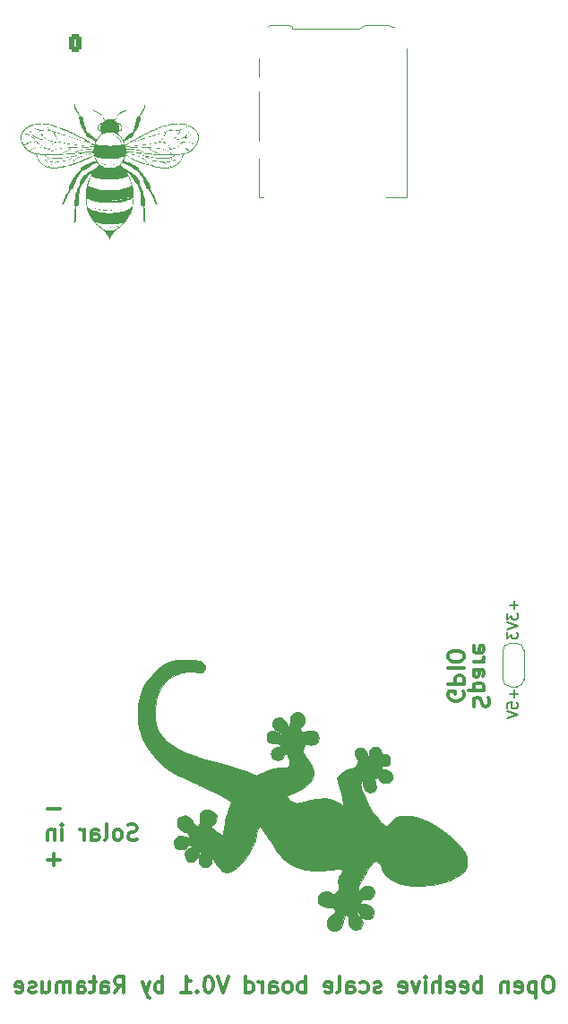
<source format=gbo>
G04 #@! TF.GenerationSoftware,KiCad,Pcbnew,(6.0.5)*
G04 #@! TF.CreationDate,2022-05-16T10:08:24+02:00*
G04 #@! TF.ProjectId,ruche,72756368-652e-46b6-9963-61645f706362,rev?*
G04 #@! TF.SameCoordinates,Original*
G04 #@! TF.FileFunction,Legend,Bot*
G04 #@! TF.FilePolarity,Positive*
%FSLAX46Y46*%
G04 Gerber Fmt 4.6, Leading zero omitted, Abs format (unit mm)*
G04 Created by KiCad (PCBNEW (6.0.5)) date 2022-05-16 10:08:24*
%MOMM*%
%LPD*%
G01*
G04 APERTURE LIST*
G04 Aperture macros list*
%AMRoundRect*
0 Rectangle with rounded corners*
0 $1 Rounding radius*
0 $2 $3 $4 $5 $6 $7 $8 $9 X,Y pos of 4 corners*
0 Add a 4 corners polygon primitive as box body*
4,1,4,$2,$3,$4,$5,$6,$7,$8,$9,$2,$3,0*
0 Add four circle primitives for the rounded corners*
1,1,$1+$1,$2,$3*
1,1,$1+$1,$4,$5*
1,1,$1+$1,$6,$7*
1,1,$1+$1,$8,$9*
0 Add four rect primitives between the rounded corners*
20,1,$1+$1,$2,$3,$4,$5,0*
20,1,$1+$1,$4,$5,$6,$7,0*
20,1,$1+$1,$6,$7,$8,$9,0*
20,1,$1+$1,$8,$9,$2,$3,0*%
%AMFreePoly0*
4,1,22,0.550000,-0.750000,0.000000,-0.750000,0.000000,-0.745033,-0.079941,-0.743568,-0.215256,-0.701293,-0.333266,-0.622738,-0.424486,-0.514219,-0.481581,-0.384460,-0.499164,-0.250000,-0.500000,-0.250000,-0.500000,0.250000,-0.499164,0.250000,-0.499963,0.256109,-0.478152,0.396186,-0.417904,0.524511,-0.324060,0.630769,-0.204165,0.706417,-0.067858,0.745374,0.000000,0.744959,0.000000,0.750000,
0.550000,0.750000,0.550000,-0.750000,0.550000,-0.750000,$1*%
%AMFreePoly1*
4,1,20,0.000000,0.744959,0.073905,0.744508,0.209726,0.703889,0.328688,0.626782,0.421226,0.519385,0.479903,0.390333,0.500000,0.250000,0.500000,-0.250000,0.499851,-0.262216,0.476331,-0.402017,0.414519,-0.529596,0.319384,-0.634700,0.198574,-0.708877,0.061801,-0.746166,0.000000,-0.745033,0.000000,-0.750000,-0.550000,-0.750000,-0.550000,0.750000,0.000000,0.750000,0.000000,0.744959,
0.000000,0.744959,$1*%
G04 Aperture macros list end*
%ADD10C,0.300000*%
%ADD11C,0.150000*%
%ADD12C,0.120000*%
%ADD13C,0.010000*%
%ADD14R,2.175000X2.175000*%
%ADD15C,2.175000*%
%ADD16RoundRect,0.250000X-0.625000X0.350000X-0.625000X-0.350000X0.625000X-0.350000X0.625000X0.350000X0*%
%ADD17O,1.750000X1.200000*%
%ADD18RoundRect,0.250000X0.625000X-0.350000X0.625000X0.350000X-0.625000X0.350000X-0.625000X-0.350000X0*%
%ADD19C,1.500000*%
%ADD20C,4.540000*%
%ADD21RoundRect,0.250000X-0.350000X-0.625000X0.350000X-0.625000X0.350000X0.625000X-0.350000X0.625000X0*%
%ADD22O,1.200000X1.750000*%
%ADD23C,2.250000*%
%ADD24R,1.508000X1.508000*%
%ADD25C,1.508000*%
%ADD26FreePoly0,270.000000*%
%ADD27R,1.500000X1.000000*%
%ADD28FreePoly1,270.000000*%
%ADD29R,0.700000X1.200000*%
%ADD30R,1.000000X0.800000*%
%ADD31R,1.300000X1.900000*%
%ADD32R,1.000000X1.200000*%
%ADD33R,1.000000X2.800000*%
G04 APERTURE END LIST*
D10*
X105665000Y-143722142D02*
X104522142Y-143722142D01*
X112950714Y-146637142D02*
X112736428Y-146708571D01*
X112379285Y-146708571D01*
X112236428Y-146637142D01*
X112165000Y-146565714D01*
X112093571Y-146422857D01*
X112093571Y-146280000D01*
X112165000Y-146137142D01*
X112236428Y-146065714D01*
X112379285Y-145994285D01*
X112665000Y-145922857D01*
X112807857Y-145851428D01*
X112879285Y-145780000D01*
X112950714Y-145637142D01*
X112950714Y-145494285D01*
X112879285Y-145351428D01*
X112807857Y-145280000D01*
X112665000Y-145208571D01*
X112307857Y-145208571D01*
X112093571Y-145280000D01*
X111236428Y-146708571D02*
X111379285Y-146637142D01*
X111450714Y-146565714D01*
X111522142Y-146422857D01*
X111522142Y-145994285D01*
X111450714Y-145851428D01*
X111379285Y-145780000D01*
X111236428Y-145708571D01*
X111022142Y-145708571D01*
X110879285Y-145780000D01*
X110807857Y-145851428D01*
X110736428Y-145994285D01*
X110736428Y-146422857D01*
X110807857Y-146565714D01*
X110879285Y-146637142D01*
X111022142Y-146708571D01*
X111236428Y-146708571D01*
X109879285Y-146708571D02*
X110022142Y-146637142D01*
X110093571Y-146494285D01*
X110093571Y-145208571D01*
X108665000Y-146708571D02*
X108665000Y-145922857D01*
X108736428Y-145780000D01*
X108879285Y-145708571D01*
X109165000Y-145708571D01*
X109307857Y-145780000D01*
X108665000Y-146637142D02*
X108807857Y-146708571D01*
X109165000Y-146708571D01*
X109307857Y-146637142D01*
X109379285Y-146494285D01*
X109379285Y-146351428D01*
X109307857Y-146208571D01*
X109165000Y-146137142D01*
X108807857Y-146137142D01*
X108665000Y-146065714D01*
X107950714Y-146708571D02*
X107950714Y-145708571D01*
X107950714Y-145994285D02*
X107879285Y-145851428D01*
X107807857Y-145780000D01*
X107665000Y-145708571D01*
X107522142Y-145708571D01*
X105879285Y-146708571D02*
X105879285Y-145708571D01*
X105879285Y-145208571D02*
X105950714Y-145280000D01*
X105879285Y-145351428D01*
X105807857Y-145280000D01*
X105879285Y-145208571D01*
X105879285Y-145351428D01*
X105165000Y-145708571D02*
X105165000Y-146708571D01*
X105165000Y-145851428D02*
X105093571Y-145780000D01*
X104950714Y-145708571D01*
X104736428Y-145708571D01*
X104593571Y-145780000D01*
X104522142Y-145922857D01*
X104522142Y-146708571D01*
X105665000Y-148552142D02*
X104522142Y-148552142D01*
X105093571Y-149123571D02*
X105093571Y-147980714D01*
X151941428Y-159618571D02*
X151655714Y-159618571D01*
X151512857Y-159690000D01*
X151370000Y-159832857D01*
X151298571Y-160118571D01*
X151298571Y-160618571D01*
X151370000Y-160904285D01*
X151512857Y-161047142D01*
X151655714Y-161118571D01*
X151941428Y-161118571D01*
X152084285Y-161047142D01*
X152227142Y-160904285D01*
X152298571Y-160618571D01*
X152298571Y-160118571D01*
X152227142Y-159832857D01*
X152084285Y-159690000D01*
X151941428Y-159618571D01*
X150655714Y-160118571D02*
X150655714Y-161618571D01*
X150655714Y-160190000D02*
X150512857Y-160118571D01*
X150227142Y-160118571D01*
X150084285Y-160190000D01*
X150012857Y-160261428D01*
X149941428Y-160404285D01*
X149941428Y-160832857D01*
X150012857Y-160975714D01*
X150084285Y-161047142D01*
X150227142Y-161118571D01*
X150512857Y-161118571D01*
X150655714Y-161047142D01*
X148727142Y-161047142D02*
X148870000Y-161118571D01*
X149155714Y-161118571D01*
X149298571Y-161047142D01*
X149370000Y-160904285D01*
X149370000Y-160332857D01*
X149298571Y-160190000D01*
X149155714Y-160118571D01*
X148870000Y-160118571D01*
X148727142Y-160190000D01*
X148655714Y-160332857D01*
X148655714Y-160475714D01*
X149370000Y-160618571D01*
X148012857Y-160118571D02*
X148012857Y-161118571D01*
X148012857Y-160261428D02*
X147941428Y-160190000D01*
X147798571Y-160118571D01*
X147584285Y-160118571D01*
X147441428Y-160190000D01*
X147370000Y-160332857D01*
X147370000Y-161118571D01*
X145512857Y-161118571D02*
X145512857Y-159618571D01*
X145512857Y-160190000D02*
X145370000Y-160118571D01*
X145084285Y-160118571D01*
X144941428Y-160190000D01*
X144870000Y-160261428D01*
X144798571Y-160404285D01*
X144798571Y-160832857D01*
X144870000Y-160975714D01*
X144941428Y-161047142D01*
X145084285Y-161118571D01*
X145370000Y-161118571D01*
X145512857Y-161047142D01*
X143584285Y-161047142D02*
X143727142Y-161118571D01*
X144012857Y-161118571D01*
X144155714Y-161047142D01*
X144227142Y-160904285D01*
X144227142Y-160332857D01*
X144155714Y-160190000D01*
X144012857Y-160118571D01*
X143727142Y-160118571D01*
X143584285Y-160190000D01*
X143512857Y-160332857D01*
X143512857Y-160475714D01*
X144227142Y-160618571D01*
X142298571Y-161047142D02*
X142441428Y-161118571D01*
X142727142Y-161118571D01*
X142870000Y-161047142D01*
X142941428Y-160904285D01*
X142941428Y-160332857D01*
X142870000Y-160190000D01*
X142727142Y-160118571D01*
X142441428Y-160118571D01*
X142298571Y-160190000D01*
X142227142Y-160332857D01*
X142227142Y-160475714D01*
X142941428Y-160618571D01*
X141584285Y-161118571D02*
X141584285Y-159618571D01*
X140941428Y-161118571D02*
X140941428Y-160332857D01*
X141012857Y-160190000D01*
X141155714Y-160118571D01*
X141370000Y-160118571D01*
X141512857Y-160190000D01*
X141584285Y-160261428D01*
X140227142Y-161118571D02*
X140227142Y-160118571D01*
X140227142Y-159618571D02*
X140298571Y-159690000D01*
X140227142Y-159761428D01*
X140155714Y-159690000D01*
X140227142Y-159618571D01*
X140227142Y-159761428D01*
X139655714Y-160118571D02*
X139298571Y-161118571D01*
X138941428Y-160118571D01*
X137798571Y-161047142D02*
X137941428Y-161118571D01*
X138227142Y-161118571D01*
X138370000Y-161047142D01*
X138441428Y-160904285D01*
X138441428Y-160332857D01*
X138370000Y-160190000D01*
X138227142Y-160118571D01*
X137941428Y-160118571D01*
X137798571Y-160190000D01*
X137727142Y-160332857D01*
X137727142Y-160475714D01*
X138441428Y-160618571D01*
X136012857Y-161047142D02*
X135870000Y-161118571D01*
X135584285Y-161118571D01*
X135441428Y-161047142D01*
X135370000Y-160904285D01*
X135370000Y-160832857D01*
X135441428Y-160690000D01*
X135584285Y-160618571D01*
X135798571Y-160618571D01*
X135941428Y-160547142D01*
X136012857Y-160404285D01*
X136012857Y-160332857D01*
X135941428Y-160190000D01*
X135798571Y-160118571D01*
X135584285Y-160118571D01*
X135441428Y-160190000D01*
X134084285Y-161047142D02*
X134227142Y-161118571D01*
X134512857Y-161118571D01*
X134655714Y-161047142D01*
X134727142Y-160975714D01*
X134798571Y-160832857D01*
X134798571Y-160404285D01*
X134727142Y-160261428D01*
X134655714Y-160190000D01*
X134512857Y-160118571D01*
X134227142Y-160118571D01*
X134084285Y-160190000D01*
X132798571Y-161118571D02*
X132798571Y-160332857D01*
X132870000Y-160190000D01*
X133012857Y-160118571D01*
X133298571Y-160118571D01*
X133441428Y-160190000D01*
X132798571Y-161047142D02*
X132941428Y-161118571D01*
X133298571Y-161118571D01*
X133441428Y-161047142D01*
X133512857Y-160904285D01*
X133512857Y-160761428D01*
X133441428Y-160618571D01*
X133298571Y-160547142D01*
X132941428Y-160547142D01*
X132798571Y-160475714D01*
X131870000Y-161118571D02*
X132012857Y-161047142D01*
X132084285Y-160904285D01*
X132084285Y-159618571D01*
X130727142Y-161047142D02*
X130870000Y-161118571D01*
X131155714Y-161118571D01*
X131298571Y-161047142D01*
X131370000Y-160904285D01*
X131370000Y-160332857D01*
X131298571Y-160190000D01*
X131155714Y-160118571D01*
X130870000Y-160118571D01*
X130727142Y-160190000D01*
X130655714Y-160332857D01*
X130655714Y-160475714D01*
X131370000Y-160618571D01*
X128870000Y-161118571D02*
X128870000Y-159618571D01*
X128870000Y-160190000D02*
X128727142Y-160118571D01*
X128441428Y-160118571D01*
X128298571Y-160190000D01*
X128227142Y-160261428D01*
X128155714Y-160404285D01*
X128155714Y-160832857D01*
X128227142Y-160975714D01*
X128298571Y-161047142D01*
X128441428Y-161118571D01*
X128727142Y-161118571D01*
X128870000Y-161047142D01*
X127298571Y-161118571D02*
X127441428Y-161047142D01*
X127512857Y-160975714D01*
X127584285Y-160832857D01*
X127584285Y-160404285D01*
X127512857Y-160261428D01*
X127441428Y-160190000D01*
X127298571Y-160118571D01*
X127084285Y-160118571D01*
X126941428Y-160190000D01*
X126870000Y-160261428D01*
X126798571Y-160404285D01*
X126798571Y-160832857D01*
X126870000Y-160975714D01*
X126941428Y-161047142D01*
X127084285Y-161118571D01*
X127298571Y-161118571D01*
X125512857Y-161118571D02*
X125512857Y-160332857D01*
X125584285Y-160190000D01*
X125727142Y-160118571D01*
X126012857Y-160118571D01*
X126155714Y-160190000D01*
X125512857Y-161047142D02*
X125655714Y-161118571D01*
X126012857Y-161118571D01*
X126155714Y-161047142D01*
X126227142Y-160904285D01*
X126227142Y-160761428D01*
X126155714Y-160618571D01*
X126012857Y-160547142D01*
X125655714Y-160547142D01*
X125512857Y-160475714D01*
X124798571Y-161118571D02*
X124798571Y-160118571D01*
X124798571Y-160404285D02*
X124727142Y-160261428D01*
X124655714Y-160190000D01*
X124512857Y-160118571D01*
X124370000Y-160118571D01*
X123227142Y-161118571D02*
X123227142Y-159618571D01*
X123227142Y-161047142D02*
X123370000Y-161118571D01*
X123655714Y-161118571D01*
X123798571Y-161047142D01*
X123870000Y-160975714D01*
X123941428Y-160832857D01*
X123941428Y-160404285D01*
X123870000Y-160261428D01*
X123798571Y-160190000D01*
X123655714Y-160118571D01*
X123370000Y-160118571D01*
X123227142Y-160190000D01*
X121584285Y-159618571D02*
X121084285Y-161118571D01*
X120584285Y-159618571D01*
X119798571Y-159618571D02*
X119655714Y-159618571D01*
X119512857Y-159690000D01*
X119441428Y-159761428D01*
X119370000Y-159904285D01*
X119298571Y-160190000D01*
X119298571Y-160547142D01*
X119370000Y-160832857D01*
X119441428Y-160975714D01*
X119512857Y-161047142D01*
X119655714Y-161118571D01*
X119798571Y-161118571D01*
X119941428Y-161047142D01*
X120012857Y-160975714D01*
X120084285Y-160832857D01*
X120155714Y-160547142D01*
X120155714Y-160190000D01*
X120084285Y-159904285D01*
X120012857Y-159761428D01*
X119941428Y-159690000D01*
X119798571Y-159618571D01*
X118655714Y-160975714D02*
X118584285Y-161047142D01*
X118655714Y-161118571D01*
X118727142Y-161047142D01*
X118655714Y-160975714D01*
X118655714Y-161118571D01*
X117155714Y-161118571D02*
X118012857Y-161118571D01*
X117584285Y-161118571D02*
X117584285Y-159618571D01*
X117727142Y-159832857D01*
X117870000Y-159975714D01*
X118012857Y-160047142D01*
X115370000Y-161118571D02*
X115370000Y-159618571D01*
X115370000Y-160190000D02*
X115227142Y-160118571D01*
X114941428Y-160118571D01*
X114798571Y-160190000D01*
X114727142Y-160261428D01*
X114655714Y-160404285D01*
X114655714Y-160832857D01*
X114727142Y-160975714D01*
X114798571Y-161047142D01*
X114941428Y-161118571D01*
X115227142Y-161118571D01*
X115370000Y-161047142D01*
X114155714Y-160118571D02*
X113798571Y-161118571D01*
X113441428Y-160118571D02*
X113798571Y-161118571D01*
X113941428Y-161475714D01*
X114012857Y-161547142D01*
X114155714Y-161618571D01*
X110870000Y-161118571D02*
X111370000Y-160404285D01*
X111727142Y-161118571D02*
X111727142Y-159618571D01*
X111155714Y-159618571D01*
X111012857Y-159690000D01*
X110941428Y-159761428D01*
X110870000Y-159904285D01*
X110870000Y-160118571D01*
X110941428Y-160261428D01*
X111012857Y-160332857D01*
X111155714Y-160404285D01*
X111727142Y-160404285D01*
X109584285Y-161118571D02*
X109584285Y-160332857D01*
X109655714Y-160190000D01*
X109798571Y-160118571D01*
X110084285Y-160118571D01*
X110227142Y-160190000D01*
X109584285Y-161047142D02*
X109727142Y-161118571D01*
X110084285Y-161118571D01*
X110227142Y-161047142D01*
X110298571Y-160904285D01*
X110298571Y-160761428D01*
X110227142Y-160618571D01*
X110084285Y-160547142D01*
X109727142Y-160547142D01*
X109584285Y-160475714D01*
X109084285Y-160118571D02*
X108512857Y-160118571D01*
X108870000Y-159618571D02*
X108870000Y-160904285D01*
X108798571Y-161047142D01*
X108655714Y-161118571D01*
X108512857Y-161118571D01*
X107370000Y-161118571D02*
X107370000Y-160332857D01*
X107441428Y-160190000D01*
X107584285Y-160118571D01*
X107870000Y-160118571D01*
X108012857Y-160190000D01*
X107370000Y-161047142D02*
X107512857Y-161118571D01*
X107870000Y-161118571D01*
X108012857Y-161047142D01*
X108084285Y-160904285D01*
X108084285Y-160761428D01*
X108012857Y-160618571D01*
X107870000Y-160547142D01*
X107512857Y-160547142D01*
X107370000Y-160475714D01*
X106655714Y-161118571D02*
X106655714Y-160118571D01*
X106655714Y-160261428D02*
X106584285Y-160190000D01*
X106441428Y-160118571D01*
X106227142Y-160118571D01*
X106084285Y-160190000D01*
X106012857Y-160332857D01*
X106012857Y-161118571D01*
X106012857Y-160332857D02*
X105941428Y-160190000D01*
X105798571Y-160118571D01*
X105584285Y-160118571D01*
X105441428Y-160190000D01*
X105370000Y-160332857D01*
X105370000Y-161118571D01*
X104012857Y-160118571D02*
X104012857Y-161118571D01*
X104655714Y-160118571D02*
X104655714Y-160904285D01*
X104584285Y-161047142D01*
X104441428Y-161118571D01*
X104227142Y-161118571D01*
X104084285Y-161047142D01*
X104012857Y-160975714D01*
X103370000Y-161047142D02*
X103227142Y-161118571D01*
X102941428Y-161118571D01*
X102798571Y-161047142D01*
X102727142Y-160904285D01*
X102727142Y-160832857D01*
X102798571Y-160690000D01*
X102941428Y-160618571D01*
X103155714Y-160618571D01*
X103298571Y-160547142D01*
X103370000Y-160404285D01*
X103370000Y-160332857D01*
X103298571Y-160190000D01*
X103155714Y-160118571D01*
X102941428Y-160118571D01*
X102798571Y-160190000D01*
X101512857Y-161047142D02*
X101655714Y-161118571D01*
X101941428Y-161118571D01*
X102084285Y-161047142D01*
X102155714Y-160904285D01*
X102155714Y-160332857D01*
X102084285Y-160190000D01*
X101941428Y-160118571D01*
X101655714Y-160118571D01*
X101512857Y-160190000D01*
X101441428Y-160332857D01*
X101441428Y-160475714D01*
X102155714Y-160618571D01*
X144830357Y-134092857D02*
X144758928Y-133878571D01*
X144758928Y-133521428D01*
X144830357Y-133378571D01*
X144901785Y-133307142D01*
X145044642Y-133235714D01*
X145187500Y-133235714D01*
X145330357Y-133307142D01*
X145401785Y-133378571D01*
X145473214Y-133521428D01*
X145544642Y-133807142D01*
X145616071Y-133950000D01*
X145687500Y-134021428D01*
X145830357Y-134092857D01*
X145973214Y-134092857D01*
X146116071Y-134021428D01*
X146187500Y-133950000D01*
X146258928Y-133807142D01*
X146258928Y-133450000D01*
X146187500Y-133235714D01*
X145758928Y-132592857D02*
X144258928Y-132592857D01*
X145687500Y-132592857D02*
X145758928Y-132450000D01*
X145758928Y-132164285D01*
X145687500Y-132021428D01*
X145616071Y-131950000D01*
X145473214Y-131878571D01*
X145044642Y-131878571D01*
X144901785Y-131950000D01*
X144830357Y-132021428D01*
X144758928Y-132164285D01*
X144758928Y-132450000D01*
X144830357Y-132592857D01*
X144758928Y-130592857D02*
X145544642Y-130592857D01*
X145687500Y-130664285D01*
X145758928Y-130807142D01*
X145758928Y-131092857D01*
X145687500Y-131235714D01*
X144830357Y-130592857D02*
X144758928Y-130735714D01*
X144758928Y-131092857D01*
X144830357Y-131235714D01*
X144973214Y-131307142D01*
X145116071Y-131307142D01*
X145258928Y-131235714D01*
X145330357Y-131092857D01*
X145330357Y-130735714D01*
X145401785Y-130592857D01*
X144758928Y-129878571D02*
X145758928Y-129878571D01*
X145473214Y-129878571D02*
X145616071Y-129807142D01*
X145687500Y-129735714D01*
X145758928Y-129592857D01*
X145758928Y-129450000D01*
X144830357Y-128378571D02*
X144758928Y-128521428D01*
X144758928Y-128807142D01*
X144830357Y-128950000D01*
X144973214Y-129021428D01*
X145544642Y-129021428D01*
X145687500Y-128950000D01*
X145758928Y-128807142D01*
X145758928Y-128521428D01*
X145687500Y-128378571D01*
X145544642Y-128307142D01*
X145401785Y-128307142D01*
X145258928Y-129021428D01*
X143772500Y-132700000D02*
X143843928Y-132842857D01*
X143843928Y-133057142D01*
X143772500Y-133271428D01*
X143629642Y-133414285D01*
X143486785Y-133485714D01*
X143201071Y-133557142D01*
X142986785Y-133557142D01*
X142701071Y-133485714D01*
X142558214Y-133414285D01*
X142415357Y-133271428D01*
X142343928Y-133057142D01*
X142343928Y-132914285D01*
X142415357Y-132700000D01*
X142486785Y-132628571D01*
X142986785Y-132628571D01*
X142986785Y-132914285D01*
X142343928Y-131985714D02*
X143843928Y-131985714D01*
X143843928Y-131414285D01*
X143772500Y-131271428D01*
X143701071Y-131200000D01*
X143558214Y-131128571D01*
X143343928Y-131128571D01*
X143201071Y-131200000D01*
X143129642Y-131271428D01*
X143058214Y-131414285D01*
X143058214Y-131985714D01*
X142343928Y-130485714D02*
X143843928Y-130485714D01*
X143843928Y-129485714D02*
X143843928Y-129200000D01*
X143772500Y-129057142D01*
X143629642Y-128914285D01*
X143343928Y-128842857D01*
X142843928Y-128842857D01*
X142558214Y-128914285D01*
X142415357Y-129057142D01*
X142343928Y-129200000D01*
X142343928Y-129485714D01*
X142415357Y-129628571D01*
X142558214Y-129771428D01*
X142843928Y-129842857D01*
X143343928Y-129842857D01*
X143629642Y-129771428D01*
X143772500Y-129628571D01*
X143843928Y-129485714D01*
D11*
X148571428Y-132514285D02*
X148571428Y-133276190D01*
X148952380Y-132895238D02*
X148190476Y-132895238D01*
X147952380Y-134228571D02*
X147952380Y-133752380D01*
X148428571Y-133704761D01*
X148380952Y-133752380D01*
X148333333Y-133847619D01*
X148333333Y-134085714D01*
X148380952Y-134180952D01*
X148428571Y-134228571D01*
X148523809Y-134276190D01*
X148761904Y-134276190D01*
X148857142Y-134228571D01*
X148904761Y-134180952D01*
X148952380Y-134085714D01*
X148952380Y-133847619D01*
X148904761Y-133752380D01*
X148857142Y-133704761D01*
X147952380Y-134561904D02*
X148952380Y-134895238D01*
X147952380Y-135228571D01*
X148571428Y-124128095D02*
X148571428Y-124890000D01*
X148952380Y-124509047D02*
X148190476Y-124509047D01*
X147952380Y-125270952D02*
X147952380Y-125890000D01*
X148333333Y-125556666D01*
X148333333Y-125699523D01*
X148380952Y-125794761D01*
X148428571Y-125842380D01*
X148523809Y-125890000D01*
X148761904Y-125890000D01*
X148857142Y-125842380D01*
X148904761Y-125794761D01*
X148952380Y-125699523D01*
X148952380Y-125413809D01*
X148904761Y-125318571D01*
X148857142Y-125270952D01*
X147952380Y-126175714D02*
X148952380Y-126509047D01*
X147952380Y-126842380D01*
X147952380Y-127080476D02*
X147952380Y-127699523D01*
X148333333Y-127366190D01*
X148333333Y-127509047D01*
X148380952Y-127604285D01*
X148428571Y-127651904D01*
X148523809Y-127699523D01*
X148761904Y-127699523D01*
X148857142Y-127651904D01*
X148904761Y-127604285D01*
X148952380Y-127509047D01*
X148952380Y-127223333D01*
X148904761Y-127128095D01*
X148857142Y-127080476D01*
D12*
X147530000Y-128770000D02*
X147530000Y-131570000D01*
X148830000Y-128120000D02*
X148230000Y-128120000D01*
X149530000Y-131570000D02*
X149530000Y-128770000D01*
X148230000Y-132220000D02*
X148830000Y-132220000D01*
X148830000Y-132220000D02*
G75*
G03*
X149530000Y-131520000I0J700000D01*
G01*
X149530000Y-128820000D02*
G75*
G03*
X148830000Y-128120000I-699999J1D01*
G01*
X147530000Y-131520000D02*
G75*
G03*
X148230000Y-132220000I700000J0D01*
G01*
X148230000Y-128120000D02*
G75*
G03*
X147530000Y-128820000I-1J-699999D01*
G01*
G36*
X109735683Y-82818551D02*
G01*
X109775868Y-82836971D01*
X109783391Y-82840726D01*
X109920595Y-82898203D01*
X110064765Y-82938704D01*
X110214688Y-82962174D01*
X110369154Y-82968560D01*
X110526950Y-82957808D01*
X110686866Y-82929863D01*
X110847689Y-82884673D01*
X110894751Y-82869557D01*
X110928336Y-82860642D01*
X110949289Y-82858187D01*
X110960062Y-82861912D01*
X110963108Y-82871538D01*
X110962433Y-82873792D01*
X110949178Y-82884178D01*
X110921195Y-82897238D01*
X110881398Y-82912112D01*
X110832706Y-82927939D01*
X110778034Y-82943856D01*
X110720299Y-82959004D01*
X110662416Y-82972520D01*
X110607303Y-82983544D01*
X110557875Y-82991214D01*
X110535776Y-82993647D01*
X110471270Y-82998199D01*
X110398253Y-83000544D01*
X110322170Y-83000717D01*
X110248464Y-82998752D01*
X110182580Y-82994682D01*
X110129963Y-82988542D01*
X110038153Y-82970342D01*
X109909154Y-82933325D01*
X109790406Y-82885399D01*
X109749405Y-82865348D01*
X109717551Y-82847566D01*
X109699872Y-82833823D01*
X109694562Y-82822670D01*
X109699813Y-82812654D01*
X109709824Y-82810916D01*
X109735683Y-82818551D01*
G37*
G36*
X108932151Y-86995124D02*
G01*
X108954738Y-87000154D01*
X108988827Y-87010291D01*
X109036477Y-87025981D01*
X109099751Y-87047668D01*
X109183705Y-87075430D01*
X109413793Y-87138840D01*
X109651956Y-87186347D01*
X109899099Y-87218110D01*
X110156124Y-87234290D01*
X110165256Y-87234587D01*
X110230243Y-87237021D01*
X110278516Y-87239699D01*
X110311954Y-87242995D01*
X110332436Y-87247283D01*
X110341840Y-87252935D01*
X110342045Y-87260326D01*
X110334931Y-87269829D01*
X110327114Y-87271867D01*
X110302601Y-87273308D01*
X110264502Y-87273538D01*
X110215730Y-87272673D01*
X110159197Y-87270829D01*
X110097815Y-87268122D01*
X110034496Y-87264669D01*
X109972151Y-87260586D01*
X109913693Y-87255987D01*
X109862034Y-87250990D01*
X109654998Y-87222561D01*
X109444597Y-87181968D01*
X109240485Y-87130864D01*
X109048002Y-87070433D01*
X109015449Y-87058856D01*
X108968973Y-87041203D01*
X108937667Y-87027314D01*
X108919634Y-87016299D01*
X108912975Y-87007272D01*
X108912786Y-87006214D01*
X108913236Y-86998599D01*
X108919004Y-86994754D01*
X108932151Y-86995124D01*
G37*
G36*
X111557098Y-79475204D02*
G01*
X111546441Y-79555107D01*
X111522674Y-79621875D01*
X111485898Y-79675288D01*
X111436216Y-79715127D01*
X111423844Y-79722121D01*
X111396131Y-79734234D01*
X111366930Y-79739844D01*
X111327652Y-79740997D01*
X111264000Y-79740467D01*
X111254371Y-79778641D01*
X111250362Y-79793002D01*
X111240490Y-79825288D01*
X111227300Y-79866646D01*
X111212478Y-79911937D01*
X111197712Y-79956022D01*
X111184690Y-79993762D01*
X111175101Y-80020017D01*
X111176140Y-80028951D01*
X111188077Y-80045127D01*
X111212956Y-80068719D01*
X111252167Y-80101194D01*
X111347113Y-80183876D01*
X111441169Y-80282142D01*
X111529799Y-80393313D01*
X111615565Y-80520346D01*
X111667208Y-80602760D01*
X111783350Y-80478126D01*
X111831630Y-80426555D01*
X111905691Y-80348387D01*
X111975982Y-80275318D01*
X112041035Y-80208829D01*
X112099380Y-80150403D01*
X112149546Y-80101523D01*
X112190063Y-80063670D01*
X112219462Y-80038328D01*
X112245738Y-80018022D01*
X112298745Y-79982246D01*
X112345958Y-79959209D01*
X112391171Y-79947288D01*
X112438178Y-79944863D01*
X112499809Y-79947098D01*
X112523449Y-79900778D01*
X112532768Y-79882216D01*
X112584951Y-79766804D01*
X112636054Y-79633963D01*
X112686164Y-79483416D01*
X112735368Y-79314888D01*
X112783752Y-79128101D01*
X112831405Y-78922779D01*
X112845921Y-78856962D01*
X112867920Y-78757733D01*
X112886662Y-78674462D01*
X112902628Y-78605613D01*
X112916298Y-78549651D01*
X112928152Y-78505040D01*
X112938670Y-78470245D01*
X112948333Y-78443731D01*
X112957620Y-78423961D01*
X112967012Y-78409401D01*
X112976988Y-78398515D01*
X112988029Y-78389767D01*
X113000615Y-78381622D01*
X113004964Y-78379079D01*
X113037701Y-78364707D01*
X113072034Y-78355272D01*
X113081729Y-78353448D01*
X113094001Y-78349681D01*
X113105797Y-78342747D01*
X113118975Y-78330590D01*
X113135393Y-78311154D01*
X113156910Y-78282384D01*
X113185384Y-78242222D01*
X113222673Y-78188614D01*
X113230222Y-78177704D01*
X113295810Y-78080931D01*
X113358973Y-77984303D01*
X113417889Y-77890766D01*
X113470736Y-77803266D01*
X113515690Y-77724746D01*
X113550931Y-77658152D01*
X113551156Y-77657701D01*
X113583651Y-77586774D01*
X113612464Y-77510835D01*
X113638668Y-77426435D01*
X113663333Y-77330124D01*
X113687533Y-77218450D01*
X113700505Y-77154722D01*
X113710763Y-77106042D01*
X113718682Y-77071324D01*
X113724874Y-77048288D01*
X113729954Y-77034655D01*
X113734535Y-77028147D01*
X113739231Y-77026484D01*
X113739512Y-77026490D01*
X113745817Y-77030754D01*
X113750940Y-77044241D01*
X113755121Y-77068871D01*
X113758598Y-77106565D01*
X113761611Y-77159240D01*
X113764397Y-77228818D01*
X113766054Y-77283553D01*
X113766713Y-77353386D01*
X113764471Y-77411199D01*
X113758568Y-77461040D01*
X113748243Y-77506962D01*
X113732738Y-77553015D01*
X113711290Y-77603251D01*
X113683139Y-77661719D01*
X113635679Y-77752006D01*
X113560455Y-77880584D01*
X113470714Y-78020344D01*
X113366617Y-78171036D01*
X113248328Y-78332410D01*
X113218121Y-78372570D01*
X113250262Y-78399402D01*
X113258102Y-78406087D01*
X113271716Y-78420252D01*
X113279495Y-78436193D01*
X113283536Y-78459590D01*
X113285932Y-78496123D01*
X113285946Y-78496400D01*
X113285303Y-78553679D01*
X113277979Y-78621324D01*
X113263718Y-78700429D01*
X113242264Y-78792090D01*
X113213360Y-78897400D01*
X113176750Y-79017453D01*
X113132179Y-79153346D01*
X113109532Y-79217960D01*
X113029917Y-79412679D01*
X112936407Y-79596568D01*
X112827419Y-79772529D01*
X112701370Y-79943465D01*
X112675010Y-79976709D01*
X112654190Y-80004204D01*
X112642238Y-80022948D01*
X112637567Y-80036103D01*
X112638591Y-80046827D01*
X112643723Y-80058282D01*
X112656265Y-80099702D01*
X112651250Y-80144110D01*
X112627878Y-80188997D01*
X112586348Y-80233755D01*
X112586059Y-80234009D01*
X112547949Y-80263922D01*
X112493785Y-80301047D01*
X112424618Y-80344770D01*
X112341499Y-80394476D01*
X112245480Y-80449550D01*
X112137610Y-80509377D01*
X112018940Y-80573343D01*
X111890521Y-80640833D01*
X111726170Y-80726192D01*
X111750386Y-80779691D01*
X111760692Y-80803957D01*
X111776853Y-80845050D01*
X111794717Y-80892907D01*
X111811957Y-80941416D01*
X111812518Y-80943042D01*
X111823595Y-80974757D01*
X111827088Y-80984759D01*
X111839465Y-81019328D01*
X111848354Y-81043193D01*
X111852464Y-81052799D01*
X111859966Y-81049693D01*
X111881068Y-81038121D01*
X111913150Y-81019483D01*
X111953621Y-80995286D01*
X111999896Y-80967035D01*
X112013632Y-80958580D01*
X112233744Y-80825788D01*
X112311459Y-80780470D01*
X112467168Y-80780470D01*
X112468267Y-80780751D01*
X112473046Y-80779794D01*
X112483304Y-80777091D01*
X112500839Y-80772137D01*
X112527449Y-80764425D01*
X112564931Y-80753450D01*
X112615083Y-80738704D01*
X112679703Y-80719683D01*
X112760589Y-80695879D01*
X112923635Y-80647823D01*
X113136985Y-80584667D01*
X113348315Y-80521809D01*
X113556620Y-80459556D01*
X113760896Y-80398219D01*
X113960140Y-80338105D01*
X114153349Y-80279523D01*
X114339518Y-80222783D01*
X114517645Y-80168192D01*
X114686725Y-80116060D01*
X114845755Y-80066694D01*
X114993732Y-80020405D01*
X115129651Y-79977500D01*
X115252510Y-79938288D01*
X115361305Y-79903078D01*
X115455032Y-79872179D01*
X115532687Y-79845899D01*
X115593267Y-79824547D01*
X115610251Y-79818385D01*
X115665221Y-79798510D01*
X115724110Y-79777296D01*
X115776780Y-79758397D01*
X115789979Y-79753630D01*
X115898079Y-79710486D01*
X115970021Y-79675130D01*
X116064860Y-79675130D01*
X116067812Y-79676336D01*
X116085780Y-79679972D01*
X116115905Y-79684439D01*
X116153696Y-79689034D01*
X116301801Y-79700985D01*
X116505975Y-79703250D01*
X116707646Y-79689218D01*
X116904989Y-79659191D01*
X117096179Y-79613465D01*
X117279391Y-79552342D01*
X117452799Y-79476120D01*
X117472102Y-79466388D01*
X117573809Y-79411288D01*
X117666548Y-79354591D01*
X117745618Y-79299139D01*
X117785222Y-79268941D01*
X117761651Y-79258201D01*
X117758445Y-79256799D01*
X117729667Y-79246284D01*
X117687388Y-79232932D01*
X117635766Y-79217889D01*
X117578958Y-79202302D01*
X117521120Y-79187316D01*
X117466408Y-79174077D01*
X117418981Y-79163732D01*
X117315484Y-79145027D01*
X117091927Y-79118014D01*
X116859584Y-79107524D01*
X116618615Y-79113563D01*
X116369182Y-79136135D01*
X116283999Y-79146493D01*
X116288048Y-79231187D01*
X116288991Y-79271528D01*
X116287373Y-79294139D01*
X116283648Y-79346201D01*
X116267477Y-79413079D01*
X116239321Y-79478022D01*
X116224806Y-79502367D01*
X116193471Y-79545188D01*
X116156052Y-79588752D01*
X116117609Y-79627319D01*
X116083202Y-79655148D01*
X116083161Y-79655175D01*
X116068332Y-79667367D01*
X116064860Y-79675130D01*
X115970021Y-79675130D01*
X115988969Y-79665818D01*
X116064093Y-79618602D01*
X116124899Y-79567810D01*
X116172832Y-79512416D01*
X116209337Y-79451395D01*
X116238758Y-79375776D01*
X116254451Y-79294139D01*
X116252926Y-79215498D01*
X116249574Y-79193228D01*
X116245029Y-79169472D01*
X116241562Y-79158563D01*
X116234724Y-79157494D01*
X116211306Y-79159826D01*
X116173935Y-79166091D01*
X116125065Y-79175727D01*
X116067152Y-79188171D01*
X116002649Y-79202860D01*
X115934013Y-79219230D01*
X115863698Y-79236719D01*
X115794159Y-79254764D01*
X115727850Y-79272801D01*
X115667228Y-79290269D01*
X115644895Y-79296982D01*
X115442089Y-79362052D01*
X115225982Y-79438379D01*
X114997762Y-79525430D01*
X114758614Y-79622671D01*
X114509724Y-79729570D01*
X114252278Y-79845594D01*
X113987462Y-79970209D01*
X113716463Y-80102881D01*
X113440466Y-80243079D01*
X113160658Y-80390268D01*
X112878225Y-80543916D01*
X112872198Y-80547250D01*
X112789618Y-80593090D01*
X112713300Y-80635749D01*
X112644706Y-80674390D01*
X112585302Y-80708175D01*
X112536550Y-80736268D01*
X112499915Y-80757831D01*
X112476861Y-80772027D01*
X112468851Y-80778019D01*
X112468824Y-80778215D01*
X112467953Y-80779456D01*
X112467168Y-80780470D01*
X112311459Y-80780470D01*
X112467240Y-80689629D01*
X112710982Y-80551759D01*
X112961831Y-80413836D01*
X113216649Y-80277519D01*
X113472298Y-80144464D01*
X113725639Y-80016328D01*
X113973534Y-79894771D01*
X114212845Y-79781448D01*
X114440433Y-79678019D01*
X114557174Y-79626822D01*
X114807529Y-79521330D01*
X115048145Y-79425963D01*
X115278204Y-79341002D01*
X115496888Y-79266732D01*
X115703380Y-79203435D01*
X115896863Y-79151396D01*
X116076520Y-79110898D01*
X116116904Y-79102997D01*
X116354363Y-79065021D01*
X116587981Y-79042084D01*
X116816774Y-79034057D01*
X117039758Y-79040815D01*
X117255949Y-79062231D01*
X117464365Y-79098177D01*
X117664021Y-79148528D01*
X117853933Y-79213156D01*
X117980820Y-79268941D01*
X118033119Y-79291934D01*
X118200594Y-79384735D01*
X118248357Y-79415308D01*
X118369361Y-79503054D01*
X118369917Y-79503457D01*
X118478762Y-79598112D01*
X118573672Y-79697906D01*
X118653424Y-79801471D01*
X118716800Y-79907439D01*
X118758430Y-80004750D01*
X118762577Y-80014443D01*
X118777169Y-80061151D01*
X118804438Y-80190843D01*
X118814349Y-80325167D01*
X118813467Y-80342180D01*
X118807207Y-80462978D01*
X118783312Y-80603134D01*
X118742967Y-80744489D01*
X118686475Y-80885901D01*
X118614138Y-81026224D01*
X118550066Y-81126903D01*
X118526257Y-81164315D01*
X118423136Y-81299029D01*
X118365502Y-81364805D01*
X118289437Y-81444068D01*
X118207952Y-81522136D01*
X118124287Y-81596161D01*
X118041680Y-81663295D01*
X118039595Y-81664823D01*
X117963371Y-81720693D01*
X117892597Y-81765504D01*
X117886896Y-81768683D01*
X117836122Y-81793182D01*
X117771633Y-81819289D01*
X117697669Y-81845572D01*
X117618471Y-81870598D01*
X117538277Y-81892936D01*
X117461330Y-81911154D01*
X117424247Y-81919053D01*
X117389337Y-81926561D01*
X117365312Y-81931814D01*
X117355936Y-81933995D01*
X117354483Y-81938410D01*
X117351456Y-81950599D01*
X117349683Y-81957741D01*
X117342524Y-81988851D01*
X117333927Y-82027815D01*
X117290488Y-82187326D01*
X117230301Y-82342552D01*
X117154812Y-82489961D01*
X117103558Y-82568645D01*
X117065103Y-82627680D01*
X116962261Y-82753842D01*
X116847371Y-82866575D01*
X116724211Y-82964213D01*
X116578130Y-83057479D01*
X116422575Y-83134775D01*
X116395385Y-83144884D01*
X116258039Y-83195949D01*
X116085012Y-83240850D01*
X115903986Y-83269324D01*
X115715454Y-83281221D01*
X115519908Y-83276389D01*
X115321418Y-83258422D01*
X115086618Y-83226258D01*
X114838414Y-83181389D01*
X114577017Y-83123863D01*
X114302641Y-83053726D01*
X114015496Y-82971027D01*
X113715794Y-82875810D01*
X113627407Y-82846111D01*
X113398150Y-82765533D01*
X113171791Y-82680972D01*
X112950576Y-82593387D01*
X112736752Y-82503736D01*
X112532565Y-82412977D01*
X112340262Y-82322070D01*
X112162088Y-82231974D01*
X112000292Y-82143647D01*
X111984542Y-82134721D01*
X111944825Y-82112696D01*
X111912375Y-82095399D01*
X111890196Y-82084404D01*
X111881291Y-82081285D01*
X111880774Y-82082152D01*
X111875772Y-82095703D01*
X111875584Y-82096290D01*
X111867453Y-82121671D01*
X111861885Y-82140204D01*
X111857314Y-82155421D01*
X111844659Y-82197605D01*
X111814963Y-82287001D01*
X111782887Y-82369188D01*
X111745385Y-82452242D01*
X111700542Y-82545973D01*
X111922359Y-82622182D01*
X112058014Y-82670101D01*
X112228373Y-82734365D01*
X112386681Y-82798910D01*
X112532218Y-82863347D01*
X112664262Y-82927282D01*
X112782091Y-82990327D01*
X112884985Y-83052089D01*
X112972222Y-83112178D01*
X113043082Y-83170203D01*
X113096843Y-83225772D01*
X113132784Y-83278494D01*
X113144860Y-83302552D01*
X113153112Y-83324945D01*
X113153994Y-83343456D01*
X113148795Y-83365047D01*
X113145381Y-83376545D01*
X113143010Y-83391993D01*
X113147508Y-83405017D01*
X113161275Y-83420593D01*
X113186710Y-83443698D01*
X113201958Y-83457391D01*
X113327399Y-83579415D01*
X113453138Y-83717859D01*
X113577782Y-83870668D01*
X113699934Y-84035784D01*
X113818201Y-84211150D01*
X113931186Y-84394710D01*
X114037497Y-84584407D01*
X114135736Y-84778184D01*
X114224510Y-84973983D01*
X114248419Y-85033344D01*
X114266536Y-85088868D01*
X114274864Y-85133395D01*
X114273594Y-85169521D01*
X114262916Y-85199843D01*
X114243019Y-85226956D01*
X114219252Y-85252601D01*
X114288732Y-85357975D01*
X114343793Y-85444206D01*
X114417882Y-85568195D01*
X114491266Y-85699464D01*
X114562100Y-85834352D01*
X114628534Y-85969203D01*
X114688723Y-86100356D01*
X114740819Y-86224154D01*
X114782974Y-86336936D01*
X114784631Y-86341729D01*
X114812015Y-86416263D01*
X114838236Y-86476433D01*
X114865720Y-86526104D01*
X114896894Y-86569139D01*
X114934183Y-86609403D01*
X114980013Y-86650759D01*
X115042388Y-86703675D01*
X114953155Y-86698654D01*
X114926859Y-86696872D01*
X114853114Y-86687187D01*
X114794210Y-86670149D01*
X114747642Y-86644027D01*
X114710908Y-86607089D01*
X114681503Y-86557605D01*
X114656924Y-86493842D01*
X114655533Y-86489587D01*
X114642471Y-86452498D01*
X114623475Y-86401741D01*
X114599809Y-86340477D01*
X114572741Y-86271866D01*
X114543536Y-86199067D01*
X114513461Y-86125240D01*
X114483781Y-86053545D01*
X114455764Y-85987141D01*
X114430674Y-85929189D01*
X114404206Y-85870134D01*
X114359306Y-85773969D01*
X114313156Y-85679558D01*
X114267381Y-85590052D01*
X114223610Y-85508605D01*
X114183469Y-85438369D01*
X114148585Y-85382499D01*
X114088313Y-85291963D01*
X114036369Y-85286602D01*
X113988714Y-85276484D01*
X113938692Y-85255632D01*
X113895776Y-85227517D01*
X113865811Y-85195268D01*
X113859946Y-85184355D01*
X113847132Y-85154814D01*
X113831255Y-85113595D01*
X113813782Y-85064574D01*
X113796184Y-85011627D01*
X113741775Y-84847943D01*
X113671933Y-84655999D01*
X113599717Y-84477967D01*
X113523937Y-84311109D01*
X113443405Y-84152684D01*
X113356930Y-83999956D01*
X113318816Y-83937891D01*
X113276272Y-83872074D01*
X113231570Y-83805825D01*
X113186078Y-83740954D01*
X113141168Y-83679266D01*
X113098210Y-83622570D01*
X113058574Y-83572673D01*
X113023630Y-83531382D01*
X112994748Y-83500505D01*
X112973298Y-83481848D01*
X112960651Y-83477221D01*
X112951885Y-83479007D01*
X112923963Y-83478257D01*
X112887229Y-83472721D01*
X112847564Y-83463640D01*
X112810852Y-83452252D01*
X112782974Y-83439796D01*
X112781463Y-83438895D01*
X112760429Y-83425122D01*
X112727740Y-83402420D01*
X112686427Y-83372949D01*
X112639520Y-83338869D01*
X112590051Y-83302339D01*
X112528878Y-83257272D01*
X112359100Y-83137669D01*
X112197193Y-83032145D01*
X112041279Y-82939509D01*
X111889477Y-82858572D01*
X111854277Y-82841376D01*
X111809865Y-82820537D01*
X111762257Y-82798859D01*
X111714824Y-82777816D01*
X111670938Y-82758883D01*
X111633970Y-82743534D01*
X111607293Y-82733243D01*
X111594277Y-82729485D01*
X111591793Y-82730666D01*
X111578833Y-82742535D01*
X111558690Y-82764441D01*
X111534537Y-82793009D01*
X111529351Y-82799343D01*
X111499996Y-82834486D01*
X111471289Y-82867864D01*
X111448779Y-82893006D01*
X111435738Y-82907320D01*
X111420692Y-82924911D01*
X111414831Y-82933406D01*
X111414831Y-82933416D01*
X111421167Y-82941273D01*
X111438270Y-82959621D01*
X111463543Y-82985735D01*
X111494388Y-83016889D01*
X111532235Y-83055737D01*
X111576850Y-83103090D01*
X111622528Y-83152827D01*
X111663700Y-83198956D01*
X111672435Y-83208848D01*
X111707010Y-83246329D01*
X111737559Y-83276899D01*
X111761443Y-83298014D01*
X111776019Y-83307130D01*
X111783940Y-83309726D01*
X111808724Y-83319357D01*
X111845062Y-83334385D01*
X111889464Y-83353354D01*
X111938441Y-83374810D01*
X112042682Y-83423044D01*
X112228741Y-83519782D01*
X112403731Y-83624919D01*
X112566151Y-83737381D01*
X112714497Y-83856093D01*
X112847270Y-83979980D01*
X112962968Y-84107969D01*
X113016619Y-84176145D01*
X113081484Y-84267852D01*
X113137273Y-84358000D01*
X113183142Y-84444781D01*
X113218243Y-84526388D01*
X113241731Y-84601012D01*
X113252757Y-84666844D01*
X113250477Y-84722078D01*
X113248078Y-84733400D01*
X113240452Y-84758961D01*
X113232758Y-84773789D01*
X113229950Y-84780674D01*
X113234731Y-84800138D01*
X113251356Y-84831786D01*
X113252863Y-84834340D01*
X113279615Y-84882760D01*
X113310937Y-84944055D01*
X113344774Y-85013814D01*
X113379074Y-85087624D01*
X113411784Y-85161074D01*
X113440852Y-85229753D01*
X113464224Y-85289248D01*
X113526655Y-85471105D01*
X113595211Y-85710927D01*
X113653003Y-85963345D01*
X113699617Y-86226503D01*
X113734639Y-86498548D01*
X113735391Y-86505769D01*
X113740531Y-86559995D01*
X113744728Y-86612571D01*
X113747566Y-86657816D01*
X113748632Y-86690049D01*
X113747245Y-86719681D01*
X113738625Y-86765762D01*
X113723339Y-86801652D01*
X113702804Y-86823234D01*
X113688541Y-86831561D01*
X113676197Y-86841057D01*
X113669798Y-86852961D01*
X113668504Y-86871331D01*
X113671475Y-86900228D01*
X113677872Y-86943709D01*
X113688170Y-87018411D01*
X113702462Y-87147590D01*
X113713882Y-87284716D01*
X113722240Y-87425400D01*
X113727342Y-87565252D01*
X113728999Y-87699884D01*
X113727017Y-87824907D01*
X113721205Y-87935932D01*
X113718871Y-87967103D01*
X113715496Y-88017274D01*
X113713942Y-88054857D01*
X113714344Y-88083956D01*
X113716837Y-88108678D01*
X113721557Y-88133127D01*
X113728640Y-88161411D01*
X113741697Y-88204397D01*
X113759087Y-88251988D01*
X113776449Y-88291777D01*
X113776926Y-88292738D01*
X113791186Y-88321953D01*
X113801333Y-88343595D01*
X113805198Y-88353042D01*
X113804058Y-88353949D01*
X113791322Y-88351455D01*
X113768271Y-88343328D01*
X113739697Y-88331506D01*
X113710390Y-88317924D01*
X113685143Y-88304520D01*
X113684616Y-88304210D01*
X113621107Y-88259627D01*
X113575734Y-88211225D01*
X113548631Y-88159189D01*
X113539931Y-88103704D01*
X113540333Y-88088223D01*
X113541773Y-88053522D01*
X113544050Y-88007169D01*
X113546958Y-87953303D01*
X113550291Y-87896065D01*
X113550934Y-87885167D01*
X113555406Y-87789246D01*
X113558451Y-87684501D01*
X113560113Y-87573998D01*
X113560432Y-87460808D01*
X113559452Y-87347998D01*
X113557214Y-87238638D01*
X113553761Y-87135795D01*
X113549135Y-87042540D01*
X113543378Y-86961939D01*
X113536533Y-86897063D01*
X113534681Y-86884074D01*
X113529242Y-86863063D01*
X113519159Y-86852789D01*
X113500247Y-86847541D01*
X113469693Y-86837738D01*
X113426811Y-86813941D01*
X113386756Y-86782050D01*
X113356294Y-86746802D01*
X113329948Y-86707017D01*
X113324036Y-86343983D01*
X113322647Y-86267285D01*
X113319841Y-86152727D01*
X113316217Y-86052068D01*
X113311536Y-85962236D01*
X113305560Y-85880159D01*
X113298052Y-85802763D01*
X113288774Y-85726975D01*
X113277487Y-85649723D01*
X113263955Y-85567935D01*
X113220231Y-85352367D01*
X113161676Y-85134870D01*
X113088925Y-84922161D01*
X113077195Y-84891417D01*
X113063693Y-84858260D01*
X113052652Y-84836736D01*
X113041628Y-84823256D01*
X113028177Y-84814231D01*
X113009854Y-84806071D01*
X113000920Y-84802173D01*
X112975206Y-84788054D01*
X112950434Y-84769000D01*
X112924997Y-84743052D01*
X112897289Y-84708252D01*
X112865703Y-84662638D01*
X112828633Y-84604252D01*
X112784472Y-84531134D01*
X112738450Y-84454558D01*
X112661668Y-84331054D01*
X112590734Y-84222849D01*
X112524763Y-84128611D01*
X112462871Y-84047010D01*
X112443878Y-84023751D01*
X112393743Y-83966627D01*
X112336894Y-83906478D01*
X112276984Y-83846879D01*
X112217669Y-83791406D01*
X112162605Y-83743634D01*
X112115446Y-83707139D01*
X112065008Y-83671823D01*
X112027789Y-83646549D01*
X112003633Y-83631283D01*
X111991530Y-83625388D01*
X111990469Y-83628225D01*
X111994460Y-83634908D01*
X112007041Y-83655888D01*
X112026317Y-83687993D01*
X112050565Y-83728353D01*
X112078058Y-83774094D01*
X112121231Y-83849197D01*
X112157667Y-83912582D01*
X112280283Y-84154820D01*
X112385737Y-84403374D01*
X112473645Y-84657205D01*
X112535661Y-84885914D01*
X112543622Y-84915272D01*
X112595285Y-85176532D01*
X112598464Y-85196467D01*
X112635188Y-85479360D01*
X112656055Y-85759989D01*
X112657668Y-85848837D01*
X112661079Y-86036756D01*
X112658831Y-86093215D01*
X112650274Y-86308066D01*
X112623654Y-86572323D01*
X112581232Y-86827929D01*
X112577061Y-86848429D01*
X112517161Y-87096145D01*
X112441761Y-87333304D01*
X112350682Y-87560276D01*
X112302382Y-87658353D01*
X112243742Y-87777427D01*
X112120763Y-87985127D01*
X111981564Y-88183744D01*
X111895345Y-88288970D01*
X111825965Y-88373645D01*
X111822149Y-88377818D01*
X111767244Y-88437857D01*
X111643736Y-88560087D01*
X111505043Y-88681760D01*
X111349435Y-88804439D01*
X111337491Y-88813451D01*
X111186693Y-88933927D01*
X111044060Y-89060294D01*
X110911256Y-89190739D01*
X110789945Y-89323449D01*
X110681790Y-89456613D01*
X110588458Y-89588417D01*
X110511610Y-89717048D01*
X110511269Y-89717682D01*
X110492373Y-89756843D01*
X110473173Y-89803190D01*
X110455337Y-89851882D01*
X110440532Y-89898078D01*
X110430426Y-89936936D01*
X110426687Y-89963615D01*
X110423715Y-89985005D01*
X110415394Y-90002223D01*
X110408804Y-90007238D01*
X110389044Y-90013516D01*
X110374601Y-90010509D01*
X110357578Y-89993352D01*
X110351400Y-89963615D01*
X110348143Y-89937929D01*
X110337471Y-89896931D01*
X110320934Y-89847600D01*
X110300143Y-89794331D01*
X110276710Y-89741516D01*
X110252249Y-89693546D01*
X110244672Y-89680017D01*
X110151552Y-89531778D01*
X110039815Y-89383233D01*
X109909641Y-89234577D01*
X109761212Y-89086002D01*
X109594708Y-88937704D01*
X109410311Y-88789877D01*
X109315963Y-88716036D01*
X109193499Y-88613181D01*
X109082763Y-88510576D01*
X108980203Y-88404693D01*
X108965225Y-88387458D01*
X109071655Y-88387458D01*
X109077301Y-88397497D01*
X109094355Y-88416184D01*
X109123552Y-88444968D01*
X109165627Y-88485299D01*
X109206834Y-88524133D01*
X109254024Y-88566933D01*
X109302424Y-88608711D01*
X109355577Y-88652436D01*
X109417023Y-88701078D01*
X109490303Y-88757607D01*
X109601738Y-88845090D01*
X109717874Y-88942446D01*
X109819685Y-89035327D01*
X109823422Y-89038899D01*
X109849687Y-89063075D01*
X109871242Y-89079254D01*
X109893878Y-89090366D01*
X109923385Y-89099337D01*
X109965553Y-89109095D01*
X109980267Y-89112284D01*
X110030583Y-89122522D01*
X110080411Y-89131834D01*
X110120833Y-89138530D01*
X110143523Y-89141159D01*
X110186198Y-89144499D01*
X110239121Y-89147511D01*
X110298144Y-89150064D01*
X110359120Y-89152032D01*
X110417902Y-89153287D01*
X110470344Y-89153699D01*
X110512298Y-89153141D01*
X110539618Y-89151484D01*
X110590548Y-89145247D01*
X110651499Y-89137394D01*
X110700556Y-89130418D01*
X110741763Y-89123691D01*
X110779166Y-89116585D01*
X110816809Y-89108473D01*
X110854100Y-89099646D01*
X110884306Y-89090306D01*
X110907650Y-89078614D01*
X110930294Y-89061391D01*
X110958403Y-89035458D01*
X111011114Y-88986427D01*
X111129878Y-88883349D01*
X111264257Y-88775845D01*
X111352923Y-88706660D01*
X111442982Y-88634355D01*
X111519705Y-88570160D01*
X111584420Y-88512932D01*
X111638454Y-88461528D01*
X111683132Y-88414803D01*
X111716546Y-88377818D01*
X111657445Y-88396213D01*
X111550440Y-88427357D01*
X111368063Y-88472077D01*
X111175125Y-88510173D01*
X110976189Y-88540972D01*
X110775820Y-88563803D01*
X110578584Y-88577995D01*
X110389044Y-88582874D01*
X110272210Y-88580968D01*
X110077158Y-88570200D01*
X109877255Y-88550523D01*
X109677068Y-88522608D01*
X109481164Y-88487128D01*
X109294111Y-88444755D01*
X109120476Y-88396161D01*
X109115822Y-88394714D01*
X109091650Y-88387516D01*
X109076683Y-88384614D01*
X109071655Y-88387458D01*
X108965225Y-88387458D01*
X108882268Y-88292004D01*
X108785408Y-88168981D01*
X108748098Y-88118825D01*
X108691869Y-88039721D01*
X108641858Y-87963798D01*
X108594846Y-87885858D01*
X108547616Y-87800705D01*
X108513694Y-87735384D01*
X108906123Y-87735384D01*
X108908442Y-87752929D01*
X108921202Y-87781314D01*
X108944899Y-87821777D01*
X108980032Y-87875556D01*
X109059083Y-87986351D01*
X109163725Y-88117245D01*
X109272208Y-88237210D01*
X109282300Y-88247472D01*
X109316711Y-88279264D01*
X109342131Y-88297044D01*
X109357862Y-88300412D01*
X109363201Y-88288970D01*
X109358992Y-88280576D01*
X109344021Y-88260739D01*
X109320763Y-88233427D01*
X109291902Y-88201919D01*
X109203679Y-88103558D01*
X109097069Y-87970813D01*
X109001140Y-87835506D01*
X108992745Y-87822886D01*
X108966794Y-87785082D01*
X108944618Y-87754538D01*
X108928345Y-87734113D01*
X108920107Y-87726669D01*
X108913745Y-87727441D01*
X108906123Y-87735384D01*
X108513694Y-87735384D01*
X108496950Y-87703142D01*
X108425010Y-87551320D01*
X108401601Y-87492593D01*
X108781018Y-87492593D01*
X108783596Y-87512944D01*
X108795503Y-87545875D01*
X108817086Y-87593062D01*
X108821526Y-87602094D01*
X108841241Y-87638295D01*
X108857564Y-87661817D01*
X108868846Y-87670204D01*
X108877813Y-87668062D01*
X108882104Y-87658353D01*
X108878525Y-87638794D01*
X108866616Y-87607205D01*
X108845919Y-87561404D01*
X108841046Y-87551231D01*
X108821444Y-87514289D01*
X108805318Y-87490444D01*
X108794159Y-87481986D01*
X108787424Y-87483146D01*
X108781018Y-87492593D01*
X108401601Y-87492593D01*
X108334239Y-87323595D01*
X108258936Y-87086304D01*
X108199287Y-86840392D01*
X108155476Y-86586802D01*
X108127690Y-86326477D01*
X108118204Y-86108417D01*
X108189406Y-86108417D01*
X108190662Y-86143132D01*
X108193074Y-86188419D01*
X108196427Y-86241175D01*
X108200507Y-86298297D01*
X108205100Y-86356683D01*
X108209991Y-86413229D01*
X108214967Y-86464834D01*
X108219813Y-86508395D01*
X108222174Y-86527395D01*
X108227857Y-86570385D01*
X108234226Y-86614197D01*
X108241852Y-86662365D01*
X108251307Y-86718422D01*
X108263160Y-86785898D01*
X108277984Y-86868328D01*
X108282283Y-86881326D01*
X108303073Y-86912252D01*
X108338478Y-86948349D01*
X108386602Y-86988357D01*
X108445548Y-87031013D01*
X108513419Y-87075056D01*
X108588321Y-87119222D01*
X108668357Y-87162252D01*
X108751631Y-87202882D01*
X108836246Y-87239851D01*
X108849399Y-87245202D01*
X109033358Y-87311598D01*
X109230862Y-87367717D01*
X109442417Y-87413653D01*
X109668527Y-87449503D01*
X109909696Y-87475362D01*
X110166430Y-87491325D01*
X110197306Y-87492583D01*
X110260770Y-87494984D01*
X110318776Y-87496940D01*
X110367989Y-87498349D01*
X110405071Y-87499113D01*
X110426687Y-87499131D01*
X110622562Y-87491489D01*
X110804541Y-87480634D01*
X110972493Y-87466288D01*
X111128724Y-87448100D01*
X111275541Y-87425716D01*
X111415249Y-87398786D01*
X111550157Y-87366955D01*
X111682569Y-87329873D01*
X111814794Y-87287188D01*
X111882525Y-87262478D01*
X111970321Y-87226429D01*
X112057331Y-87186576D01*
X112141679Y-87144065D01*
X112221490Y-87100042D01*
X112294891Y-87055654D01*
X112360005Y-87012045D01*
X112414958Y-86970363D01*
X112457875Y-86931752D01*
X112486882Y-86897358D01*
X112500103Y-86868328D01*
X112506841Y-86831031D01*
X112520325Y-86755426D01*
X112531083Y-86693264D01*
X112539686Y-86641012D01*
X112546705Y-86595139D01*
X112552711Y-86552110D01*
X112558274Y-86508395D01*
X112561242Y-86482611D01*
X112566230Y-86433403D01*
X112571199Y-86378151D01*
X112575937Y-86319953D01*
X112580229Y-86261907D01*
X112583864Y-86207112D01*
X112586627Y-86158666D01*
X112588307Y-86119668D01*
X112588690Y-86093215D01*
X112587563Y-86082407D01*
X112584758Y-86082621D01*
X112568907Y-86089325D01*
X112542629Y-86102837D01*
X112509760Y-86121243D01*
X112508958Y-86121707D01*
X112389203Y-86184649D01*
X112253104Y-86244779D01*
X112103007Y-86301394D01*
X111941254Y-86353790D01*
X111770190Y-86401264D01*
X111592158Y-86443112D01*
X111409503Y-86478629D01*
X111224568Y-86507113D01*
X111185359Y-86512286D01*
X111097896Y-86523233D01*
X111017638Y-86532197D01*
X110941331Y-86539362D01*
X110865723Y-86544916D01*
X110787562Y-86549041D01*
X110703595Y-86551925D01*
X110610571Y-86553752D01*
X110505236Y-86554707D01*
X110384338Y-86554976D01*
X110318728Y-86554900D01*
X110208387Y-86554308D01*
X110111911Y-86552973D01*
X110026070Y-86550711D01*
X109947635Y-86547336D01*
X109873377Y-86542661D01*
X109800066Y-86536503D01*
X109724472Y-86528675D01*
X109643366Y-86518992D01*
X109553519Y-86507268D01*
X109382596Y-86481106D01*
X109198781Y-86445890D01*
X109019701Y-86404347D01*
X108847683Y-86357170D01*
X108745563Y-86324446D01*
X110525502Y-86324446D01*
X110525540Y-86324926D01*
X110535235Y-86331668D01*
X110558949Y-86336943D01*
X110592213Y-86340625D01*
X110630558Y-86342588D01*
X110669516Y-86342703D01*
X110704618Y-86340844D01*
X110731394Y-86336884D01*
X110745376Y-86330696D01*
X110745680Y-86330327D01*
X110751670Y-86317510D01*
X110744308Y-86308829D01*
X110741593Y-86308233D01*
X110855771Y-86308233D01*
X110859546Y-86317510D01*
X110861694Y-86322788D01*
X110867717Y-86328015D01*
X110877939Y-86332740D01*
X110879087Y-86332565D01*
X110894145Y-86330819D01*
X110923404Y-86327663D01*
X110963273Y-86323479D01*
X111010163Y-86318649D01*
X111030196Y-86316555D01*
X111220045Y-86292005D01*
X111408557Y-86259408D01*
X111592319Y-86219573D01*
X111767922Y-86173309D01*
X111931956Y-86121424D01*
X112081008Y-86064727D01*
X112104260Y-86054815D01*
X112168676Y-86025715D01*
X112231983Y-85994942D01*
X112291877Y-85963812D01*
X112346051Y-85933640D01*
X112392200Y-85905740D01*
X112428019Y-85881430D01*
X112451200Y-85862024D01*
X112459440Y-85848837D01*
X112456604Y-85836114D01*
X112444474Y-85831685D01*
X112421594Y-85840072D01*
X112386663Y-85861502D01*
X112331890Y-85896299D01*
X112228448Y-85952971D01*
X112110987Y-86007925D01*
X111982496Y-86059985D01*
X111845959Y-86107974D01*
X111704365Y-86150714D01*
X111560700Y-86187028D01*
X111549531Y-86189543D01*
X111477581Y-86204704D01*
X111398205Y-86219925D01*
X111314631Y-86234714D01*
X111230092Y-86248579D01*
X111147818Y-86261027D01*
X111071040Y-86271565D01*
X111002987Y-86279702D01*
X110946891Y-86284946D01*
X110905982Y-86286803D01*
X110888227Y-86288164D01*
X110865628Y-86295869D01*
X110855771Y-86308233D01*
X110741593Y-86308233D01*
X110722285Y-86303994D01*
X110684292Y-86302710D01*
X110629021Y-86304686D01*
X110604392Y-86306131D01*
X110565606Y-86309259D01*
X110541427Y-86312991D01*
X110529008Y-86317873D01*
X110525502Y-86324446D01*
X108745563Y-86324446D01*
X108685054Y-86305056D01*
X108534141Y-86248698D01*
X108397272Y-86188792D01*
X108276773Y-86126032D01*
X108252229Y-86112229D01*
X108221431Y-86095802D01*
X108199616Y-86085297D01*
X108190399Y-86082533D01*
X108189520Y-86087377D01*
X108189406Y-86108417D01*
X108118204Y-86108417D01*
X108116113Y-86060361D01*
X108120932Y-85789397D01*
X108136418Y-85555180D01*
X108162834Y-85311981D01*
X108199658Y-85080853D01*
X108241604Y-84886618D01*
X108318647Y-84886618D01*
X108318649Y-84886782D01*
X108322795Y-84895915D01*
X108336279Y-84907470D01*
X108361101Y-84922674D01*
X108399259Y-84942755D01*
X108452752Y-84968940D01*
X108606042Y-85037193D01*
X108820974Y-85117397D01*
X109049798Y-85186324D01*
X109291708Y-85243789D01*
X109545897Y-85289605D01*
X109811562Y-85323587D01*
X110087895Y-85345550D01*
X110311099Y-85353530D01*
X110595127Y-85350509D01*
X110876947Y-85332979D01*
X111154308Y-85301209D01*
X111424959Y-85255470D01*
X111686652Y-85196033D01*
X111937135Y-85123168D01*
X111989237Y-85105682D01*
X112065872Y-85078214D01*
X112141232Y-85049317D01*
X112213251Y-85019931D01*
X112279862Y-84990994D01*
X112338998Y-84963445D01*
X112388590Y-84938224D01*
X112426573Y-84916269D01*
X112450879Y-84898519D01*
X112459440Y-84885914D01*
X112459324Y-84883910D01*
X112455522Y-84864131D01*
X112447088Y-84830572D01*
X112435026Y-84786658D01*
X112420343Y-84735815D01*
X112404042Y-84681470D01*
X112387130Y-84627046D01*
X112370612Y-84575972D01*
X112355492Y-84531671D01*
X112340029Y-84489407D01*
X112317090Y-84430140D01*
X112291534Y-84367067D01*
X112264425Y-84302553D01*
X112236829Y-84238965D01*
X112209808Y-84178668D01*
X112184428Y-84124029D01*
X112161751Y-84077413D01*
X112142843Y-84041187D01*
X112128767Y-84017716D01*
X112120588Y-84009367D01*
X112119959Y-84009455D01*
X112106796Y-84014024D01*
X112080402Y-84024503D01*
X112044256Y-84039482D01*
X112001838Y-84057548D01*
X111813412Y-84130788D01*
X111602450Y-84196449D01*
X111377407Y-84251001D01*
X111138969Y-84294281D01*
X110887821Y-84326121D01*
X110818350Y-84331882D01*
X110726185Y-84336981D01*
X110622506Y-84340652D01*
X110511096Y-84342892D01*
X110395742Y-84343702D01*
X110280228Y-84343081D01*
X110168340Y-84341028D01*
X110063864Y-84337543D01*
X109970584Y-84332625D01*
X109892286Y-84326274D01*
X109870459Y-84324011D01*
X109616174Y-84290747D01*
X109377012Y-84246297D01*
X109152977Y-84190661D01*
X108944073Y-84123841D01*
X108750305Y-84045837D01*
X108730325Y-84036987D01*
X108696973Y-84022795D01*
X108672172Y-84013012D01*
X108660196Y-84009367D01*
X108656121Y-84011896D01*
X108643872Y-84028825D01*
X108626354Y-84059702D01*
X108604616Y-84102217D01*
X108579711Y-84154062D01*
X108552689Y-84212924D01*
X108524600Y-84276496D01*
X108496495Y-84342466D01*
X108469425Y-84408525D01*
X108444442Y-84472364D01*
X108422595Y-84531671D01*
X108420263Y-84538300D01*
X108404631Y-84584568D01*
X108387832Y-84636901D01*
X108370868Y-84691876D01*
X108354741Y-84746072D01*
X108340453Y-84796066D01*
X108329007Y-84838437D01*
X108321404Y-84869762D01*
X108318647Y-84886618D01*
X108241604Y-84886618D01*
X108247446Y-84859565D01*
X108306754Y-84645886D01*
X108378136Y-84437584D01*
X108462149Y-84232429D01*
X108559347Y-84028188D01*
X108572075Y-84003301D01*
X108595370Y-83958769D01*
X109075824Y-83958769D01*
X109076434Y-83972063D01*
X109077720Y-83974032D01*
X109090323Y-83982423D01*
X109103462Y-83972360D01*
X109116904Y-83944164D01*
X109130415Y-83898152D01*
X109136962Y-83870048D01*
X109140125Y-83849197D01*
X109138177Y-83838432D01*
X109131166Y-83833378D01*
X109124027Y-83831878D01*
X109109259Y-83836368D01*
X109103130Y-83847694D01*
X109094765Y-83872064D01*
X109086452Y-83902728D01*
X109079651Y-83933644D01*
X109075824Y-83958769D01*
X108595370Y-83958769D01*
X108598210Y-83953340D01*
X108624707Y-83904546D01*
X108653510Y-83853506D01*
X108686562Y-83796810D01*
X108725808Y-83731043D01*
X108726073Y-83730605D01*
X109148759Y-83730605D01*
X109154884Y-83748483D01*
X109165690Y-83750853D01*
X109179594Y-83736619D01*
X109195263Y-83706475D01*
X109206991Y-83679717D01*
X109274655Y-83549187D01*
X109354866Y-83428563D01*
X109445290Y-83321439D01*
X109469002Y-83295901D01*
X109494678Y-83264766D01*
X109506557Y-83243800D01*
X109505145Y-83231975D01*
X109490944Y-83228263D01*
X109490027Y-83228361D01*
X109476176Y-83236762D01*
X109453564Y-83256692D01*
X109424861Y-83285299D01*
X109392737Y-83319731D01*
X109359863Y-83357136D01*
X109328909Y-83394664D01*
X109302545Y-83429461D01*
X109302536Y-83429474D01*
X109279369Y-83464399D01*
X109253882Y-83506852D01*
X109227797Y-83553456D01*
X109202840Y-83600836D01*
X109180734Y-83645616D01*
X109163203Y-83684422D01*
X109151970Y-83713876D01*
X109148759Y-83730605D01*
X108726073Y-83730605D01*
X108773191Y-83652794D01*
X108792598Y-83620898D01*
X108735154Y-83657500D01*
X108656227Y-83711318D01*
X108573677Y-83776171D01*
X108493447Y-83848948D01*
X108414336Y-83931062D01*
X108335147Y-84023925D01*
X108254680Y-84128951D01*
X108171735Y-84247552D01*
X108085113Y-84381142D01*
X107993615Y-84531134D01*
X107978095Y-84557119D01*
X107936468Y-84625130D01*
X107901398Y-84679059D01*
X107871279Y-84720868D01*
X107844504Y-84752516D01*
X107819464Y-84775964D01*
X107794552Y-84793172D01*
X107768162Y-84806101D01*
X107765072Y-84807385D01*
X107746319Y-84816211D01*
X107732766Y-84826682D01*
X107721505Y-84842809D01*
X107709629Y-84868603D01*
X107694229Y-84908074D01*
X107637794Y-85067952D01*
X107567312Y-85314332D01*
X107514132Y-85567935D01*
X107505729Y-85617732D01*
X107493573Y-85696429D01*
X107483520Y-85772434D01*
X107475332Y-85848818D01*
X107468773Y-85928654D01*
X107463602Y-86015016D01*
X107459584Y-86110977D01*
X107456479Y-86219608D01*
X107454051Y-86343983D01*
X107448140Y-86707017D01*
X107421793Y-86746802D01*
X107399248Y-86774250D01*
X107360926Y-86807193D01*
X107318310Y-86833181D01*
X107278149Y-86847483D01*
X107273590Y-86848355D01*
X107263105Y-86851223D01*
X107254991Y-86856649D01*
X107248714Y-86866947D01*
X107243736Y-86884435D01*
X107239525Y-86911430D01*
X107235543Y-86950246D01*
X107231256Y-87003202D01*
X107226128Y-87072612D01*
X107223927Y-87114118D01*
X107222160Y-87173515D01*
X107220972Y-87245667D01*
X107220334Y-87327704D01*
X107220222Y-87416756D01*
X107220608Y-87509951D01*
X107221465Y-87604419D01*
X107222768Y-87697291D01*
X107224490Y-87785695D01*
X107226604Y-87866762D01*
X107229084Y-87937619D01*
X107231903Y-87995399D01*
X107235035Y-88037229D01*
X107237469Y-88077995D01*
X107237100Y-88117405D01*
X107233993Y-88146737D01*
X107222214Y-88179941D01*
X107191686Y-88224757D01*
X107146587Y-88267413D01*
X107089322Y-88305739D01*
X107022297Y-88337568D01*
X107001212Y-88345482D01*
X106980787Y-88352176D01*
X106972889Y-88353322D01*
X106976348Y-88344507D01*
X106986079Y-88323318D01*
X106999882Y-88294641D01*
X107018066Y-88256520D01*
X107037715Y-88209661D01*
X107050281Y-88167897D01*
X107056989Y-88125280D01*
X107059065Y-88075865D01*
X107057731Y-88013702D01*
X107056568Y-87978454D01*
X107054765Y-87897400D01*
X107053752Y-87808325D01*
X107053493Y-87714585D01*
X107053954Y-87619533D01*
X107055099Y-87526524D01*
X107056893Y-87438913D01*
X107059301Y-87360054D01*
X107062288Y-87293301D01*
X107065819Y-87242008D01*
X107070997Y-87188497D01*
X107078825Y-87116128D01*
X107087455Y-87043072D01*
X107095781Y-86979035D01*
X107101421Y-86938234D01*
X107106482Y-86897881D01*
X107108356Y-86870407D01*
X107106607Y-86852508D01*
X107100802Y-86840882D01*
X107090506Y-86832225D01*
X107075283Y-86823234D01*
X107062736Y-86812522D01*
X107045230Y-86782332D01*
X107033583Y-86740719D01*
X107029355Y-86692134D01*
X107029720Y-86669792D01*
X107033140Y-86607040D01*
X107039808Y-86530586D01*
X107049296Y-86443713D01*
X107061174Y-86349702D01*
X107075014Y-86251835D01*
X107090386Y-86153392D01*
X107106862Y-86057656D01*
X107124014Y-85967908D01*
X107162615Y-85793882D01*
X107210572Y-85610813D01*
X107264380Y-85434301D01*
X107323177Y-85266787D01*
X107386103Y-85110709D01*
X107452296Y-84968510D01*
X107520898Y-84842629D01*
X107525000Y-84835706D01*
X107540498Y-84808071D01*
X107547374Y-84790404D01*
X107546863Y-84777745D01*
X107540200Y-84765138D01*
X107534985Y-84754530D01*
X107527732Y-84720440D01*
X107526456Y-84676231D01*
X107531115Y-84627220D01*
X107541667Y-84578726D01*
X107555522Y-84537757D01*
X107581546Y-84475252D01*
X107614103Y-84407506D01*
X107650492Y-84340066D01*
X107688010Y-84278477D01*
X107780406Y-84150412D01*
X107898742Y-84013953D01*
X108033637Y-83882936D01*
X108184104Y-83758238D01*
X108349157Y-83640737D01*
X108527811Y-83531310D01*
X108540150Y-83524352D01*
X108619702Y-83481356D01*
X108705202Y-83437872D01*
X108791189Y-83396539D01*
X108872199Y-83359995D01*
X108942769Y-83330880D01*
X108956669Y-83325490D01*
X108986424Y-83313255D01*
X109009712Y-83301370D01*
X109030302Y-83286928D01*
X109051964Y-83267026D01*
X109078466Y-83238756D01*
X109113578Y-83199215D01*
X109151487Y-83156906D01*
X109197568Y-83106749D01*
X109243137Y-83058255D01*
X109282325Y-83017737D01*
X109284117Y-83015925D01*
X109314915Y-82984505D01*
X109340072Y-82958372D01*
X109357035Y-82940205D01*
X109363256Y-82932685D01*
X109360619Y-82928616D01*
X109348298Y-82913961D01*
X109329308Y-82893006D01*
X109325771Y-82889168D01*
X109301659Y-82861966D01*
X109272402Y-82827756D01*
X109243550Y-82793009D01*
X109233464Y-82780823D01*
X109210556Y-82754553D01*
X109192947Y-82736315D01*
X109183810Y-82729485D01*
X109172347Y-82732695D01*
X109146616Y-82742528D01*
X109110330Y-82757536D01*
X109066863Y-82776242D01*
X109019586Y-82797173D01*
X108971870Y-82818855D01*
X108927088Y-82839812D01*
X108888610Y-82858572D01*
X108836219Y-82885440D01*
X108683201Y-82970307D01*
X108525418Y-83067285D01*
X108360990Y-83177566D01*
X108188036Y-83302339D01*
X108182406Y-83306527D01*
X108133075Y-83342888D01*
X108086650Y-83376555D01*
X108046160Y-83405368D01*
X108014638Y-83427168D01*
X107995113Y-83439796D01*
X107982611Y-83446092D01*
X107949639Y-83458140D01*
X107910775Y-83468525D01*
X107871896Y-83476004D01*
X107838880Y-83479338D01*
X107817602Y-83477284D01*
X107806297Y-83480883D01*
X107785432Y-83498373D01*
X107757019Y-83528288D01*
X107722416Y-83568837D01*
X107682983Y-83618227D01*
X107640078Y-83674669D01*
X107595060Y-83736371D01*
X107549289Y-83801542D01*
X107504124Y-83868391D01*
X107460922Y-83935126D01*
X107421045Y-83999956D01*
X107386469Y-84059044D01*
X107310766Y-84197533D01*
X107239607Y-84341533D01*
X107171843Y-84493700D01*
X107106327Y-84656688D01*
X107041911Y-84833151D01*
X106977446Y-85025743D01*
X106970754Y-85046172D01*
X106953548Y-85095829D01*
X106936980Y-85140018D01*
X106922659Y-85174558D01*
X106912196Y-85195268D01*
X106884952Y-85225305D01*
X106842803Y-85253822D01*
X106793065Y-85275297D01*
X106741548Y-85286619D01*
X106689434Y-85291998D01*
X106624656Y-85390080D01*
X106620420Y-85396546D01*
X106577916Y-85466267D01*
X106530858Y-85551193D01*
X106480382Y-85648889D01*
X106427623Y-85756917D01*
X106373716Y-85872843D01*
X106319799Y-85994229D01*
X106267005Y-86118641D01*
X106216471Y-86243642D01*
X106169332Y-86366795D01*
X106149341Y-86420218D01*
X106129305Y-86472897D01*
X106111559Y-86518699D01*
X106097498Y-86554026D01*
X106088517Y-86575279D01*
X106070161Y-86606119D01*
X106031444Y-86643209D01*
X105978122Y-86670762D01*
X105909470Y-86689118D01*
X105824761Y-86698615D01*
X105735357Y-86703598D01*
X105792723Y-86655585D01*
X105828060Y-86624309D01*
X105880271Y-86568568D01*
X105922593Y-86507769D01*
X105958000Y-86437333D01*
X105989468Y-86352679D01*
X106015010Y-86280121D01*
X106056496Y-86175868D01*
X106106269Y-86062101D01*
X106162730Y-85942003D01*
X106224279Y-85818758D01*
X106289315Y-85695550D01*
X106356240Y-85575561D01*
X106423454Y-85461975D01*
X106489356Y-85357975D01*
X106558835Y-85252601D01*
X106535068Y-85226956D01*
X106528186Y-85219083D01*
X106511612Y-85192980D01*
X106503446Y-85163441D01*
X106503922Y-85127914D01*
X106513276Y-85083845D01*
X106531739Y-85028680D01*
X106559548Y-84959867D01*
X106606422Y-84854210D01*
X106690952Y-84680335D01*
X106785823Y-84502626D01*
X106888383Y-84325965D01*
X106995986Y-84155235D01*
X107101398Y-84000981D01*
X107220105Y-83842254D01*
X107340143Y-83697968D01*
X107463399Y-83565868D01*
X107591762Y-83443698D01*
X107607053Y-83429908D01*
X107625726Y-83411466D01*
X107634062Y-83397849D01*
X107634454Y-83384047D01*
X107629292Y-83365047D01*
X107624823Y-83348037D01*
X107624147Y-83329420D01*
X107630539Y-83308573D01*
X107645286Y-83278528D01*
X107664660Y-83248082D01*
X107695341Y-83209980D01*
X107729520Y-83175044D01*
X107740390Y-83165337D01*
X107818366Y-83103687D01*
X107913652Y-83040003D01*
X108025106Y-82974828D01*
X108151589Y-82908706D01*
X108291962Y-82842181D01*
X108445086Y-82775797D01*
X108609819Y-82710099D01*
X108785023Y-82645631D01*
X108969559Y-82582937D01*
X109079344Y-82547107D01*
X109043770Y-82475958D01*
X109026536Y-82440220D01*
X108985680Y-82345534D01*
X108949164Y-82247254D01*
X108920541Y-82154647D01*
X108917964Y-82145137D01*
X108997378Y-82145137D01*
X109000338Y-82165907D01*
X109010005Y-82199300D01*
X109025244Y-82242565D01*
X109044921Y-82292949D01*
X109067901Y-82347703D01*
X109093048Y-82404075D01*
X109119228Y-82459313D01*
X109145307Y-82510666D01*
X109170149Y-82555384D01*
X109209231Y-82618539D01*
X109306723Y-82752586D01*
X109414726Y-82871064D01*
X109533008Y-82973825D01*
X109661334Y-83060723D01*
X109799472Y-83131611D01*
X109947188Y-83186342D01*
X110104249Y-83224771D01*
X110248124Y-83243800D01*
X110270421Y-83246749D01*
X110275465Y-83247152D01*
X110322609Y-83250677D01*
X110363870Y-83253362D01*
X110394959Y-83254950D01*
X110411585Y-83255186D01*
X110448341Y-83252586D01*
X110562796Y-83241747D01*
X110663894Y-83227218D01*
X110755714Y-83208196D01*
X110842333Y-83183875D01*
X110927831Y-83153453D01*
X110937192Y-83149749D01*
X111074187Y-83084866D01*
X111203332Y-83003515D01*
X111323593Y-82906731D01*
X111433935Y-82795550D01*
X111533324Y-82671004D01*
X111620726Y-82534129D01*
X111695106Y-82385959D01*
X111709995Y-82350967D01*
X111728988Y-82303259D01*
X111746533Y-82256091D01*
X111761478Y-82212832D01*
X111772671Y-82176852D01*
X111778958Y-82151520D01*
X111779187Y-82140204D01*
X111779037Y-82140097D01*
X111767979Y-82141839D01*
X111743243Y-82149474D01*
X111708355Y-82161824D01*
X111666843Y-82177711D01*
X111545866Y-82221990D01*
X111340289Y-82282558D01*
X111121942Y-82329749D01*
X110891171Y-82363503D01*
X110648324Y-82383763D01*
X110393749Y-82390471D01*
X110205978Y-82386965D01*
X109961509Y-82371050D01*
X109730184Y-82342230D01*
X109511619Y-82300443D01*
X109305433Y-82245624D01*
X109111244Y-82177711D01*
X109108665Y-82176693D01*
X109067447Y-82160983D01*
X109033062Y-82148879D01*
X109009037Y-82141560D01*
X108998900Y-82140204D01*
X108997378Y-82145137D01*
X108917964Y-82145137D01*
X108898652Y-82073881D01*
X108785104Y-82139503D01*
X108773235Y-82146329D01*
X108661276Y-82208026D01*
X108534472Y-82273646D01*
X108395673Y-82341847D01*
X108247728Y-82411289D01*
X108093488Y-82480630D01*
X107935802Y-82548530D01*
X107777521Y-82613647D01*
X107571310Y-82694343D01*
X107330401Y-82783396D01*
X107091844Y-82866061D01*
X106856791Y-82942066D01*
X106626394Y-83011142D01*
X106401804Y-83073020D01*
X106184172Y-83127427D01*
X105974651Y-83174095D01*
X105774391Y-83212754D01*
X105584545Y-83243133D01*
X105406264Y-83264961D01*
X105240699Y-83277970D01*
X105089002Y-83281888D01*
X104952325Y-83276445D01*
X104804865Y-83260461D01*
X104665714Y-83235490D01*
X104534473Y-83200603D01*
X104406378Y-83154528D01*
X104365809Y-83136220D01*
X104616947Y-83136220D01*
X104619156Y-83147645D01*
X104620119Y-83148189D01*
X104638684Y-83154473D01*
X104671769Y-83162352D01*
X104715621Y-83171120D01*
X104766489Y-83180070D01*
X104820620Y-83188496D01*
X104874260Y-83195690D01*
X104957979Y-83203520D01*
X105103016Y-83207916D01*
X105262893Y-83202616D01*
X105436881Y-83187719D01*
X105624250Y-83163326D01*
X105824270Y-83129537D01*
X106036211Y-83086452D01*
X106259343Y-83034174D01*
X106492937Y-82972800D01*
X106667041Y-82924720D01*
X106679151Y-82899385D01*
X106718795Y-82899385D01*
X106718944Y-82901191D01*
X106725854Y-82907831D01*
X106730477Y-82906818D01*
X106751495Y-82900593D01*
X106786683Y-82889395D01*
X106833696Y-82874019D01*
X106890193Y-82855262D01*
X106953829Y-82833920D01*
X107022261Y-82810789D01*
X107093145Y-82786665D01*
X107164139Y-82762345D01*
X107232899Y-82738623D01*
X107297081Y-82716297D01*
X107354342Y-82696162D01*
X107402339Y-82679015D01*
X107438729Y-82665652D01*
X107493314Y-82644989D01*
X107697286Y-82565297D01*
X107895904Y-82483828D01*
X108086998Y-82401556D01*
X108268397Y-82319457D01*
X108437932Y-82238508D01*
X108593432Y-82159683D01*
X108732726Y-82083957D01*
X108781795Y-82056259D01*
X108821316Y-82033340D01*
X108848544Y-82015448D01*
X108865469Y-82000147D01*
X108874087Y-81985001D01*
X108876388Y-81967576D01*
X108874365Y-81945435D01*
X108870012Y-81916142D01*
X108868508Y-81906333D01*
X108861851Y-81872698D01*
X108854680Y-81848312D01*
X108848305Y-81837902D01*
X108845625Y-81837763D01*
X108826881Y-81840579D01*
X108793101Y-81847587D01*
X108746554Y-81858214D01*
X108689510Y-81871888D01*
X108624237Y-81888035D01*
X108553006Y-81906083D01*
X108478085Y-81925460D01*
X108401745Y-81945593D01*
X108326253Y-81965909D01*
X108253880Y-81985835D01*
X108186895Y-82004800D01*
X108171486Y-82009251D01*
X107996675Y-82062002D01*
X107833222Y-82115528D01*
X107682175Y-82169400D01*
X107544581Y-82223189D01*
X107421488Y-82276468D01*
X107313943Y-82328808D01*
X107222993Y-82379781D01*
X107149686Y-82428958D01*
X107137473Y-82438233D01*
X107075029Y-82488478D01*
X107028451Y-82528843D01*
X107009985Y-82544846D01*
X106946887Y-82603163D01*
X106890277Y-82659259D01*
X106844701Y-82708962D01*
X106819228Y-82740142D01*
X106789308Y-82779885D01*
X106761966Y-82819217D01*
X106739541Y-82854602D01*
X106724372Y-82882504D01*
X106718795Y-82899385D01*
X106679151Y-82899385D01*
X106696832Y-82862393D01*
X106710196Y-82836313D01*
X106758399Y-82759967D01*
X106821194Y-82680183D01*
X106896506Y-82599689D01*
X106968184Y-82528843D01*
X106822315Y-82535284D01*
X106813230Y-82535702D01*
X106755466Y-82538837D01*
X106685486Y-82543256D01*
X106608779Y-82548580D01*
X106530835Y-82554430D01*
X106457142Y-82560429D01*
X106285176Y-82576505D01*
X106062858Y-82601862D01*
X105854226Y-82631128D01*
X105659778Y-82664167D01*
X105480010Y-82700844D01*
X105435644Y-82711674D01*
X105315418Y-82741022D01*
X105166497Y-82784566D01*
X105033745Y-82831341D01*
X104917655Y-82881211D01*
X104818726Y-82934040D01*
X104737453Y-82989692D01*
X104674331Y-83048032D01*
X104668600Y-83054501D01*
X104643591Y-83086178D01*
X104625733Y-83114575D01*
X104616947Y-83136220D01*
X104365809Y-83136220D01*
X104276669Y-83095993D01*
X104231833Y-83073019D01*
X104084556Y-82984401D01*
X103950054Y-82882269D01*
X103828913Y-82767375D01*
X103721720Y-82640471D01*
X103673549Y-82568645D01*
X103763796Y-82568645D01*
X103764426Y-82571048D01*
X103773918Y-82586492D01*
X103792742Y-82611449D01*
X103818227Y-82642706D01*
X103847705Y-82677050D01*
X103878506Y-82711269D01*
X103907962Y-82742150D01*
X103914607Y-82748815D01*
X104039435Y-82860442D01*
X104174678Y-82956641D01*
X104320985Y-83037822D01*
X104479003Y-83104397D01*
X104513249Y-83116827D01*
X104541868Y-83125666D01*
X104561216Y-83126675D01*
X104576045Y-83118635D01*
X104591106Y-83100331D01*
X104611149Y-83070544D01*
X104655492Y-83016292D01*
X104720777Y-82958328D01*
X104802136Y-82902747D01*
X104898138Y-82850412D01*
X105007354Y-82802184D01*
X105128354Y-82758924D01*
X105143312Y-82754128D01*
X105189198Y-82739344D01*
X105228462Y-82726591D01*
X105257334Y-82717099D01*
X105272043Y-82712095D01*
X105272746Y-82711674D01*
X105265262Y-82709779D01*
X105242004Y-82708032D01*
X105205479Y-82706544D01*
X105158192Y-82705422D01*
X105102647Y-82704774D01*
X104981815Y-82701678D01*
X104804619Y-82687496D01*
X104639928Y-82661674D01*
X104486136Y-82623936D01*
X104341641Y-82574007D01*
X104237217Y-82532265D01*
X104167540Y-82547666D01*
X104131351Y-82554021D01*
X104078946Y-82559331D01*
X104012971Y-82562575D01*
X103930839Y-82563931D01*
X103882492Y-82564347D01*
X103835054Y-82565127D01*
X103797465Y-82566160D01*
X103772715Y-82567361D01*
X103763796Y-82568645D01*
X103673549Y-82568645D01*
X103629062Y-82502311D01*
X103551525Y-82353646D01*
X103489696Y-82195230D01*
X103444161Y-82027815D01*
X103438134Y-82000348D01*
X103430428Y-81966366D01*
X103426635Y-81950599D01*
X103504391Y-81950599D01*
X103505338Y-81958774D01*
X103510139Y-81981773D01*
X103518059Y-82015851D01*
X103528266Y-82057284D01*
X103530565Y-82066259D01*
X103559749Y-82164404D01*
X103596050Y-82264112D01*
X103636797Y-82358595D01*
X103679319Y-82441065D01*
X103679914Y-82442104D01*
X103702641Y-82479915D01*
X103720152Y-82503981D01*
X103735209Y-82517504D01*
X103750573Y-82523685D01*
X103754252Y-82524363D01*
X103780960Y-82526869D01*
X103821177Y-82528520D01*
X103870575Y-82529338D01*
X103924828Y-82529348D01*
X103979610Y-82528572D01*
X104030594Y-82527035D01*
X104073453Y-82524759D01*
X104103861Y-82521769D01*
X104130037Y-82517276D01*
X104317674Y-82517276D01*
X104320018Y-82521931D01*
X104337249Y-82533386D01*
X104369036Y-82547257D01*
X104412775Y-82562800D01*
X104465859Y-82579270D01*
X104525681Y-82595922D01*
X104589637Y-82612012D01*
X104655121Y-82626796D01*
X104719527Y-82639528D01*
X104780248Y-82649463D01*
X104823666Y-82654590D01*
X104892897Y-82660191D01*
X104972488Y-82664527D01*
X105057684Y-82667484D01*
X105143732Y-82668949D01*
X105225876Y-82668810D01*
X105299361Y-82666952D01*
X105359433Y-82663262D01*
X105365172Y-82662742D01*
X105396309Y-82659706D01*
X105429773Y-82656030D01*
X105467598Y-82651434D01*
X105511819Y-82645638D01*
X105564469Y-82638362D01*
X105627583Y-82629327D01*
X105703194Y-82618253D01*
X105793338Y-82604858D01*
X105900048Y-82588865D01*
X105968505Y-82579115D01*
X106049388Y-82568471D01*
X106135656Y-82557812D01*
X106220607Y-82547965D01*
X106297543Y-82539759D01*
X106511525Y-82518238D01*
X106515108Y-82513035D01*
X106557529Y-82513035D01*
X106607577Y-82511419D01*
X106615306Y-82511167D01*
X106703900Y-82507842D01*
X106785283Y-82504011D01*
X106857520Y-82499812D01*
X106918676Y-82495384D01*
X106966817Y-82490865D01*
X107000009Y-82486393D01*
X107016316Y-82482109D01*
X107027443Y-82474859D01*
X107051821Y-82457606D01*
X107083952Y-82434043D01*
X107119835Y-82407070D01*
X107136283Y-82395040D01*
X107191959Y-82358673D01*
X107259963Y-82319013D01*
X107336291Y-82278150D01*
X107416940Y-82238174D01*
X107497906Y-82201178D01*
X107575187Y-82169251D01*
X107620259Y-82152090D01*
X107762477Y-82101103D01*
X107919319Y-82049070D01*
X108087765Y-81996905D01*
X108264794Y-81945523D01*
X108447388Y-81895841D01*
X108632525Y-81848772D01*
X108857000Y-81793737D01*
X108852120Y-81757351D01*
X108851132Y-81750425D01*
X108847005Y-81728071D01*
X108843430Y-81717155D01*
X108842150Y-81716966D01*
X108826700Y-81717968D01*
X108795687Y-81721159D01*
X108751444Y-81726264D01*
X108696304Y-81733008D01*
X108632600Y-81741114D01*
X108562664Y-81750308D01*
X108507865Y-81757539D01*
X108412066Y-81769884D01*
X108309791Y-81782766D01*
X108207320Y-81795406D01*
X108110933Y-81807023D01*
X108026909Y-81816838D01*
X107979143Y-81822399D01*
X107894435Y-81832967D01*
X107825481Y-81842725D01*
X107770248Y-81851998D01*
X107726706Y-81861112D01*
X107700136Y-81868389D01*
X107692823Y-81870392D01*
X107688601Y-81871742D01*
X107679658Y-81874818D01*
X107596654Y-81903369D01*
X107496038Y-81941675D01*
X107390083Y-81985130D01*
X107282120Y-82032198D01*
X107175479Y-82081349D01*
X107073490Y-82131048D01*
X106980155Y-82179415D01*
X106979485Y-82179762D01*
X106896794Y-82225960D01*
X106828746Y-82268107D01*
X106807379Y-82282643D01*
X106750403Y-82324405D01*
X106695259Y-82368751D01*
X106645512Y-82412595D01*
X106604727Y-82452851D01*
X106576471Y-82486433D01*
X106557529Y-82513035D01*
X106515108Y-82513035D01*
X106546177Y-82467925D01*
X106566676Y-82440621D01*
X106624296Y-82379288D01*
X106700029Y-82315011D01*
X106794082Y-82247605D01*
X106798685Y-82244528D01*
X106835663Y-82219764D01*
X106866123Y-82199289D01*
X106887019Y-82185155D01*
X106895304Y-82179415D01*
X106895293Y-82179339D01*
X106885665Y-82180590D01*
X106861369Y-82184811D01*
X106825805Y-82191391D01*
X106782374Y-82199720D01*
X106642815Y-82225617D01*
X106481168Y-82252913D01*
X106316277Y-82278191D01*
X106153483Y-82300678D01*
X105998124Y-82319599D01*
X105855539Y-82334178D01*
X105804333Y-82338531D01*
X105657348Y-82348124D01*
X105509963Y-82353696D01*
X105364874Y-82355314D01*
X105224781Y-82353047D01*
X105092381Y-82346964D01*
X104970372Y-82337134D01*
X104861453Y-82323626D01*
X104768321Y-82306507D01*
X104723717Y-82296511D01*
X104646062Y-82349001D01*
X104578737Y-82391191D01*
X104505027Y-82431623D01*
X104432245Y-82466429D01*
X104367002Y-82492215D01*
X104346804Y-82499812D01*
X104325805Y-82509962D01*
X104317674Y-82517276D01*
X104130037Y-82517276D01*
X104152910Y-82513350D01*
X104268252Y-82485213D01*
X104382722Y-82446678D01*
X104487672Y-82400478D01*
X104499810Y-82394211D01*
X104536060Y-82374232D01*
X104573740Y-82352003D01*
X104609272Y-82329802D01*
X104639081Y-82309906D01*
X104659590Y-82294595D01*
X104667221Y-82286144D01*
X104667207Y-82285955D01*
X104658517Y-82280084D01*
X104638594Y-82274390D01*
X104633402Y-82273259D01*
X104595436Y-82261825D01*
X104547624Y-82243687D01*
X104495445Y-82221185D01*
X104444377Y-82196659D01*
X104399898Y-82172448D01*
X104397064Y-82170750D01*
X104356890Y-82143427D01*
X104313833Y-82109480D01*
X104276742Y-82075850D01*
X104223771Y-82022879D01*
X104281257Y-82022879D01*
X104288895Y-82033403D01*
X104306805Y-82052230D01*
X104331983Y-82076136D01*
X104381362Y-82115600D01*
X104465691Y-82165889D01*
X104566497Y-82209674D01*
X104683003Y-82246719D01*
X104814431Y-82276788D01*
X104874018Y-82286144D01*
X104960004Y-82299645D01*
X105118944Y-82315053D01*
X105127037Y-82315610D01*
X105296217Y-82322390D01*
X105480705Y-82321171D01*
X105678924Y-82312102D01*
X105889300Y-82295331D01*
X106110256Y-82271009D01*
X106340216Y-82239284D01*
X106577604Y-82200304D01*
X106820845Y-82154219D01*
X106845938Y-82149138D01*
X106906226Y-82136608D01*
X106953697Y-82125830D01*
X106992543Y-82115482D01*
X107026956Y-82104247D01*
X107061129Y-82090803D01*
X107099253Y-82073832D01*
X107145521Y-82052013D01*
X107150500Y-82049645D01*
X107212835Y-82020872D01*
X107283677Y-81989431D01*
X107354685Y-81958968D01*
X107417519Y-81933128D01*
X107448515Y-81920602D01*
X107490082Y-81903186D01*
X107522220Y-81888941D01*
X107542223Y-81879080D01*
X107547386Y-81874818D01*
X107547371Y-81874813D01*
X107535879Y-81874894D01*
X107508201Y-81876617D01*
X107466870Y-81879779D01*
X107414417Y-81884176D01*
X107353373Y-81889603D01*
X107286268Y-81895856D01*
X107253649Y-81898946D01*
X106973295Y-81924170D01*
X106694744Y-81946885D01*
X106419666Y-81967012D01*
X106149736Y-81984472D01*
X105886627Y-81999187D01*
X105632011Y-82011077D01*
X105387561Y-82020063D01*
X105154950Y-82026067D01*
X104935851Y-82029008D01*
X104731936Y-82028809D01*
X104544879Y-82025389D01*
X104539118Y-82025227D01*
X104471674Y-82023472D01*
X104410745Y-82022150D01*
X104358792Y-82021295D01*
X104318273Y-82020938D01*
X104291647Y-82021115D01*
X104281374Y-82021856D01*
X104281257Y-82022879D01*
X104223771Y-82022879D01*
X104218574Y-82017682D01*
X104007644Y-82001538D01*
X104002879Y-82001171D01*
X103929524Y-81995130D01*
X103851997Y-81988107D01*
X103776036Y-81980662D01*
X103707379Y-81973357D01*
X103651764Y-81966752D01*
X103622596Y-81963058D01*
X103576397Y-81957466D01*
X103539136Y-81953289D01*
X103514054Y-81950881D01*
X103504391Y-81950599D01*
X103426635Y-81950599D01*
X103424793Y-81942939D01*
X103422151Y-81933995D01*
X103414624Y-81932226D01*
X103392053Y-81927276D01*
X103358175Y-81919980D01*
X103316758Y-81911154D01*
X103306473Y-81908934D01*
X103228825Y-81890062D01*
X103148516Y-81867267D01*
X103069789Y-81841982D01*
X102996881Y-81815639D01*
X102934035Y-81789669D01*
X102885490Y-81765504D01*
X102877762Y-81761038D01*
X102805745Y-81714474D01*
X102738952Y-81664823D01*
X102869740Y-81664823D01*
X102870033Y-81665774D01*
X102880494Y-81675053D01*
X102902944Y-81689464D01*
X102933264Y-81706316D01*
X102942661Y-81711149D01*
X103041570Y-81754601D01*
X103158631Y-81794030D01*
X103293622Y-81829389D01*
X103446323Y-81860632D01*
X103616510Y-81887714D01*
X103803963Y-81910587D01*
X104008458Y-81929207D01*
X104030305Y-81930796D01*
X104088525Y-81934443D01*
X104155803Y-81938057D01*
X104225453Y-81941292D01*
X104290785Y-81943802D01*
X104455476Y-81949294D01*
X104463056Y-81942157D01*
X104525240Y-81942157D01*
X104527377Y-81949396D01*
X104534566Y-81950833D01*
X104559174Y-81952512D01*
X104598799Y-81953836D01*
X104651233Y-81954808D01*
X104714269Y-81955429D01*
X104785701Y-81955705D01*
X104863321Y-81955638D01*
X104944922Y-81955231D01*
X105028297Y-81954488D01*
X105111239Y-81953411D01*
X105191540Y-81952005D01*
X105266994Y-81950271D01*
X105335394Y-81948215D01*
X105366930Y-81947080D01*
X105424109Y-81944554D01*
X105468758Y-81941508D01*
X105505188Y-81937382D01*
X105512404Y-81936104D01*
X105687375Y-81936104D01*
X105697713Y-81937059D01*
X105731309Y-81935930D01*
X105785054Y-81933481D01*
X105852882Y-81929947D01*
X105932298Y-81925486D01*
X106020806Y-81920256D01*
X106115910Y-81914416D01*
X106215114Y-81908124D01*
X106315921Y-81901540D01*
X106415836Y-81894822D01*
X106512363Y-81888128D01*
X106603006Y-81881616D01*
X106685268Y-81875447D01*
X106756653Y-81869777D01*
X106773256Y-81868389D01*
X107565776Y-81868389D01*
X107570481Y-81873094D01*
X107575187Y-81868389D01*
X107570481Y-81863683D01*
X107565776Y-81868389D01*
X106773256Y-81868389D01*
X106796235Y-81866468D01*
X106841202Y-81862251D01*
X106873801Y-81858014D01*
X106897839Y-81852868D01*
X106917124Y-81845925D01*
X106929047Y-81839664D01*
X107001122Y-81839664D01*
X107005413Y-81842484D01*
X107020491Y-81843897D01*
X107047511Y-81843517D01*
X107087598Y-81841266D01*
X107141875Y-81837065D01*
X107211466Y-81830837D01*
X107297495Y-81822504D01*
X107401085Y-81811988D01*
X107412193Y-81810840D01*
X107524309Y-81799037D01*
X107642081Y-81786284D01*
X107763634Y-81772808D01*
X107887093Y-81758834D01*
X108010584Y-81744589D01*
X108132232Y-81730299D01*
X108250162Y-81716191D01*
X108362499Y-81702489D01*
X108467369Y-81689422D01*
X108562896Y-81677214D01*
X108647206Y-81666092D01*
X108718425Y-81656283D01*
X108774676Y-81648012D01*
X108814087Y-81641506D01*
X108843687Y-81636097D01*
X108847685Y-81566231D01*
X109232685Y-81566231D01*
X109233233Y-81627451D01*
X109236601Y-81694928D01*
X109242667Y-81766220D01*
X109245940Y-81793737D01*
X109251311Y-81838887D01*
X109262411Y-81910486D01*
X109273676Y-81967576D01*
X109275846Y-81978576D01*
X109291496Y-82040715D01*
X109302308Y-82074701D01*
X109315594Y-82104457D01*
X109327359Y-82115869D01*
X109333747Y-82116501D01*
X109343214Y-82111686D01*
X109345626Y-82096290D01*
X109341038Y-82068002D01*
X109329503Y-82024511D01*
X109315251Y-81971643D01*
X111901756Y-81971643D01*
X111905256Y-81987993D01*
X111915302Y-82002818D01*
X111933822Y-82018346D01*
X111962741Y-82036808D01*
X112003984Y-82060433D01*
X112059477Y-82091451D01*
X112179505Y-82156621D01*
X112352866Y-82244704D01*
X112540505Y-82333928D01*
X112739969Y-82423261D01*
X112948801Y-82511672D01*
X113164548Y-82598128D01*
X113384754Y-82681596D01*
X113606964Y-82761045D01*
X113828725Y-82835442D01*
X113843881Y-82840352D01*
X113900488Y-82858675D01*
X113951347Y-82875111D01*
X113993419Y-82888680D01*
X114023665Y-82898401D01*
X114039046Y-82903293D01*
X114049146Y-82906047D01*
X114057323Y-82903718D01*
X114054207Y-82888047D01*
X114053086Y-82884644D01*
X114033033Y-82842691D01*
X113999659Y-82792263D01*
X113954907Y-82735456D01*
X113900717Y-82674360D01*
X113839030Y-82611070D01*
X113771788Y-82547677D01*
X113753531Y-82531856D01*
X113813003Y-82531856D01*
X113883837Y-82602004D01*
X113936339Y-82657249D01*
X113996483Y-82729346D01*
X114047544Y-82800813D01*
X114086026Y-82867069D01*
X114104330Y-82903718D01*
X114114789Y-82924660D01*
X114287022Y-82972657D01*
X114370870Y-82995569D01*
X114605939Y-83054901D01*
X114834899Y-83105463D01*
X115055390Y-83146798D01*
X115265049Y-83178449D01*
X115461515Y-83199958D01*
X115524353Y-83204222D01*
X115617372Y-83207358D01*
X115713254Y-83207500D01*
X115804849Y-83204667D01*
X115885005Y-83198876D01*
X115897560Y-83197481D01*
X115936895Y-83192087D01*
X115982554Y-83184767D01*
X116030380Y-83176310D01*
X116076218Y-83167499D01*
X116115912Y-83159122D01*
X116145304Y-83151965D01*
X116160239Y-83146814D01*
X116161870Y-83144884D01*
X116159950Y-83130592D01*
X116148195Y-83107187D01*
X116128749Y-83078418D01*
X116103756Y-83048032D01*
X116072283Y-83016440D01*
X115998522Y-82958688D01*
X115906724Y-82903929D01*
X115797257Y-82852258D01*
X115670492Y-82803765D01*
X115526800Y-82758544D01*
X115366551Y-82716687D01*
X115345116Y-82712022D01*
X115501553Y-82712022D01*
X115586442Y-82737580D01*
X115727026Y-82786169D01*
X115850380Y-82837580D01*
X115956208Y-82891656D01*
X116044213Y-82948237D01*
X116114098Y-83007164D01*
X116165567Y-83068277D01*
X116170466Y-83075450D01*
X116190123Y-83103222D01*
X116205312Y-83123115D01*
X116213077Y-83131218D01*
X116213155Y-83131238D01*
X116224764Y-83129110D01*
X116248838Y-83122072D01*
X116280263Y-83111616D01*
X116302631Y-83103624D01*
X116461011Y-83036123D01*
X116608453Y-82953336D01*
X116744857Y-82855324D01*
X116870125Y-82742150D01*
X116879217Y-82732853D01*
X116909392Y-82700558D01*
X116940061Y-82665950D01*
X116968554Y-82632242D01*
X116992204Y-82602647D01*
X117008339Y-82580377D01*
X117014291Y-82568645D01*
X117007108Y-82567493D01*
X116983883Y-82566280D01*
X116947504Y-82565225D01*
X116900962Y-82564414D01*
X116847248Y-82563931D01*
X116775930Y-82562883D01*
X116707703Y-82559918D01*
X116653455Y-82554909D01*
X116610617Y-82547681D01*
X116541008Y-82532294D01*
X116436515Y-82573513D01*
X116312719Y-82617052D01*
X116167288Y-82655338D01*
X116013571Y-82682441D01*
X115848986Y-82698803D01*
X115670949Y-82704867D01*
X115653873Y-82704990D01*
X115600167Y-82705738D01*
X115555682Y-82706917D01*
X115522818Y-82708425D01*
X115503974Y-82710161D01*
X115501553Y-82712022D01*
X115345116Y-82712022D01*
X115190116Y-82678288D01*
X114997865Y-82643438D01*
X114790169Y-82612231D01*
X114567398Y-82584759D01*
X114329923Y-82561114D01*
X114078114Y-82541391D01*
X114067696Y-82540689D01*
X114011982Y-82537297D01*
X113957868Y-82534530D01*
X113911077Y-82532658D01*
X113877329Y-82531950D01*
X113813003Y-82531856D01*
X113753531Y-82531856D01*
X113700931Y-82486276D01*
X113628402Y-82428958D01*
X113578747Y-82394485D01*
X113489724Y-82342031D01*
X113382990Y-82288304D01*
X113259164Y-82233557D01*
X113118865Y-82178043D01*
X112962710Y-82122016D01*
X112791319Y-82065730D01*
X112605309Y-82009438D01*
X112569228Y-81999043D01*
X112499522Y-81979448D01*
X112425338Y-81959124D01*
X112348938Y-81938643D01*
X112272585Y-81918580D01*
X112198539Y-81899508D01*
X112129065Y-81882001D01*
X112066423Y-81866633D01*
X112012875Y-81853977D01*
X111970685Y-81844607D01*
X111942114Y-81839097D01*
X111929424Y-81838021D01*
X111927938Y-81839131D01*
X111921386Y-81853635D01*
X111914335Y-81880878D01*
X111908075Y-81916142D01*
X111906696Y-81925444D01*
X111902878Y-81951536D01*
X111901756Y-81971643D01*
X109315251Y-81971643D01*
X109315061Y-81970937D01*
X109297075Y-81886304D01*
X109285126Y-81799395D01*
X109284746Y-81793937D01*
X111921060Y-81793937D01*
X112107905Y-81839553D01*
X112140765Y-81847615D01*
X112372077Y-81906771D01*
X112587857Y-81966316D01*
X112787557Y-82026071D01*
X112970632Y-82085861D01*
X113136536Y-82145507D01*
X113284723Y-82204832D01*
X113414646Y-82263659D01*
X113464073Y-82288135D01*
X113534638Y-82325639D01*
X113595512Y-82362064D01*
X113651758Y-82400518D01*
X113708442Y-82444115D01*
X113766965Y-82491265D01*
X113915481Y-82497619D01*
X113934732Y-82498464D01*
X113994535Y-82501315D01*
X114053158Y-82504405D01*
X114104726Y-82507415D01*
X114143361Y-82510025D01*
X114222725Y-82516076D01*
X114202699Y-82487954D01*
X114195892Y-82478911D01*
X114162579Y-82441762D01*
X114117678Y-82399037D01*
X114064791Y-82353854D01*
X114007517Y-82309333D01*
X113949458Y-82268591D01*
X113928685Y-82255111D01*
X113830633Y-82196491D01*
X113799189Y-82179628D01*
X113882783Y-82179628D01*
X113888490Y-82183633D01*
X113907163Y-82196155D01*
X113935566Y-82214977D01*
X113970372Y-82237885D01*
X113987558Y-82249326D01*
X114064258Y-82304649D01*
X114131969Y-82360583D01*
X114187845Y-82414635D01*
X114229041Y-82464314D01*
X114265545Y-82516076D01*
X114267108Y-82518292D01*
X114480817Y-82539786D01*
X114556948Y-82547904D01*
X114641851Y-82557740D01*
X114728143Y-82568398D01*
X114809109Y-82579050D01*
X114878040Y-82588865D01*
X114944584Y-82598849D01*
X115038526Y-82612849D01*
X115117470Y-82624446D01*
X115183639Y-82633938D01*
X115239259Y-82641619D01*
X115286554Y-82647786D01*
X115327752Y-82652735D01*
X115365075Y-82656763D01*
X115400750Y-82660164D01*
X115437002Y-82663236D01*
X115442933Y-82663708D01*
X115648800Y-82672030D01*
X115849522Y-82664485D01*
X116043225Y-82641217D01*
X116228032Y-82602370D01*
X116272487Y-82590473D01*
X116335157Y-82572220D01*
X116387267Y-82555143D01*
X116426860Y-82539952D01*
X116451979Y-82527357D01*
X116460666Y-82518066D01*
X116456250Y-82512892D01*
X116438227Y-82502929D01*
X116411085Y-82492215D01*
X116346624Y-82466773D01*
X116273890Y-82432049D01*
X116200154Y-82391661D01*
X116132025Y-82349001D01*
X116054370Y-82296511D01*
X116009766Y-82306507D01*
X115985176Y-82311714D01*
X115886709Y-82327919D01*
X115773147Y-82340438D01*
X115647130Y-82349204D01*
X115511294Y-82354150D01*
X115368280Y-82355207D01*
X115220725Y-82352308D01*
X115071268Y-82345386D01*
X114922548Y-82334373D01*
X114853991Y-82327810D01*
X114721922Y-82313030D01*
X114579099Y-82294698D01*
X114430296Y-82273508D01*
X114280282Y-82250153D01*
X114133831Y-82225326D01*
X113995713Y-82199720D01*
X113990358Y-82198680D01*
X113947670Y-82190543D01*
X113913244Y-82184252D01*
X113890482Y-82180412D01*
X113882783Y-82179628D01*
X113799189Y-82179628D01*
X113717686Y-82135919D01*
X113592731Y-82074763D01*
X113458652Y-82014390D01*
X113318336Y-81956168D01*
X113174668Y-81901465D01*
X113101371Y-81874818D01*
X113230701Y-81874818D01*
X113232267Y-81876917D01*
X113247449Y-81884996D01*
X113275695Y-81897888D01*
X113314303Y-81914379D01*
X113360568Y-81933249D01*
X113365850Y-81935367D01*
X113429746Y-81961809D01*
X113501006Y-81992502D01*
X113571309Y-82023808D01*
X113632331Y-82052087D01*
X113649528Y-82060261D01*
X113692438Y-82080199D01*
X113728707Y-82095769D01*
X113762522Y-82108288D01*
X113798072Y-82119073D01*
X113839544Y-82129442D01*
X113891126Y-82140712D01*
X113957007Y-82154200D01*
X114286058Y-82214976D01*
X114626889Y-82265426D01*
X114958032Y-82301299D01*
X115007159Y-82305159D01*
X115090534Y-82310250D01*
X115181606Y-82314389D01*
X115276593Y-82317502D01*
X115371716Y-82319517D01*
X115463195Y-82320362D01*
X115547250Y-82319963D01*
X115620100Y-82318249D01*
X115677965Y-82315145D01*
X115760214Y-82307630D01*
X115914314Y-82286744D01*
X115917245Y-82286144D01*
X116110866Y-82286144D01*
X116115543Y-82292469D01*
X116133926Y-82306872D01*
X116163166Y-82326390D01*
X116199960Y-82349009D01*
X116241002Y-82372712D01*
X116282987Y-82395484D01*
X116322612Y-82415308D01*
X116417304Y-82454607D01*
X116534105Y-82491275D01*
X116655389Y-82518066D01*
X116655452Y-82518080D01*
X116680008Y-82521506D01*
X116726723Y-82525624D01*
X116782004Y-82528587D01*
X116841297Y-82530327D01*
X116900048Y-82530776D01*
X116953704Y-82529864D01*
X116997711Y-82527523D01*
X117027514Y-82523685D01*
X117027885Y-82523603D01*
X117043211Y-82517292D01*
X117058293Y-82503566D01*
X117075892Y-82479224D01*
X117098768Y-82441065D01*
X117102801Y-82433950D01*
X117145269Y-82350050D01*
X117185710Y-82254781D01*
X117221451Y-82154930D01*
X117249821Y-82057284D01*
X117259275Y-82018985D01*
X117267412Y-81984172D01*
X117272496Y-81960136D01*
X117273696Y-81950599D01*
X117270251Y-81950479D01*
X117251380Y-81952020D01*
X117218942Y-81955482D01*
X117176177Y-81960511D01*
X117126324Y-81966752D01*
X117123021Y-81967174D01*
X117066321Y-81973845D01*
X116996976Y-81981178D01*
X116920722Y-81988612D01*
X116843299Y-81995585D01*
X116770443Y-82001538D01*
X116559513Y-82017682D01*
X116501345Y-82075850D01*
X116498796Y-82078375D01*
X116460899Y-82112287D01*
X116417747Y-82145958D01*
X116378189Y-82172448D01*
X116371168Y-82176533D01*
X116325150Y-82200967D01*
X116273496Y-82225309D01*
X116221682Y-82247220D01*
X116175189Y-82264360D01*
X116139494Y-82274390D01*
X116138610Y-82274569D01*
X116118986Y-82280324D01*
X116110866Y-82286144D01*
X115917245Y-82286144D01*
X116053602Y-82258231D01*
X116177527Y-82222266D01*
X116285538Y-82179022D01*
X116377084Y-82128673D01*
X116451614Y-82071391D01*
X116454822Y-82068418D01*
X116477680Y-82046134D01*
X116492680Y-82029544D01*
X116496713Y-82022049D01*
X116487990Y-82021415D01*
X116462724Y-82021250D01*
X116423492Y-82021607D01*
X116372826Y-82022450D01*
X116313259Y-82023745D01*
X116247324Y-82025457D01*
X116168513Y-82027334D01*
X115955985Y-82029554D01*
X115727131Y-82028168D01*
X115483479Y-82023246D01*
X115226555Y-82014862D01*
X114957887Y-82003086D01*
X114679001Y-81987992D01*
X114391424Y-81969649D01*
X114096683Y-81948132D01*
X113796306Y-81923510D01*
X113491819Y-81895856D01*
X113491417Y-81895818D01*
X113424340Y-81889569D01*
X113363339Y-81884147D01*
X113310942Y-81879757D01*
X113269683Y-81876603D01*
X113242093Y-81874889D01*
X113230701Y-81874818D01*
X113101371Y-81874818D01*
X113083687Y-81868389D01*
X113202901Y-81868389D01*
X113207606Y-81873094D01*
X113212311Y-81868389D01*
X113207606Y-81863683D01*
X113202901Y-81868389D01*
X113083687Y-81868389D01*
X113038210Y-81851856D01*
X112732356Y-81815439D01*
X112729984Y-81815156D01*
X112640318Y-81804334D01*
X112542998Y-81792349D01*
X112443295Y-81779866D01*
X112346479Y-81767551D01*
X112257819Y-81756068D01*
X112182587Y-81746081D01*
X112121312Y-81737949D01*
X112061669Y-81730334D01*
X112010700Y-81724146D01*
X111970897Y-81719675D01*
X111944753Y-81717213D01*
X111934759Y-81717053D01*
X111933927Y-81718461D01*
X111929992Y-81733216D01*
X111925954Y-81757451D01*
X111921060Y-81793937D01*
X109284746Y-81793937D01*
X109278551Y-81704843D01*
X109276686Y-81597278D01*
X109276730Y-81560007D01*
X109276473Y-81509773D01*
X109276256Y-81500964D01*
X111928495Y-81500964D01*
X111928758Y-81528728D01*
X111930276Y-81564025D01*
X111934400Y-81636097D01*
X111964000Y-81641506D01*
X111970741Y-81642709D01*
X112015516Y-81649904D01*
X112076704Y-81658778D01*
X112152380Y-81669103D01*
X112240620Y-81680646D01*
X112339498Y-81693177D01*
X112447089Y-81706466D01*
X112561467Y-81720282D01*
X112680708Y-81734395D01*
X112802885Y-81748573D01*
X112926073Y-81762586D01*
X113048348Y-81776204D01*
X113167784Y-81789195D01*
X113282455Y-81801330D01*
X113390437Y-81812377D01*
X113409148Y-81814251D01*
X113502972Y-81823557D01*
X113579920Y-81830987D01*
X113641551Y-81836650D01*
X113689423Y-81840658D01*
X113725095Y-81843119D01*
X113750126Y-81844146D01*
X113766076Y-81843847D01*
X113774503Y-81842334D01*
X113776965Y-81839715D01*
X113774014Y-81837197D01*
X113757203Y-81827373D01*
X113728013Y-81811828D01*
X113689313Y-81792073D01*
X113643973Y-81769620D01*
X113572290Y-81736317D01*
X113406312Y-81670861D01*
X113226699Y-81615166D01*
X113032887Y-81569108D01*
X112824313Y-81532565D01*
X112600414Y-81505411D01*
X112360626Y-81487523D01*
X112346594Y-81486785D01*
X112269736Y-81483257D01*
X112195265Y-81480640D01*
X112125527Y-81478950D01*
X112062864Y-81478201D01*
X112009621Y-81478406D01*
X111968141Y-81479581D01*
X111940769Y-81481739D01*
X111929847Y-81484895D01*
X111929516Y-81485881D01*
X111928495Y-81500964D01*
X109276256Y-81500964D01*
X109275601Y-81474442D01*
X109273883Y-81451542D01*
X109271088Y-81438601D01*
X109266986Y-81433147D01*
X109261348Y-81432709D01*
X109261113Y-81432757D01*
X109249171Y-81444532D01*
X109240533Y-81472330D01*
X109237270Y-81497082D01*
X109235078Y-81513711D01*
X109232685Y-81566231D01*
X108847685Y-81566231D01*
X108847811Y-81564025D01*
X108848184Y-81557194D01*
X108849473Y-81522898D01*
X108849501Y-81497082D01*
X108848241Y-81484895D01*
X108845783Y-81483237D01*
X108827526Y-81480110D01*
X108793753Y-81478261D01*
X108746778Y-81477605D01*
X108688915Y-81478059D01*
X108622477Y-81479539D01*
X108549776Y-81481961D01*
X108473127Y-81485242D01*
X108394841Y-81489297D01*
X108317234Y-81494042D01*
X108242617Y-81499395D01*
X108173303Y-81505270D01*
X108111607Y-81511585D01*
X108066397Y-81516973D01*
X107876295Y-81544951D01*
X107694353Y-81580350D01*
X107523870Y-81622465D01*
X107368147Y-81670590D01*
X107344776Y-81679149D01*
X107304165Y-81695337D01*
X107257266Y-81715112D01*
X107207036Y-81737113D01*
X107156428Y-81759980D01*
X107108396Y-81782351D01*
X107065895Y-81802866D01*
X107031880Y-81820164D01*
X107009304Y-81832884D01*
X107001122Y-81839664D01*
X106929047Y-81839664D01*
X106935463Y-81836295D01*
X106956662Y-81823090D01*
X107072260Y-81756707D01*
X107209668Y-81692698D01*
X107361971Y-81635019D01*
X107527538Y-81584221D01*
X107704741Y-81540859D01*
X107891952Y-81505485D01*
X107960846Y-81494735D01*
X108051663Y-81482296D01*
X108140665Y-81472439D01*
X108231975Y-81464837D01*
X108329715Y-81459162D01*
X108438009Y-81455086D01*
X108560978Y-81452281D01*
X108611978Y-81451373D01*
X108684429Y-81449913D01*
X108741074Y-81448438D01*
X108783810Y-81446816D01*
X108814532Y-81444918D01*
X108835136Y-81442611D01*
X108847518Y-81439765D01*
X108853573Y-81436248D01*
X108855197Y-81431929D01*
X108856124Y-81420443D01*
X108860632Y-81396897D01*
X108861869Y-81390758D01*
X108861259Y-81388430D01*
X111916209Y-81388430D01*
X111916552Y-81390758D01*
X111917455Y-81396897D01*
X111920359Y-81410104D01*
X111922891Y-81431929D01*
X111923422Y-81434585D01*
X111927434Y-81438414D01*
X111936998Y-81441519D01*
X111954008Y-81444031D01*
X111980361Y-81446081D01*
X112017952Y-81447799D01*
X112068676Y-81449318D01*
X112134430Y-81450769D01*
X112217110Y-81452281D01*
X112307387Y-81454189D01*
X112419364Y-81457877D01*
X112519637Y-81463072D01*
X112612328Y-81470103D01*
X112701560Y-81479297D01*
X112791455Y-81490982D01*
X112886136Y-81505485D01*
X112923643Y-81511768D01*
X113133674Y-81554135D01*
X113327856Y-81606104D01*
X113506082Y-81667638D01*
X113668247Y-81738703D01*
X113814245Y-81819261D01*
X113847309Y-81839715D01*
X113875779Y-81857327D01*
X114016127Y-81868389D01*
X114143990Y-81878467D01*
X114185870Y-81881704D01*
X114280944Y-81888712D01*
X114384198Y-81895948D01*
X114488899Y-81902955D01*
X114588312Y-81909279D01*
X114675705Y-81914462D01*
X114743601Y-81918283D01*
X114816718Y-81922381D01*
X114885355Y-81926213D01*
X114945936Y-81929579D01*
X114994882Y-81932280D01*
X115028614Y-81934117D01*
X115118017Y-81938916D01*
X114972148Y-81888621D01*
X114816660Y-81831983D01*
X114669622Y-81771319D01*
X114537965Y-81708631D01*
X114419926Y-81642934D01*
X114313741Y-81573242D01*
X114217645Y-81498569D01*
X114129874Y-81417930D01*
X114035896Y-81324226D01*
X114093492Y-81324226D01*
X114114507Y-81353739D01*
X114120627Y-81361477D01*
X114142271Y-81384857D01*
X114171722Y-81413659D01*
X114204434Y-81443353D01*
X114257788Y-81487418D01*
X114376347Y-81571671D01*
X114511213Y-81651682D01*
X114660893Y-81726733D01*
X114823894Y-81796105D01*
X114998725Y-81859080D01*
X115183894Y-81914940D01*
X115271321Y-81938916D01*
X115306235Y-81948491D01*
X115772074Y-81953871D01*
X115820988Y-81954402D01*
X115926596Y-81955282D01*
X116019033Y-81955661D01*
X116097356Y-81955544D01*
X116160627Y-81954940D01*
X116207903Y-81953854D01*
X116238244Y-81952296D01*
X116250710Y-81950270D01*
X116251378Y-81949753D01*
X116253031Y-81942152D01*
X116244328Y-81928902D01*
X116223690Y-81908137D01*
X116189539Y-81877991D01*
X116117912Y-81820283D01*
X115987254Y-81729531D01*
X115874225Y-81663564D01*
X115964895Y-81663564D01*
X115966758Y-81672915D01*
X115980171Y-81679698D01*
X116007043Y-81696724D01*
X116042795Y-81721296D01*
X116084277Y-81751107D01*
X116128344Y-81783849D01*
X116171848Y-81817216D01*
X116211641Y-81848899D01*
X116244578Y-81876593D01*
X116319418Y-81942152D01*
X116326529Y-81948381D01*
X116423385Y-81946685D01*
X116454792Y-81946102D01*
X116486770Y-81945349D01*
X116516596Y-81944353D01*
X116547757Y-81942932D01*
X116583741Y-81940903D01*
X116628037Y-81938085D01*
X116684132Y-81934295D01*
X116755513Y-81929351D01*
X116842085Y-81922790D01*
X117030208Y-81904499D01*
X117204733Y-81881719D01*
X117364845Y-81854616D01*
X117509726Y-81823356D01*
X117638560Y-81788109D01*
X117750532Y-81749040D01*
X117844823Y-81706316D01*
X117850922Y-81703092D01*
X117880079Y-81686493D01*
X117900594Y-81672840D01*
X117908347Y-81664823D01*
X117908311Y-81664542D01*
X117901158Y-81654186D01*
X117883349Y-81633661D01*
X117857444Y-81605807D01*
X117826002Y-81573462D01*
X117732136Y-81486400D01*
X117636290Y-81412362D01*
X117540900Y-81353149D01*
X117447665Y-81309813D01*
X117358284Y-81283407D01*
X117332437Y-81278553D01*
X117298624Y-81274133D01*
X117264276Y-81272787D01*
X117223357Y-81274365D01*
X117169835Y-81278717D01*
X117150274Y-81280606D01*
X117051138Y-81292749D01*
X116943678Y-81310123D01*
X116825606Y-81333168D01*
X116694634Y-81362323D01*
X116548473Y-81398027D01*
X116522258Y-81404685D01*
X116394760Y-81437744D01*
X116285737Y-81467253D01*
X116195180Y-81493213D01*
X116123081Y-81515628D01*
X116069432Y-81534498D01*
X116034226Y-81549828D01*
X116017455Y-81561619D01*
X116000921Y-81585843D01*
X115984014Y-81615555D01*
X115971326Y-81642954D01*
X115964895Y-81663564D01*
X115874225Y-81663564D01*
X115845375Y-81646726D01*
X115696708Y-81574154D01*
X115545683Y-81514102D01*
X115396734Y-81468856D01*
X115344620Y-81456960D01*
X115266064Y-81441970D01*
X115173319Y-81426709D01*
X115068918Y-81411477D01*
X114955396Y-81396572D01*
X114835286Y-81382293D01*
X114711123Y-81368938D01*
X114585440Y-81356805D01*
X114460771Y-81346194D01*
X114339651Y-81337403D01*
X114224613Y-81330730D01*
X114093492Y-81324226D01*
X114035896Y-81324226D01*
X114026354Y-81314712D01*
X113495437Y-81310424D01*
X113300434Y-81309473D01*
X113114950Y-81310012D01*
X112942588Y-81312202D01*
X112780481Y-81316151D01*
X112625764Y-81321968D01*
X112475569Y-81329762D01*
X112327030Y-81339640D01*
X112177282Y-81351712D01*
X112023456Y-81366084D01*
X111989132Y-81369563D01*
X111953278Y-81373756D01*
X111931152Y-81377722D01*
X111919786Y-81382326D01*
X111916209Y-81388430D01*
X108861259Y-81388430D01*
X108860102Y-81384015D01*
X108851464Y-81379039D01*
X108832985Y-81374967D01*
X108801697Y-81370937D01*
X108754631Y-81366084D01*
X108605466Y-81352119D01*
X108455635Y-81339979D01*
X108307102Y-81330034D01*
X108157001Y-81322178D01*
X108002466Y-81316302D01*
X107840629Y-81312296D01*
X107668626Y-81310054D01*
X107483588Y-81309466D01*
X107282651Y-81310424D01*
X106751733Y-81314712D01*
X106732799Y-81333591D01*
X106648214Y-81417930D01*
X106570177Y-81490288D01*
X106473698Y-81566610D01*
X106367210Y-81637611D01*
X106248952Y-81704277D01*
X106117162Y-81767589D01*
X105970078Y-81828533D01*
X105805939Y-81888090D01*
X105782481Y-81896151D01*
X105735687Y-81912712D01*
X105705088Y-81924507D01*
X105689408Y-81932112D01*
X105687375Y-81936104D01*
X105512404Y-81936104D01*
X105537715Y-81931621D01*
X105570651Y-81923668D01*
X105608310Y-81912964D01*
X105674512Y-81892893D01*
X105871768Y-81826594D01*
X106050927Y-81755923D01*
X106211930Y-81680907D01*
X106354718Y-81601573D01*
X106479232Y-81517947D01*
X106503135Y-81499838D01*
X106550434Y-81462091D01*
X106593969Y-81424978D01*
X106630862Y-81391087D01*
X106658235Y-81363011D01*
X106673210Y-81343340D01*
X106674886Y-81340128D01*
X106676973Y-81333591D01*
X106673665Y-81329418D01*
X106662283Y-81327329D01*
X106640144Y-81327043D01*
X106604570Y-81328280D01*
X106552880Y-81330760D01*
X106458610Y-81336097D01*
X106338538Y-81344531D01*
X106214448Y-81354838D01*
X106088874Y-81366719D01*
X105964354Y-81379876D01*
X105843422Y-81394008D01*
X105728616Y-81408819D01*
X105622470Y-81424008D01*
X105527520Y-81439276D01*
X105446303Y-81454325D01*
X105381354Y-81468856D01*
X105285835Y-81496223D01*
X105136340Y-81550816D01*
X104987404Y-81618591D01*
X104903940Y-81664206D01*
X104843487Y-81697245D01*
X104709049Y-81784479D01*
X104588548Y-81877991D01*
X104555752Y-81906949D01*
X104534237Y-81928545D01*
X104525240Y-81942157D01*
X104463056Y-81942157D01*
X104511941Y-81896131D01*
X104539192Y-81871488D01*
X104594225Y-81825552D01*
X104654929Y-81778542D01*
X104714996Y-81735272D01*
X104768121Y-81700557D01*
X104790588Y-81686224D01*
X104809970Y-81672155D01*
X104817528Y-81664206D01*
X104817526Y-81664049D01*
X104812884Y-81652668D01*
X104801087Y-81630080D01*
X104784596Y-81601006D01*
X104751396Y-81544360D01*
X104658433Y-81515672D01*
X104552717Y-81483936D01*
X104412656Y-81444430D01*
X104272713Y-81407660D01*
X104135389Y-81374178D01*
X104003183Y-81344540D01*
X103878597Y-81319300D01*
X103764130Y-81299012D01*
X103662284Y-81284232D01*
X103575557Y-81275513D01*
X103571412Y-81275234D01*
X103478234Y-81276084D01*
X103388135Y-81291436D01*
X103298751Y-81322092D01*
X103207719Y-81368853D01*
X103112674Y-81432520D01*
X103102291Y-81440400D01*
X103069300Y-81467237D01*
X103032161Y-81499459D01*
X102993509Y-81534547D01*
X102955977Y-81569983D01*
X102922200Y-81603248D01*
X102894812Y-81631822D01*
X102876447Y-81653187D01*
X102869740Y-81664823D01*
X102738952Y-81664823D01*
X102726657Y-81655683D01*
X102643770Y-81587574D01*
X102560354Y-81513055D01*
X102479681Y-81435035D01*
X102405020Y-81356421D01*
X102339642Y-81280123D01*
X102261915Y-81177545D01*
X102226044Y-81121959D01*
X102314654Y-81121959D01*
X102316941Y-81126721D01*
X102328616Y-81143997D01*
X102347962Y-81170231D01*
X102372470Y-81201951D01*
X102398679Y-81234039D01*
X102455863Y-81298907D01*
X102521452Y-81368206D01*
X102591113Y-81437551D01*
X102660511Y-81502560D01*
X102725312Y-81558847D01*
X102732531Y-81564795D01*
X102767910Y-81593370D01*
X102797759Y-81616566D01*
X102819125Y-81632133D01*
X102829053Y-81637822D01*
X102837036Y-81632695D01*
X102855689Y-81616490D01*
X102881766Y-81591842D01*
X102912310Y-81561465D01*
X102930086Y-81543606D01*
X103033525Y-81448832D01*
X103134983Y-81371903D01*
X103235366Y-81312192D01*
X103335579Y-81269075D01*
X103369363Y-81257978D01*
X103400656Y-81250089D01*
X103432847Y-81245478D01*
X103471904Y-81243308D01*
X103523797Y-81242745D01*
X103536514Y-81242817D01*
X103638101Y-81248019D01*
X103754866Y-81261291D01*
X103885316Y-81282396D01*
X104027961Y-81311095D01*
X104181308Y-81347154D01*
X104182830Y-81347535D01*
X104226390Y-81358030D01*
X104263306Y-81366178D01*
X104289722Y-81371175D01*
X104301784Y-81372219D01*
X104301718Y-81371236D01*
X104291523Y-81362178D01*
X104268278Y-81344881D01*
X104234050Y-81320719D01*
X104190909Y-81291066D01*
X104140924Y-81257297D01*
X104086164Y-81220786D01*
X104028697Y-81182908D01*
X103970594Y-81145036D01*
X103913922Y-81108545D01*
X103860751Y-81074810D01*
X103813149Y-81045204D01*
X103773186Y-81021101D01*
X103745214Y-81004784D01*
X103634454Y-80943426D01*
X103527533Y-80889278D01*
X103426602Y-80843274D01*
X103333810Y-80806350D01*
X103251309Y-80779444D01*
X103181249Y-80763490D01*
X103148415Y-80759711D01*
X103063464Y-80761336D01*
X102969007Y-80777395D01*
X102866268Y-80807429D01*
X102756474Y-80850977D01*
X102640847Y-80907579D01*
X102520614Y-80976776D01*
X102396999Y-81058106D01*
X102370403Y-81077026D01*
X102341617Y-81098452D01*
X102321964Y-81114260D01*
X102314654Y-81121959D01*
X102226044Y-81121959D01*
X102164680Y-81026869D01*
X102086103Y-80874296D01*
X102026135Y-80719726D01*
X101984725Y-80563058D01*
X101977840Y-80522458D01*
X101970238Y-80451467D01*
X101966130Y-80374345D01*
X101965651Y-80297221D01*
X101965659Y-80297047D01*
X102036238Y-80297047D01*
X102038222Y-80413998D01*
X102054959Y-80537004D01*
X102085663Y-80663188D01*
X102129547Y-80789673D01*
X102185822Y-80913583D01*
X102253702Y-81032041D01*
X102270017Y-81056121D01*
X102284820Y-81075050D01*
X102293206Y-81082136D01*
X102299278Y-81079260D01*
X102318335Y-81067432D01*
X102346549Y-81048598D01*
X102380374Y-81025078D01*
X102391325Y-81017378D01*
X102508220Y-80941132D01*
X102626908Y-80873993D01*
X102744201Y-80817510D01*
X102856910Y-80773231D01*
X102961848Y-80742705D01*
X102973761Y-80740035D01*
X103045496Y-80728132D01*
X103115420Y-80724646D01*
X103186306Y-80730106D01*
X103260927Y-80745042D01*
X103342058Y-80769982D01*
X103432471Y-80805456D01*
X103534939Y-80851991D01*
X103581589Y-80873912D01*
X103617612Y-80889842D01*
X103639361Y-80897895D01*
X103648082Y-80898527D01*
X103645023Y-80892195D01*
X103574197Y-80813545D01*
X103426492Y-80659664D01*
X103281073Y-80521926D01*
X103138268Y-80400515D01*
X102998403Y-80295616D01*
X102861806Y-80207412D01*
X102728803Y-80136087D01*
X102599721Y-80081826D01*
X102474887Y-80044811D01*
X102354629Y-80025228D01*
X102239272Y-80023260D01*
X102129144Y-80039091D01*
X102123747Y-80040340D01*
X102098792Y-80047200D01*
X102084290Y-80056415D01*
X102075032Y-80073232D01*
X102065811Y-80102899D01*
X102062235Y-80116677D01*
X102054080Y-80156130D01*
X102046211Y-80203393D01*
X102039926Y-80251034D01*
X102036238Y-80297047D01*
X101965659Y-80297047D01*
X101968933Y-80226224D01*
X101976111Y-80167484D01*
X101994462Y-80085143D01*
X102021461Y-80005467D01*
X102100051Y-80005467D01*
X102103029Y-80005964D01*
X102119711Y-80003952D01*
X102145357Y-79998589D01*
X102149265Y-79997709D01*
X102189448Y-79992267D01*
X102241860Y-79989507D01*
X102300830Y-79989341D01*
X102360685Y-79991681D01*
X102415755Y-79996436D01*
X102460366Y-80003518D01*
X102463260Y-80004157D01*
X102588045Y-80039709D01*
X102717790Y-80091667D01*
X102850345Y-80159055D01*
X102983556Y-80240896D01*
X103022821Y-80267750D01*
X103072855Y-80303339D01*
X103120027Y-80338200D01*
X103157849Y-80367615D01*
X103229858Y-80425997D01*
X103223117Y-80389616D01*
X103222560Y-80386671D01*
X103203322Y-80314903D01*
X103187295Y-80273242D01*
X103233271Y-80273242D01*
X103234121Y-80281571D01*
X103238358Y-80303408D01*
X103244905Y-80333969D01*
X103252684Y-80368473D01*
X103260616Y-80402139D01*
X103266577Y-80425997D01*
X103267623Y-80430182D01*
X103272628Y-80447823D01*
X103273047Y-80448855D01*
X103283658Y-80463691D01*
X103305025Y-80487668D01*
X103334270Y-80517701D01*
X103368517Y-80550703D01*
X103395490Y-80576288D01*
X103471305Y-80651405D01*
X103550363Y-80733759D01*
X103627121Y-80817490D01*
X103696032Y-80896739D01*
X103697574Y-80898527D01*
X103713935Y-80917493D01*
X103743583Y-80948404D01*
X103774679Y-80975074D01*
X103812360Y-81001709D01*
X103861759Y-81032517D01*
X103904742Y-81058892D01*
X103966758Y-81098074D01*
X104035490Y-81142445D01*
X104107147Y-81189494D01*
X104177942Y-81236709D01*
X104244083Y-81281580D01*
X104301783Y-81321595D01*
X104347250Y-81354242D01*
X104352753Y-81358289D01*
X104372588Y-81372219D01*
X104380279Y-81377620D01*
X104405795Y-81393062D01*
X104433332Y-81406387D01*
X104466924Y-81419366D01*
X104510604Y-81433770D01*
X104568406Y-81451370D01*
X104605390Y-81462356D01*
X104651756Y-81475913D01*
X104689599Y-81486727D01*
X104715755Y-81493895D01*
X104727059Y-81496517D01*
X104730826Y-81489182D01*
X104728575Y-81470778D01*
X104720832Y-81436541D01*
X104710020Y-81339686D01*
X104710604Y-81331968D01*
X104748931Y-81331968D01*
X104751522Y-81392955D01*
X104762838Y-81459989D01*
X104785015Y-81522713D01*
X104820075Y-81588414D01*
X104834870Y-81610947D01*
X104850131Y-81630004D01*
X104859780Y-81637024D01*
X104863925Y-81635740D01*
X104882999Y-81627668D01*
X104914089Y-81613445D01*
X104954030Y-81594534D01*
X104999657Y-81572397D01*
X105017718Y-81563641D01*
X105097901Y-81527417D01*
X105179685Y-81495117D01*
X105264984Y-81466326D01*
X105355710Y-81440626D01*
X105453779Y-81417600D01*
X105561101Y-81396831D01*
X105679592Y-81377903D01*
X105811164Y-81360398D01*
X105957730Y-81343900D01*
X106121204Y-81327991D01*
X106166500Y-81323932D01*
X106665764Y-81289013D01*
X107169461Y-81271556D01*
X107675208Y-81271565D01*
X108180622Y-81289044D01*
X108683320Y-81323996D01*
X108689030Y-81324493D01*
X108744739Y-81329107D01*
X108793416Y-81332743D01*
X108832134Y-81335211D01*
X108857964Y-81336322D01*
X108867979Y-81335888D01*
X108869336Y-81332656D01*
X108873329Y-81315216D01*
X108873964Y-81311410D01*
X109269147Y-81311410D01*
X109269274Y-81313544D01*
X109277345Y-81325082D01*
X109291427Y-81326113D01*
X109302282Y-81315499D01*
X109305808Y-81305804D01*
X109324054Y-81251563D01*
X109325587Y-81245518D01*
X111894076Y-81245518D01*
X111900343Y-81288743D01*
X111902408Y-81302035D01*
X111906791Y-81325030D01*
X111910108Y-81335888D01*
X111910308Y-81336004D01*
X111921997Y-81336278D01*
X111949215Y-81335026D01*
X111989034Y-81332436D01*
X112038528Y-81328697D01*
X112094767Y-81323996D01*
X112180992Y-81316640D01*
X112351005Y-81303327D01*
X112511396Y-81292611D01*
X112666897Y-81284292D01*
X112822242Y-81278165D01*
X112982161Y-81274028D01*
X113151388Y-81271679D01*
X113334653Y-81270915D01*
X113579742Y-81272606D01*
X113897736Y-81280232D01*
X114204153Y-81293912D01*
X114497401Y-81313553D01*
X114775889Y-81339061D01*
X115038025Y-81370345D01*
X115125458Y-81382668D01*
X115241643Y-81401348D01*
X115344661Y-81421326D01*
X115437887Y-81443521D01*
X115524698Y-81468856D01*
X115608472Y-81498252D01*
X115692585Y-81532629D01*
X115780412Y-81572910D01*
X115809762Y-81586913D01*
X115852680Y-81607115D01*
X115887689Y-81623254D01*
X115911779Y-81633950D01*
X115921940Y-81637822D01*
X115929209Y-81632167D01*
X115942974Y-81613023D01*
X115960099Y-81584327D01*
X115978263Y-81550240D01*
X115995150Y-81514924D01*
X116008440Y-81482542D01*
X116014702Y-81463832D01*
X116023243Y-81427541D01*
X116027758Y-81385792D01*
X116029156Y-81331968D01*
X116026744Y-81271167D01*
X116015600Y-81205947D01*
X115994025Y-81148557D01*
X115960522Y-81093800D01*
X115916018Y-81046457D01*
X115853522Y-81002149D01*
X115773831Y-80961280D01*
X115677649Y-80924119D01*
X115565676Y-80890940D01*
X115438616Y-80862012D01*
X115297171Y-80837607D01*
X115283144Y-80835545D01*
X115237736Y-80829555D01*
X115494657Y-80829555D01*
X115507330Y-80835924D01*
X115536088Y-80845077D01*
X115582115Y-80857481D01*
X115672439Y-80883744D01*
X115781696Y-80925391D01*
X115874965Y-80973605D01*
X115951264Y-81027933D01*
X115984524Y-81063984D01*
X116017736Y-81118878D01*
X116043859Y-81183463D01*
X116061435Y-81253118D01*
X116069008Y-81323219D01*
X116068492Y-81331968D01*
X116065119Y-81389143D01*
X116060962Y-81413550D01*
X116054665Y-81447082D01*
X116049512Y-81470778D01*
X116048895Y-81473298D01*
X116047469Y-81491145D01*
X116055734Y-81495801D01*
X116062096Y-81494529D01*
X116084751Y-81488568D01*
X116119916Y-81478606D01*
X116164243Y-81465599D01*
X116214386Y-81450502D01*
X116230055Y-81445713D01*
X116282707Y-81429149D01*
X116322751Y-81415173D01*
X116354594Y-81401766D01*
X116382639Y-81386908D01*
X116405600Y-81372219D01*
X116476303Y-81372219D01*
X116476433Y-81372256D01*
X116489035Y-81371067D01*
X116515864Y-81365952D01*
X116553064Y-81357714D01*
X116596779Y-81347154D01*
X116752482Y-81310387D01*
X116906483Y-81279408D01*
X117044335Y-81257867D01*
X117166105Y-81245758D01*
X117271859Y-81243073D01*
X117361664Y-81249808D01*
X117435586Y-81265954D01*
X117468984Y-81277629D01*
X117563117Y-81321855D01*
X117660452Y-81383553D01*
X117760105Y-81462119D01*
X117861190Y-81556947D01*
X117861624Y-81557386D01*
X117893257Y-81588600D01*
X117920567Y-81614078D01*
X117940647Y-81631209D01*
X117950593Y-81637378D01*
X117956621Y-81634961D01*
X117976145Y-81621848D01*
X118005330Y-81599229D01*
X118041662Y-81569243D01*
X118082627Y-81534028D01*
X118125711Y-81495720D01*
X118168399Y-81456459D01*
X118208177Y-81418381D01*
X118226871Y-81399748D01*
X118270078Y-81354912D01*
X118314930Y-81306355D01*
X118358431Y-81257480D01*
X118397585Y-81211685D01*
X118429396Y-81172372D01*
X118450868Y-81142942D01*
X118456776Y-81134276D01*
X118460435Y-81126903D01*
X118459661Y-81119558D01*
X118452611Y-81110457D01*
X118437441Y-81097812D01*
X118412307Y-81079839D01*
X118375367Y-81054750D01*
X118324778Y-81020759D01*
X118297195Y-81002494D01*
X118182643Y-80932781D01*
X118070133Y-80873937D01*
X117961339Y-80826555D01*
X117857938Y-80791228D01*
X117761603Y-80768546D01*
X117674012Y-80759103D01*
X117596838Y-80763490D01*
X117580646Y-80766393D01*
X117507282Y-80785166D01*
X117422013Y-80814658D01*
X117326990Y-80853934D01*
X117224363Y-80902057D01*
X117116283Y-80958092D01*
X117004901Y-81021101D01*
X116991362Y-81029155D01*
X116948378Y-81055421D01*
X116898508Y-81086690D01*
X116843822Y-81121588D01*
X116786389Y-81158741D01*
X116728278Y-81196775D01*
X116671558Y-81234314D01*
X116618297Y-81269985D01*
X116570565Y-81302414D01*
X116530431Y-81330226D01*
X116499963Y-81352047D01*
X116481231Y-81366503D01*
X116476303Y-81372219D01*
X116405600Y-81372219D01*
X116411290Y-81368579D01*
X116444953Y-81344759D01*
X116492844Y-81310634D01*
X116571848Y-81255950D01*
X116658030Y-81197820D01*
X116746034Y-81139804D01*
X116830505Y-81085459D01*
X116906087Y-81038345D01*
X116923101Y-81027905D01*
X116967881Y-80999287D01*
X117002728Y-80974161D01*
X117032649Y-80948333D01*
X117062654Y-80917608D01*
X117067115Y-80912547D01*
X117116521Y-80912547D01*
X117241871Y-80852287D01*
X117324636Y-80814179D01*
X117423870Y-80774395D01*
X117513900Y-80746468D01*
X117597537Y-80730073D01*
X117677589Y-80724885D01*
X117756868Y-80730578D01*
X117838183Y-80746827D01*
X117924343Y-80773307D01*
X118012196Y-80807176D01*
X118135697Y-80865025D01*
X118262225Y-80936374D01*
X118394701Y-81022774D01*
X118425285Y-81043705D01*
X118455544Y-81063850D01*
X118477089Y-81077534D01*
X118486574Y-81082579D01*
X118493321Y-81076937D01*
X118507627Y-81057592D01*
X118526872Y-81027653D01*
X118549026Y-80990427D01*
X118572063Y-80949222D01*
X118593957Y-80907347D01*
X118609046Y-80876514D01*
X118666659Y-80739365D01*
X118708372Y-80603685D01*
X118733983Y-80470836D01*
X118743293Y-80342180D01*
X118736102Y-80219080D01*
X118712208Y-80102899D01*
X118710737Y-80097795D01*
X118701827Y-80070206D01*
X118692176Y-80054767D01*
X118676663Y-80046237D01*
X118650171Y-80039374D01*
X118578027Y-80027017D01*
X118465415Y-80023194D01*
X118347225Y-80036656D01*
X118224129Y-80067222D01*
X118096801Y-80114711D01*
X117965912Y-80178943D01*
X117832135Y-80259736D01*
X117741911Y-80322640D01*
X117623785Y-80413996D01*
X117503494Y-80516208D01*
X117384668Y-80626028D01*
X117270941Y-80740207D01*
X117165944Y-80855497D01*
X117116521Y-80912547D01*
X117067115Y-80912547D01*
X117097749Y-80877790D01*
X117140356Y-80829105D01*
X117233894Y-80727228D01*
X117332954Y-80625174D01*
X117430862Y-80529912D01*
X117458837Y-80502929D01*
X117489736Y-80470241D01*
X117507441Y-80446543D01*
X117513090Y-80430461D01*
X117513098Y-80429750D01*
X117514930Y-80415174D01*
X117553111Y-80415174D01*
X117556611Y-80422790D01*
X117564987Y-80414182D01*
X117572784Y-80405946D01*
X117594356Y-80387734D01*
X117626287Y-80362797D01*
X117665652Y-80333262D01*
X117709526Y-80301258D01*
X117754983Y-80268913D01*
X117799098Y-80238354D01*
X117838947Y-80211711D01*
X117871604Y-80191110D01*
X117913950Y-80166323D01*
X118053172Y-80094437D01*
X118187582Y-80040252D01*
X118317721Y-80003540D01*
X118323622Y-80002313D01*
X118370299Y-79995522D01*
X118426385Y-79991064D01*
X118486276Y-79989029D01*
X118544367Y-79989509D01*
X118595053Y-79992597D01*
X118632731Y-79998384D01*
X118645714Y-80001369D01*
X118667845Y-80005349D01*
X118678036Y-80005467D01*
X118678194Y-80004750D01*
X118674200Y-79992484D01*
X118663759Y-79968726D01*
X118648729Y-79937767D01*
X118642955Y-79926590D01*
X118597297Y-79850498D01*
X118540825Y-79772873D01*
X118478355Y-79700427D01*
X118469030Y-79690813D01*
X118441702Y-79664316D01*
X118409268Y-79634476D01*
X118374866Y-79603997D01*
X118341633Y-79575584D01*
X118312707Y-79551941D01*
X118291227Y-79535772D01*
X118280332Y-79529782D01*
X118280099Y-79529794D01*
X118267851Y-79535550D01*
X118243736Y-79550353D01*
X118210825Y-79572094D01*
X118172191Y-79598662D01*
X118130903Y-79627945D01*
X118090036Y-79657834D01*
X118052659Y-79686219D01*
X117971953Y-79753038D01*
X117871042Y-79849399D01*
X117781128Y-79950681D01*
X117703643Y-80054908D01*
X117640019Y-80160104D01*
X117591688Y-80264296D01*
X117588894Y-80273242D01*
X117560083Y-80365506D01*
X117554689Y-80393341D01*
X117553111Y-80415174D01*
X117514930Y-80415174D01*
X117515698Y-80409063D01*
X117522045Y-80377229D01*
X117530835Y-80340835D01*
X117532378Y-80334914D01*
X117540112Y-80303622D01*
X117544850Y-80281580D01*
X117545617Y-80273242D01*
X117545187Y-80273368D01*
X117534438Y-80279591D01*
X117512796Y-80293319D01*
X117484353Y-80311966D01*
X117468936Y-80321835D01*
X117415600Y-80352575D01*
X117351061Y-80386129D01*
X117280220Y-80420196D01*
X117207979Y-80452472D01*
X117139242Y-80480654D01*
X117078910Y-80502439D01*
X117066694Y-80506397D01*
X116950265Y-80540011D01*
X116836392Y-80564709D01*
X116719971Y-80581236D01*
X116595898Y-80590333D01*
X116459070Y-80592746D01*
X116284968Y-80591927D01*
X116213682Y-80624519D01*
X116184206Y-80637521D01*
X116089394Y-80674552D01*
X115981763Y-80710642D01*
X115865737Y-80744469D01*
X115745743Y-80774711D01*
X115626205Y-80800045D01*
X115591041Y-80806779D01*
X115550099Y-80814714D01*
X115517836Y-80821076D01*
X115499158Y-80824904D01*
X115496887Y-80825507D01*
X115494657Y-80829555D01*
X115237736Y-80829555D01*
X115198514Y-80824381D01*
X115128830Y-80817953D01*
X115071240Y-80816278D01*
X115022895Y-80819377D01*
X114980940Y-80827267D01*
X114942526Y-80839969D01*
X114929714Y-80844845D01*
X114876287Y-80861727D01*
X114805428Y-80880129D01*
X114718138Y-80899882D01*
X114615417Y-80920815D01*
X114498265Y-80942756D01*
X114367683Y-80965536D01*
X114224671Y-80988983D01*
X114070230Y-81012927D01*
X113905360Y-81037197D01*
X113731062Y-81061623D01*
X113548335Y-81086033D01*
X113358180Y-81110258D01*
X113293264Y-81118247D01*
X113147435Y-81135609D01*
X113000202Y-81152383D01*
X112853793Y-81168351D01*
X112710436Y-81183295D01*
X112572359Y-81196998D01*
X112441790Y-81209241D01*
X112320958Y-81219807D01*
X112212089Y-81228478D01*
X112117413Y-81235036D01*
X112039157Y-81239262D01*
X111894076Y-81245518D01*
X109325587Y-81245518D01*
X109333868Y-81212863D01*
X109335340Y-81188630D01*
X109328558Y-81177793D01*
X109313612Y-81179279D01*
X109310499Y-81181767D01*
X109300773Y-81198468D01*
X109289840Y-81225534D01*
X109283402Y-81245518D01*
X109279634Y-81257213D01*
X109272092Y-81287756D01*
X109269147Y-81311410D01*
X108873964Y-81311410D01*
X108877745Y-81288743D01*
X108884011Y-81245518D01*
X108738930Y-81239262D01*
X108729001Y-81238818D01*
X108640915Y-81233852D01*
X108536412Y-81226396D01*
X108417453Y-81216647D01*
X108285998Y-81204799D01*
X108144007Y-81191047D01*
X107993441Y-81175586D01*
X107836258Y-81158612D01*
X107674421Y-81140319D01*
X107509888Y-81120902D01*
X107344620Y-81100557D01*
X107331030Y-81098845D01*
X107131522Y-81073059D01*
X106942587Y-81047392D01*
X106765041Y-81021985D01*
X106599705Y-80996978D01*
X106447397Y-80972512D01*
X106308935Y-80948726D01*
X106185140Y-80925761D01*
X106076829Y-80903758D01*
X105984822Y-80882857D01*
X105909937Y-80863198D01*
X105852993Y-80844921D01*
X105832451Y-80837781D01*
X105788868Y-80825896D01*
X105743745Y-80818841D01*
X105693736Y-80816551D01*
X105635493Y-80818959D01*
X105565669Y-80826000D01*
X105547341Y-80828510D01*
X105480916Y-80837607D01*
X105339832Y-80861940D01*
X105212732Y-80890856D01*
X105100718Y-80924025D01*
X105004492Y-80961175D01*
X104924756Y-81002035D01*
X104862213Y-81046334D01*
X104817566Y-81093800D01*
X104789943Y-81137226D01*
X104766032Y-81193648D01*
X104752860Y-81256829D01*
X104748931Y-81331968D01*
X104710604Y-81331968D01*
X104717031Y-81247056D01*
X104741933Y-81157101D01*
X104753040Y-81131199D01*
X104789987Y-81071604D01*
X104841008Y-81018251D01*
X104906995Y-80970557D01*
X104988836Y-80927944D01*
X105087422Y-80889829D01*
X105203642Y-80855631D01*
X105210603Y-80853820D01*
X105251846Y-80842435D01*
X105276115Y-80834175D01*
X105284710Y-80828510D01*
X105278929Y-80824910D01*
X105265510Y-80822135D01*
X105235716Y-80816228D01*
X105196204Y-80808545D01*
X105151882Y-80800045D01*
X105109448Y-80791642D01*
X104988078Y-80764238D01*
X104868587Y-80732560D01*
X104755205Y-80697871D01*
X104652166Y-80661434D01*
X104563701Y-80624511D01*
X104493119Y-80591998D01*
X104312986Y-80592928D01*
X104310184Y-80592941D01*
X104172622Y-80590241D01*
X104047169Y-80580331D01*
X103928327Y-80562386D01*
X103810599Y-80535579D01*
X103688488Y-80499083D01*
X103661281Y-80489562D01*
X103600432Y-80465601D01*
X103532902Y-80436296D01*
X103463580Y-80403964D01*
X103397353Y-80370920D01*
X103339108Y-80339482D01*
X103293734Y-80311966D01*
X103288917Y-80308771D01*
X103261439Y-80290752D01*
X103241549Y-80278049D01*
X103233271Y-80273242D01*
X103187295Y-80273242D01*
X103172668Y-80235222D01*
X103132853Y-80152337D01*
X103086130Y-80070958D01*
X103034749Y-79995795D01*
X103008015Y-79961877D01*
X102950535Y-79896023D01*
X102884728Y-79827652D01*
X102815410Y-79761671D01*
X102747399Y-79702988D01*
X102721572Y-79682656D01*
X102684838Y-79655051D01*
X102644510Y-79625769D01*
X102603700Y-79596970D01*
X102565517Y-79570813D01*
X102533073Y-79549457D01*
X102509477Y-79535060D01*
X102497841Y-79529782D01*
X102492691Y-79532490D01*
X102475319Y-79545009D01*
X102449266Y-79565389D01*
X102417894Y-79591055D01*
X102350254Y-79651265D01*
X102261367Y-79744426D01*
X102187040Y-79840762D01*
X102129358Y-79937767D01*
X102125883Y-79944714D01*
X102111670Y-79974505D01*
X102102440Y-79996186D01*
X102100051Y-80005467D01*
X102021461Y-80005467D01*
X102034488Y-79967023D01*
X102090111Y-79855534D01*
X102162405Y-79748647D01*
X102252441Y-79644331D01*
X102265883Y-79630470D01*
X102389318Y-79517895D01*
X102409532Y-79502988D01*
X102529403Y-79502988D01*
X102626254Y-79568688D01*
X102678172Y-79604629D01*
X102750536Y-79658271D01*
X102815571Y-79711983D01*
X102879211Y-79770772D01*
X102947392Y-79839647D01*
X102999288Y-79896423D01*
X103070370Y-79984052D01*
X103130289Y-80070659D01*
X103176263Y-80152441D01*
X103176891Y-80153728D01*
X103190015Y-80178134D01*
X103204517Y-80197998D01*
X103224074Y-80216898D01*
X103252363Y-80238412D01*
X103293061Y-80266120D01*
X103319648Y-80283404D01*
X103467787Y-80366910D01*
X103627016Y-80436602D01*
X103795174Y-80491749D01*
X103970097Y-80531621D01*
X104149622Y-80555486D01*
X104202992Y-80559602D01*
X104282620Y-80563250D01*
X104344184Y-80562319D01*
X104387805Y-80556808D01*
X104388700Y-80556606D01*
X104399870Y-80553275D01*
X104402694Y-80548521D01*
X104395295Y-80540162D01*
X104375799Y-80526016D01*
X104342329Y-80503899D01*
X104321139Y-80489403D01*
X104247931Y-80430308D01*
X104172102Y-80356526D01*
X104095630Y-80270671D01*
X104020498Y-80175358D01*
X103948684Y-80073205D01*
X103882169Y-79966825D01*
X103822933Y-79858835D01*
X103772958Y-79751851D01*
X103744429Y-79684429D01*
X103785085Y-79684429D01*
X103788281Y-79696631D01*
X103798625Y-79721738D01*
X103814558Y-79756572D01*
X103834521Y-79797956D01*
X103856954Y-79842712D01*
X103880298Y-79887662D01*
X103902993Y-79929630D01*
X103923481Y-79965436D01*
X103968423Y-80037116D01*
X104033936Y-80131248D01*
X104103833Y-80221575D01*
X104175285Y-80304672D01*
X104245466Y-80377116D01*
X104311548Y-80435482D01*
X104395936Y-80494983D01*
X104491339Y-80548521D01*
X104504960Y-80556165D01*
X104630302Y-80612820D01*
X104770850Y-80664544D01*
X104925493Y-80710930D01*
X105093119Y-80751574D01*
X105272618Y-80786070D01*
X105295712Y-80789920D01*
X105343629Y-80797549D01*
X105384096Y-80803512D01*
X105413418Y-80807279D01*
X105427898Y-80808321D01*
X105432814Y-80807802D01*
X105455234Y-80804977D01*
X105488809Y-80800453D01*
X105528317Y-80794925D01*
X105541094Y-80793166D01*
X105585901Y-80787787D01*
X105627307Y-80783865D01*
X105657717Y-80782151D01*
X105672486Y-80781780D01*
X105693959Y-80780586D01*
X105702384Y-80779078D01*
X105701647Y-80778029D01*
X105691527Y-80766864D01*
X105671386Y-80745584D01*
X105643591Y-80716674D01*
X105610505Y-80682616D01*
X105572724Y-80642450D01*
X105527466Y-80591500D01*
X105484332Y-80540348D01*
X105449042Y-80495619D01*
X105387811Y-80410158D01*
X105327459Y-80318853D01*
X105269991Y-80225181D01*
X105217295Y-80132464D01*
X105171257Y-80044020D01*
X105133763Y-79963168D01*
X105106700Y-79893229D01*
X105092926Y-79852089D01*
X105132628Y-79852089D01*
X105135117Y-79865138D01*
X105144353Y-79891205D01*
X105158908Y-79927008D01*
X105177358Y-79969264D01*
X105198276Y-80014693D01*
X105220236Y-80060010D01*
X105241812Y-80101934D01*
X105294074Y-80195441D01*
X105374925Y-80325960D01*
X105460139Y-80448438D01*
X105547230Y-80559367D01*
X105633714Y-80655237D01*
X105673799Y-80695023D01*
X105714339Y-80731365D01*
X105753577Y-80760720D01*
X105785111Y-80779078D01*
X105794830Y-80784736D01*
X105841414Y-80805061D01*
X105896645Y-80823346D01*
X105963840Y-80841237D01*
X106046314Y-80860386D01*
X106049412Y-80861075D01*
X106149848Y-80882029D01*
X106266988Y-80904162D01*
X106398839Y-80927209D01*
X106543408Y-80950908D01*
X106698700Y-80974994D01*
X106862722Y-80999206D01*
X107033480Y-81023279D01*
X107208982Y-81046951D01*
X107387233Y-81069958D01*
X107566239Y-81092037D01*
X107744008Y-81112925D01*
X107918545Y-81132357D01*
X108087858Y-81150072D01*
X108249951Y-81165806D01*
X108402833Y-81179296D01*
X108544509Y-81190277D01*
X108556710Y-81191146D01*
X108621503Y-81195748D01*
X108683773Y-81200159D01*
X108739457Y-81204089D01*
X108784493Y-81207254D01*
X108814816Y-81209365D01*
X108836219Y-81210501D01*
X108869910Y-81209029D01*
X108889965Y-81200579D01*
X108899623Y-81183120D01*
X108902122Y-81154623D01*
X111875965Y-81154623D01*
X111877853Y-81171896D01*
X111883277Y-81188630D01*
X111885707Y-81196128D01*
X111894746Y-81206315D01*
X111916292Y-81212959D01*
X111918747Y-81212801D01*
X111939424Y-81211512D01*
X111973751Y-81209408D01*
X112017576Y-81206743D01*
X112066748Y-81203768D01*
X112193524Y-81195220D01*
X112339494Y-81183606D01*
X112496393Y-81169560D01*
X112662242Y-81153335D01*
X112835059Y-81135187D01*
X113012866Y-81115371D01*
X113193683Y-81094143D01*
X113375529Y-81071758D01*
X113556424Y-81048470D01*
X113734389Y-81024535D01*
X113907443Y-81000208D01*
X114073607Y-80975745D01*
X114230901Y-80951400D01*
X114377344Y-80927428D01*
X114510957Y-80904086D01*
X114629760Y-80881627D01*
X114731773Y-80860307D01*
X114795564Y-80845686D01*
X114866900Y-80827421D01*
X114925352Y-80809143D01*
X114974197Y-80789253D01*
X114996903Y-80776916D01*
X115078324Y-80776916D01*
X115078353Y-80776929D01*
X115088386Y-80778293D01*
X115113355Y-80781080D01*
X115149561Y-80784889D01*
X115193304Y-80789322D01*
X115235909Y-80793602D01*
X115281624Y-80798271D01*
X115319415Y-80802210D01*
X115343879Y-80804861D01*
X115351607Y-80805340D01*
X115384970Y-80803777D01*
X115432540Y-80798259D01*
X115491324Y-80789305D01*
X115558333Y-80777432D01*
X115630575Y-80763160D01*
X115705060Y-80747006D01*
X115778796Y-80729489D01*
X115808104Y-80722041D01*
X115954983Y-80680059D01*
X116092092Y-80632998D01*
X116217182Y-80581765D01*
X116284031Y-80548889D01*
X116375323Y-80548889D01*
X116378690Y-80553496D01*
X116390282Y-80556808D01*
X116408807Y-80559633D01*
X116450848Y-80562012D01*
X116505952Y-80561959D01*
X116570713Y-80559500D01*
X116641722Y-80554666D01*
X116710038Y-80547591D01*
X116874571Y-80519183D01*
X117038030Y-80475568D01*
X117196722Y-80418010D01*
X117346952Y-80347772D01*
X117485026Y-80266120D01*
X117487216Y-80264663D01*
X117527265Y-80237317D01*
X117555073Y-80216001D01*
X117574317Y-80197136D01*
X117588676Y-80177142D01*
X117601824Y-80152441D01*
X117628128Y-80103107D01*
X117684399Y-80015630D01*
X117753177Y-79926138D01*
X117831655Y-79838468D01*
X117879579Y-79789743D01*
X117943198Y-79729220D01*
X118005832Y-79675528D01*
X118073391Y-79623689D01*
X118151785Y-79568721D01*
X118248588Y-79503054D01*
X118193751Y-79467566D01*
X118179710Y-79458724D01*
X118135205Y-79432541D01*
X118081936Y-79403054D01*
X118024880Y-79372863D01*
X117969017Y-79344571D01*
X117919325Y-79320777D01*
X117880785Y-79304083D01*
X117829695Y-79284047D01*
X117800852Y-79305747D01*
X117728072Y-79357663D01*
X117584864Y-79446292D01*
X117431466Y-79525688D01*
X117272946Y-79593334D01*
X117114370Y-79646714D01*
X117040326Y-79668140D01*
X117031461Y-79689381D01*
X117009302Y-79742477D01*
X116989602Y-79787596D01*
X116936337Y-79894759D01*
X116874594Y-80002097D01*
X116806337Y-80107001D01*
X116733527Y-80206867D01*
X116658127Y-80299087D01*
X116582101Y-80381055D01*
X116507410Y-80450165D01*
X116436018Y-80503809D01*
X116433348Y-80505550D01*
X116400774Y-80527092D01*
X116382059Y-80540813D01*
X116375323Y-80548889D01*
X116284031Y-80548889D01*
X116328004Y-80527263D01*
X116422309Y-80470399D01*
X116464633Y-80438985D01*
X116534058Y-80377329D01*
X116606085Y-80302439D01*
X116678538Y-80217079D01*
X116749243Y-80124013D01*
X116816025Y-80026006D01*
X116876709Y-79925822D01*
X116929121Y-79826225D01*
X116935219Y-79813606D01*
X116959357Y-79763402D01*
X116976140Y-79727445D01*
X116986274Y-79703512D01*
X116990463Y-79689381D01*
X116989414Y-79682829D01*
X116983831Y-79681636D01*
X116974422Y-79683579D01*
X116962302Y-79686408D01*
X116919844Y-79694771D01*
X116865825Y-79703923D01*
X116805422Y-79713064D01*
X116743814Y-79721393D01*
X116686181Y-79728111D01*
X116645199Y-79731285D01*
X116582455Y-79733815D01*
X116509158Y-79734987D01*
X116429504Y-79734876D01*
X116347685Y-79733553D01*
X116267895Y-79731092D01*
X116194328Y-79727565D01*
X116131176Y-79723046D01*
X116082634Y-79717608D01*
X116002641Y-79705815D01*
X115933391Y-79736223D01*
X115923615Y-79740459D01*
X115878135Y-79759279D01*
X115826677Y-79779548D01*
X115778603Y-79797556D01*
X115693065Y-79828480D01*
X115685346Y-79851537D01*
X115671387Y-79893229D01*
X115645121Y-79961302D01*
X115607851Y-80041936D01*
X115561951Y-80130315D01*
X115509287Y-80223158D01*
X115451722Y-80317178D01*
X115391122Y-80409093D01*
X115329351Y-80495619D01*
X115298328Y-80535220D01*
X115255786Y-80585971D01*
X115210486Y-80637154D01*
X115168158Y-80682135D01*
X115156474Y-80694067D01*
X115125160Y-80726333D01*
X115100159Y-80752519D01*
X115083778Y-80770192D01*
X115078324Y-80776916D01*
X114996903Y-80776916D01*
X115016715Y-80766151D01*
X115056183Y-80738238D01*
X115095878Y-80703915D01*
X115139078Y-80661583D01*
X115145554Y-80654944D01*
X115226176Y-80565017D01*
X115308333Y-80460763D01*
X115389415Y-80345863D01*
X115466814Y-80223998D01*
X115537920Y-80098851D01*
X115541426Y-80092239D01*
X115562542Y-80050666D01*
X115583976Y-80005926D01*
X115604281Y-79961357D01*
X115622009Y-79920296D01*
X115635711Y-79886081D01*
X115643939Y-79862049D01*
X115645244Y-79851537D01*
X115645167Y-79851495D01*
X115634788Y-79853701D01*
X115609018Y-79861112D01*
X115570190Y-79872999D01*
X115520638Y-79888638D01*
X115462697Y-79907300D01*
X115398701Y-79928261D01*
X115352567Y-79943438D01*
X115195396Y-79994476D01*
X115022029Y-80049853D01*
X114833956Y-80109106D01*
X114632669Y-80171773D01*
X114419659Y-80237390D01*
X114196418Y-80305495D01*
X113964436Y-80375626D01*
X113725205Y-80447321D01*
X113629404Y-80475904D01*
X113499882Y-80514530D01*
X113384732Y-80548839D01*
X113281764Y-80579481D01*
X113188785Y-80607104D01*
X113103603Y-80632357D01*
X113024028Y-80655889D01*
X112947868Y-80678348D01*
X112872931Y-80700383D01*
X112797025Y-80722642D01*
X112717959Y-80745774D01*
X112633542Y-80770429D01*
X112313571Y-80863813D01*
X112158291Y-80957395D01*
X112095983Y-80994982D01*
X112033033Y-81033147D01*
X111983378Y-81063642D01*
X111945445Y-81087566D01*
X111917663Y-81106017D01*
X111898458Y-81120093D01*
X111886258Y-81130893D01*
X111879491Y-81139516D01*
X111876584Y-81147059D01*
X111875965Y-81154623D01*
X108902122Y-81154623D01*
X108901753Y-81148532D01*
X108899400Y-81141039D01*
X108893476Y-81132677D01*
X108882409Y-81122347D01*
X108864625Y-81108951D01*
X108838552Y-81091390D01*
X108802617Y-81068565D01*
X108755246Y-81039378D01*
X108694866Y-81002730D01*
X108619904Y-80957522D01*
X108595867Y-80943124D01*
X108538377Y-80909673D01*
X108491341Y-80884254D01*
X108450986Y-80865021D01*
X108413537Y-80850126D01*
X108375221Y-80837721D01*
X108347114Y-80829463D01*
X108302573Y-80816401D01*
X108245250Y-80799605D01*
X108177849Y-80779867D01*
X108103073Y-80757979D01*
X108023626Y-80734732D01*
X107942211Y-80710917D01*
X107724787Y-80647148D01*
X107463461Y-80570013D01*
X107207734Y-80493995D01*
X106958863Y-80419478D01*
X106718104Y-80346847D01*
X106486711Y-80276484D01*
X106265941Y-80208775D01*
X106057051Y-80144102D01*
X105861294Y-80082849D01*
X105679928Y-80025400D01*
X105514208Y-79972139D01*
X105365390Y-79923450D01*
X105310928Y-79905580D01*
X105254099Y-79887258D01*
X105205479Y-79871934D01*
X105167477Y-79860355D01*
X105142502Y-79853267D01*
X105132963Y-79851417D01*
X105132628Y-79852089D01*
X105092926Y-79852089D01*
X105085022Y-79828480D01*
X104999484Y-79797556D01*
X104987614Y-79793218D01*
X104937858Y-79774306D01*
X104887278Y-79754154D01*
X104845182Y-79736450D01*
X104776417Y-79706269D01*
X104677117Y-79719192D01*
X104661669Y-79721007D01*
X104601435Y-79725742D01*
X104523638Y-79729058D01*
X104429194Y-79730922D01*
X104319018Y-79731304D01*
X104243035Y-79730942D01*
X104177929Y-79730208D01*
X104125006Y-79728900D01*
X104080857Y-79726800D01*
X104042073Y-79723693D01*
X104005245Y-79719360D01*
X103966963Y-79713585D01*
X103923818Y-79706150D01*
X103901404Y-79702184D01*
X103856144Y-79694398D01*
X103819513Y-79688404D01*
X103794806Y-79684730D01*
X103785320Y-79683906D01*
X103785085Y-79684429D01*
X103744429Y-79684429D01*
X103737506Y-79668067D01*
X103663590Y-79646677D01*
X103584393Y-79621995D01*
X103430058Y-79563895D01*
X103281123Y-79494842D01*
X103141860Y-79416914D01*
X103016545Y-79332187D01*
X102951605Y-79283623D01*
X102908320Y-79299754D01*
X102881476Y-79310825D01*
X102837044Y-79331336D01*
X102784721Y-79357078D01*
X102729131Y-79385663D01*
X102674897Y-79414705D01*
X102626643Y-79441817D01*
X102588993Y-79464611D01*
X102529403Y-79502988D01*
X102409532Y-79502988D01*
X102527033Y-79416337D01*
X102677950Y-79326079D01*
X102783721Y-79275039D01*
X103008398Y-79275039D01*
X103018695Y-79288051D01*
X103040439Y-79305005D01*
X103072491Y-79327584D01*
X103138917Y-79372168D01*
X103296873Y-79462573D01*
X103466445Y-79539627D01*
X103645875Y-79602673D01*
X103833405Y-79651056D01*
X104027280Y-79684119D01*
X104087955Y-79690745D01*
X104174608Y-79697354D01*
X104266311Y-79701740D01*
X104357153Y-79703716D01*
X104441228Y-79703091D01*
X104512627Y-79699675D01*
X104568606Y-79695075D01*
X104631680Y-79688916D01*
X104677267Y-79683081D01*
X104704925Y-79677630D01*
X104714211Y-79672621D01*
X104713065Y-79670209D01*
X104701223Y-79658778D01*
X104680703Y-79643462D01*
X104652855Y-79621998D01*
X104601282Y-79569018D01*
X104555788Y-79505505D01*
X104520011Y-79436919D01*
X104497589Y-79368719D01*
X104497412Y-79367899D01*
X104492091Y-79329586D01*
X104489480Y-79281215D01*
X104489783Y-79254090D01*
X104523414Y-79254090D01*
X104523684Y-79292179D01*
X104526394Y-79325122D01*
X104545474Y-79402547D01*
X104582872Y-79479759D01*
X104637316Y-79550539D01*
X104708291Y-79614346D01*
X104795286Y-79670634D01*
X104799509Y-79672621D01*
X104897788Y-79718861D01*
X104949606Y-79739016D01*
X105038314Y-79771768D01*
X105144178Y-79809177D01*
X105266613Y-79851058D01*
X105405033Y-79897228D01*
X105558852Y-79947503D01*
X105727484Y-80001698D01*
X105910345Y-80059630D01*
X106106848Y-80121114D01*
X106316408Y-80185967D01*
X106538438Y-80254005D01*
X106772355Y-80325043D01*
X107017571Y-80398898D01*
X107273502Y-80475385D01*
X107539562Y-80554321D01*
X107815164Y-80635521D01*
X107873868Y-80652758D01*
X107956796Y-80677104D01*
X108034154Y-80699811D01*
X108103860Y-80720268D01*
X108163832Y-80737865D01*
X108211989Y-80751990D01*
X108246251Y-80762032D01*
X108264534Y-80767382D01*
X108280465Y-80771803D01*
X108301143Y-80776604D01*
X108309236Y-80777022D01*
X108305399Y-80773464D01*
X108289163Y-80762755D01*
X108264534Y-80748156D01*
X108055670Y-80630297D01*
X107747190Y-80460572D01*
X107445073Y-80299578D01*
X107150034Y-80147640D01*
X106862791Y-80005081D01*
X106584061Y-79872227D01*
X106314562Y-79749400D01*
X106055009Y-79636926D01*
X105806120Y-79535128D01*
X105568612Y-79444331D01*
X105343202Y-79364859D01*
X105130607Y-79297036D01*
X104931544Y-79241186D01*
X104914403Y-79236780D01*
X104849825Y-79220732D01*
X104784882Y-79205363D01*
X104722233Y-79191229D01*
X104664539Y-79178887D01*
X104614461Y-79168893D01*
X104574659Y-79161803D01*
X104547794Y-79158174D01*
X104536525Y-79158563D01*
X104533950Y-79162936D01*
X104528875Y-79184069D01*
X104525253Y-79216253D01*
X104523414Y-79254090D01*
X104489783Y-79254090D01*
X104490039Y-79231187D01*
X104494088Y-79146493D01*
X104408906Y-79136135D01*
X104266407Y-79121259D01*
X104025992Y-79108017D01*
X103794527Y-79110850D01*
X103571415Y-79129798D01*
X103356061Y-79164896D01*
X103147870Y-79216184D01*
X103104468Y-79228735D01*
X103057583Y-79242817D01*
X103026703Y-79254105D01*
X103010688Y-79264285D01*
X103008398Y-79275039D01*
X102783721Y-79275039D01*
X102840993Y-79247402D01*
X103015085Y-79180588D01*
X103199149Y-79125919D01*
X103392107Y-79083676D01*
X103592884Y-79054142D01*
X103800402Y-79037597D01*
X104013583Y-79034325D01*
X104231352Y-79044605D01*
X104452631Y-79068721D01*
X104546535Y-79083106D01*
X104733664Y-79118771D01*
X104930390Y-79165201D01*
X105137291Y-79222591D01*
X105354943Y-79291138D01*
X105583925Y-79371039D01*
X105824812Y-79462491D01*
X106078184Y-79565689D01*
X106344616Y-79680830D01*
X106624686Y-79808111D01*
X106637377Y-79814049D01*
X106688309Y-79838366D01*
X106752737Y-79869674D01*
X106828190Y-79906733D01*
X106912200Y-79948303D01*
X107002296Y-79993144D01*
X107096008Y-80040016D01*
X107190866Y-80087678D01*
X107284401Y-80134890D01*
X107374142Y-80180413D01*
X107457619Y-80223005D01*
X107532362Y-80261427D01*
X107595902Y-80294439D01*
X107645768Y-80320800D01*
X107683473Y-80341057D01*
X107849159Y-80431124D01*
X108017082Y-80524023D01*
X108184041Y-80617926D01*
X108346833Y-80711006D01*
X108460297Y-80777022D01*
X108502257Y-80801435D01*
X108647110Y-80887387D01*
X108778191Y-80967035D01*
X108821275Y-80993336D01*
X108862296Y-81017844D01*
X108895135Y-81036880D01*
X108917198Y-81048944D01*
X108925892Y-81052535D01*
X108927870Y-81048447D01*
X108934996Y-81029741D01*
X108945666Y-80999653D01*
X108954129Y-80974826D01*
X109035961Y-80974826D01*
X109038456Y-80975772D01*
X109055626Y-80980621D01*
X109086281Y-80988656D01*
X109127169Y-80999035D01*
X109175038Y-81010913D01*
X109194412Y-81015613D01*
X109398430Y-81058810D01*
X109616036Y-81094075D01*
X109843848Y-81120929D01*
X110078484Y-81138895D01*
X110094174Y-81139756D01*
X110397908Y-81147543D01*
X110702740Y-81138755D01*
X111004984Y-81113592D01*
X111300956Y-81072255D01*
X111330329Y-81067085D01*
X111382379Y-81057254D01*
X111439812Y-81045782D01*
X111499647Y-81033325D01*
X111558902Y-81020543D01*
X111614596Y-81008095D01*
X111663747Y-80996638D01*
X111703373Y-80986833D01*
X111730494Y-80979336D01*
X111742127Y-80974807D01*
X111742174Y-80974757D01*
X111741102Y-80963723D01*
X111733325Y-80938844D01*
X111720111Y-80903263D01*
X111702724Y-80860121D01*
X111682430Y-80812561D01*
X111660496Y-80763725D01*
X111638186Y-80716755D01*
X111623740Y-80687918D01*
X111537551Y-80537039D01*
X111440579Y-80399955D01*
X111333489Y-80277294D01*
X111216946Y-80169681D01*
X111091613Y-80077742D01*
X110958156Y-80002104D01*
X110817239Y-79943392D01*
X110805420Y-79939377D01*
X110674556Y-79904391D01*
X110535131Y-79882925D01*
X110391548Y-79875233D01*
X110248209Y-79881573D01*
X110109514Y-79902200D01*
X110049640Y-79916147D01*
X109906993Y-79962766D01*
X109770903Y-80026561D01*
X109642018Y-80106981D01*
X109520986Y-80203472D01*
X109408457Y-80315481D01*
X109305078Y-80442454D01*
X109211498Y-80583838D01*
X109128365Y-80739081D01*
X109111495Y-80775446D01*
X109091994Y-80819984D01*
X109073456Y-80864596D01*
X109057232Y-80905834D01*
X109044674Y-80940251D01*
X109037133Y-80964397D01*
X109035961Y-80974826D01*
X108954129Y-80974826D01*
X108958425Y-80962224D01*
X108962313Y-80950769D01*
X108980708Y-80899198D01*
X109000881Y-80845792D01*
X109019120Y-80800445D01*
X109050704Y-80725556D01*
X108894068Y-80643933D01*
X108793370Y-80591056D01*
X108663873Y-80521678D01*
X108547865Y-80457812D01*
X108445963Y-80399818D01*
X108358783Y-80348055D01*
X108286941Y-80302883D01*
X108231055Y-80264663D01*
X108191739Y-80233755D01*
X108151562Y-80190893D01*
X108127417Y-80145941D01*
X108121746Y-80101365D01*
X108134700Y-80057632D01*
X108139656Y-80047028D01*
X108141406Y-80036358D01*
X108137667Y-80023789D01*
X108126855Y-80006133D01*
X108107387Y-79980204D01*
X108077682Y-79942816D01*
X107986205Y-79821739D01*
X107888427Y-79675320D01*
X107802479Y-79527067D01*
X107731146Y-79381490D01*
X107723939Y-79364605D01*
X107704201Y-79314516D01*
X107681087Y-79251809D01*
X107655880Y-79180296D01*
X107629863Y-79103785D01*
X107604320Y-79026087D01*
X107580533Y-78951011D01*
X107559787Y-78882367D01*
X107543364Y-78823965D01*
X107526413Y-78756649D01*
X107505218Y-78654172D01*
X107493810Y-78567401D01*
X107492155Y-78496123D01*
X107493019Y-78480145D01*
X107495823Y-78449284D01*
X107501063Y-78429414D01*
X107510794Y-78414881D01*
X107527071Y-78400032D01*
X107536361Y-78392357D01*
X107546790Y-78382400D01*
X107550986Y-78372553D01*
X107547949Y-78359775D01*
X107536679Y-78341023D01*
X107516175Y-78313254D01*
X107485437Y-78273427D01*
X107430490Y-78200050D01*
X107363273Y-78104984D01*
X107296352Y-78005102D01*
X107232138Y-77904207D01*
X107173040Y-77806104D01*
X107121472Y-77714596D01*
X107079842Y-77633487D01*
X107078800Y-77631313D01*
X107054933Y-77578630D01*
X107036996Y-77530919D01*
X107024345Y-77484235D01*
X107016335Y-77434630D01*
X107012319Y-77378157D01*
X107011652Y-77310868D01*
X107013690Y-77228818D01*
X107014074Y-77218038D01*
X107016851Y-77151275D01*
X107019877Y-77101081D01*
X107023403Y-77065481D01*
X107027680Y-77042499D01*
X107032962Y-77030159D01*
X107039501Y-77026484D01*
X107042825Y-77027927D01*
X107047600Y-77035461D01*
X107053205Y-77051277D01*
X107060172Y-77077420D01*
X107069031Y-77115931D01*
X107080314Y-77168853D01*
X107094551Y-77238229D01*
X107116377Y-77338118D01*
X107141408Y-77433830D01*
X107168925Y-77519097D01*
X107200355Y-77598304D01*
X107237128Y-77675836D01*
X107256778Y-77713196D01*
X107303848Y-77796822D01*
X107360266Y-77890841D01*
X107424309Y-77992489D01*
X107494257Y-78099003D01*
X107568387Y-78207618D01*
X107583326Y-78229037D01*
X107616154Y-78275386D01*
X107640969Y-78308818D01*
X107659506Y-78331335D01*
X107673502Y-78344939D01*
X107684693Y-78351634D01*
X107694816Y-78353420D01*
X107719855Y-78357095D01*
X107758791Y-78372759D01*
X107794832Y-78396735D01*
X107820269Y-78424647D01*
X107826606Y-78436589D01*
X107834810Y-78456836D01*
X107844037Y-78484972D01*
X107854672Y-78522506D01*
X107867098Y-78570946D01*
X107881702Y-78631803D01*
X107898866Y-78706584D01*
X107918976Y-78796799D01*
X107942417Y-78903957D01*
X107956021Y-78965580D01*
X108002968Y-79163742D01*
X108051221Y-79345587D01*
X108100621Y-79510615D01*
X108151013Y-79658329D01*
X108202240Y-79788227D01*
X108254146Y-79899810D01*
X108277294Y-79945162D01*
X108347378Y-79946864D01*
X108369104Y-79947981D01*
X108404206Y-79952997D01*
X108438561Y-79962953D01*
X108473794Y-79979018D01*
X108511528Y-80002363D01*
X108553385Y-80034158D01*
X108600988Y-80075572D01*
X108655961Y-80127776D01*
X108719925Y-80191940D01*
X108794504Y-80269235D01*
X108825783Y-80301995D01*
X108877015Y-80355634D01*
X108926796Y-80407734D01*
X108972241Y-80455276D01*
X109010465Y-80495240D01*
X109038580Y-80524607D01*
X109113868Y-80603170D01*
X109154499Y-80534072D01*
X109215948Y-80437838D01*
X109310455Y-80313694D01*
X109414917Y-80200153D01*
X109525920Y-80101194D01*
X109559887Y-80073254D01*
X109586954Y-80048346D01*
X109600856Y-80031089D01*
X109602986Y-80020017D01*
X109597238Y-80004559D01*
X109585040Y-79969733D01*
X109570505Y-79926690D01*
X109555338Y-79880628D01*
X109541244Y-79836745D01*
X109529927Y-79800242D01*
X109523090Y-79776316D01*
X109512835Y-79735817D01*
X109472453Y-79741873D01*
X109448130Y-79744063D01*
X109390617Y-79736891D01*
X109338553Y-79712561D01*
X109293669Y-79672082D01*
X109257696Y-79616467D01*
X109256818Y-79614679D01*
X109241586Y-79580672D01*
X109232155Y-79550093D01*
X109226820Y-79515529D01*
X109223874Y-79469568D01*
X109224006Y-79465513D01*
X109295594Y-79465513D01*
X109304164Y-79527902D01*
X109323455Y-79582540D01*
X109353260Y-79626717D01*
X109393374Y-79657723D01*
X109403127Y-79662025D01*
X109443303Y-79669522D01*
X109485598Y-79664893D01*
X109488919Y-79663121D01*
X109493496Y-79655150D01*
X109496704Y-79638757D01*
X109498800Y-79611344D01*
X109500043Y-79570310D01*
X109500547Y-79525812D01*
X109731973Y-79525812D01*
X109733491Y-79587506D01*
X109737260Y-79647746D01*
X109743078Y-79700767D01*
X109750740Y-79740802D01*
X109755609Y-79756871D01*
X109767627Y-79782682D01*
X109779920Y-79792107D01*
X109791388Y-79783978D01*
X109792485Y-79778149D01*
X109791663Y-79756224D01*
X109787850Y-79723107D01*
X109781495Y-79683372D01*
X109779751Y-79673307D01*
X109769161Y-79553515D01*
X109776898Y-79434043D01*
X109802574Y-79316720D01*
X109845802Y-79203373D01*
X109906194Y-79095832D01*
X109909165Y-79091214D01*
X109919363Y-79069617D01*
X111175017Y-79069617D01*
X111178492Y-79085495D01*
X111188347Y-79112270D01*
X111202957Y-79145355D01*
X111214103Y-79169528D01*
X111239154Y-79231733D01*
X111256972Y-79292050D01*
X111268595Y-79355594D01*
X111275057Y-79427476D01*
X111277395Y-79512812D01*
X111277598Y-79540285D01*
X111278237Y-79588514D01*
X111279437Y-79622033D01*
X111281567Y-79643673D01*
X111284992Y-79656262D01*
X111290079Y-79662632D01*
X111297195Y-79665610D01*
X111344008Y-79670601D01*
X111386864Y-79658045D01*
X111426095Y-79627221D01*
X111430419Y-79622484D01*
X111462906Y-79571852D01*
X111481838Y-79510166D01*
X111486780Y-79439667D01*
X111477299Y-79362598D01*
X111475817Y-79355855D01*
X111453001Y-79283718D01*
X111419639Y-79216322D01*
X111378158Y-79157181D01*
X111330988Y-79109811D01*
X111280556Y-79077729D01*
X111248388Y-79066311D01*
X111215979Y-79060266D01*
X111189815Y-79060558D01*
X111183096Y-79063901D01*
X111175430Y-79067715D01*
X111175017Y-79069617D01*
X109919363Y-79069617D01*
X109922062Y-79063901D01*
X109921016Y-79046514D01*
X109906029Y-79040415D01*
X109896458Y-79046233D01*
X109879462Y-79065968D01*
X109878255Y-79067715D01*
X109858364Y-79096514D01*
X109835410Y-79134579D01*
X109812848Y-79176873D01*
X109805321Y-79192654D01*
X109779117Y-79258297D01*
X109756075Y-79331980D01*
X109738920Y-79405283D01*
X109736502Y-79421120D01*
X109732909Y-79468428D01*
X109731973Y-79525812D01*
X109500547Y-79525812D01*
X109500692Y-79513058D01*
X109501150Y-79479173D01*
X109504895Y-79399512D01*
X109513133Y-79331403D01*
X109526896Y-79269743D01*
X109547217Y-79209429D01*
X109575130Y-79145355D01*
X109579725Y-79135458D01*
X109593134Y-79103719D01*
X109601321Y-79079608D01*
X109602658Y-79067715D01*
X109593370Y-79061852D01*
X109570058Y-79059581D01*
X109539891Y-79063338D01*
X109509022Y-79072790D01*
X109491253Y-79082110D01*
X109455817Y-79107818D01*
X109418574Y-79141581D01*
X109384765Y-79178461D01*
X109359631Y-79213522D01*
X109336267Y-79258935D01*
X109311440Y-79328320D01*
X109297951Y-79398082D01*
X109295594Y-79465513D01*
X109224006Y-79465513D01*
X109226854Y-79378055D01*
X109245727Y-79288731D01*
X109281591Y-79203447D01*
X109335331Y-79119425D01*
X109342079Y-79110714D01*
X109388252Y-79063609D01*
X109441656Y-79026319D01*
X109498474Y-79000646D01*
X109554886Y-78988389D01*
X109607073Y-78991348D01*
X109649727Y-79001109D01*
X109676081Y-78972941D01*
X109964199Y-78972941D01*
X109967349Y-78981981D01*
X109973652Y-78987571D01*
X109984226Y-78993361D01*
X109989321Y-78991255D01*
X110004856Y-78978596D01*
X110025427Y-78958098D01*
X110047319Y-78933942D01*
X110066815Y-78910311D01*
X110080200Y-78891386D01*
X110083758Y-78881349D01*
X110083087Y-78880304D01*
X110072707Y-78872215D01*
X110057815Y-78875488D01*
X110036072Y-78891295D01*
X110005141Y-78920810D01*
X109989330Y-78937214D01*
X109970943Y-78958963D01*
X109964199Y-78972941D01*
X109676081Y-78972941D01*
X109724158Y-78921556D01*
X109747626Y-78897346D01*
X109787390Y-78859190D01*
X109826425Y-78824628D01*
X109858912Y-78798956D01*
X109877335Y-78785688D01*
X109899711Y-78768272D01*
X109910370Y-78756344D01*
X109911782Y-78746622D01*
X109906416Y-78735825D01*
X109905866Y-78734963D01*
X109896371Y-78720036D01*
X109878400Y-78691757D01*
X109853375Y-78652363D01*
X109822717Y-78604093D01*
X109787849Y-78549185D01*
X109750191Y-78489878D01*
X109708169Y-78423203D01*
X109668878Y-78360454D01*
X109636073Y-78308981D01*
X109607663Y-78266938D01*
X109581557Y-78232478D01*
X109555664Y-78203755D01*
X109527894Y-78178922D01*
X109496156Y-78156134D01*
X109458359Y-78133545D01*
X109412412Y-78109307D01*
X109356225Y-78081575D01*
X109287707Y-78048503D01*
X109204766Y-78008244D01*
X109183066Y-77997621D01*
X109110190Y-77961932D01*
X109042850Y-77928931D01*
X108982944Y-77899550D01*
X108932364Y-77874719D01*
X108893007Y-77855367D01*
X108866767Y-77842425D01*
X108855540Y-77836823D01*
X108855211Y-77836648D01*
X108834296Y-77818088D01*
X108814996Y-77789201D01*
X108802657Y-77757961D01*
X108796452Y-77731860D01*
X108884578Y-77763956D01*
X108919532Y-77776999D01*
X109004491Y-77810875D01*
X109093606Y-77849020D01*
X109183219Y-77889700D01*
X109269671Y-77931183D01*
X109349304Y-77971733D01*
X109418459Y-78009617D01*
X109473478Y-78043101D01*
X109504994Y-78065918D01*
X109541860Y-78096830D01*
X109571082Y-78125710D01*
X109582345Y-78139138D01*
X109610830Y-78176618D01*
X109646305Y-78226666D01*
X109687138Y-78286822D01*
X109731700Y-78354623D01*
X109778359Y-78427607D01*
X109825488Y-78503314D01*
X109871454Y-78579281D01*
X109897376Y-78622761D01*
X109922033Y-78664036D01*
X109941733Y-78696926D01*
X109954920Y-78718833D01*
X109960040Y-78727162D01*
X109964740Y-78726051D01*
X109983638Y-78719266D01*
X110013531Y-78707658D01*
X110050694Y-78692646D01*
X110101368Y-78673208D01*
X110193826Y-78646136D01*
X110287084Y-78631028D01*
X110389044Y-78626336D01*
X110415841Y-78626662D01*
X110513069Y-78634115D01*
X110607463Y-78652307D01*
X110704042Y-78682428D01*
X110807828Y-78725669D01*
X110814054Y-78720932D01*
X110828469Y-78702372D01*
X110849055Y-78672197D01*
X110874112Y-78632915D01*
X110901937Y-78587032D01*
X110936048Y-78530212D01*
X110981356Y-78456733D01*
X111027265Y-78384246D01*
X111072093Y-78315294D01*
X111114157Y-78252420D01*
X111151776Y-78198169D01*
X111183269Y-78155085D01*
X111206952Y-78125710D01*
X111231754Y-78100883D01*
X111268137Y-78069816D01*
X111304609Y-78043101D01*
X111326724Y-78029093D01*
X111388382Y-77993470D01*
X111462575Y-77954205D01*
X111545644Y-77913033D01*
X111633930Y-77871688D01*
X111723775Y-77831904D01*
X111811521Y-77795415D01*
X111893509Y-77763956D01*
X111981635Y-77731860D01*
X111975430Y-77757961D01*
X111975311Y-77758453D01*
X111962814Y-77789720D01*
X111943444Y-77818500D01*
X111922547Y-77836823D01*
X111920968Y-77837627D01*
X111905233Y-77845433D01*
X111875030Y-77860312D01*
X111832254Y-77881334D01*
X111778800Y-77907569D01*
X111716563Y-77938085D01*
X111647438Y-77971953D01*
X111573321Y-78008244D01*
X111498902Y-78044391D01*
X111428874Y-78078175D01*
X111371412Y-78106413D01*
X111324424Y-78130950D01*
X111285819Y-78153632D01*
X111253507Y-78176306D01*
X111225397Y-78200818D01*
X111199398Y-78229015D01*
X111173420Y-78262742D01*
X111145371Y-78303845D01*
X111113161Y-78354171D01*
X111074700Y-78415567D01*
X111027896Y-78489878D01*
X111022760Y-78497967D01*
X110985393Y-78556816D01*
X110951004Y-78610967D01*
X110921015Y-78658182D01*
X110896849Y-78696223D01*
X110879927Y-78722849D01*
X110871672Y-78735825D01*
X110867997Y-78742157D01*
X110866095Y-78751951D01*
X110872345Y-78762495D01*
X110889215Y-78777070D01*
X110919175Y-78798956D01*
X110939432Y-78814511D01*
X110976841Y-78846591D01*
X111014057Y-78881349D01*
X111017017Y-78884113D01*
X111054159Y-78921801D01*
X111128819Y-79001599D01*
X111169973Y-78992352D01*
X111183597Y-78989817D01*
X111242973Y-78990028D01*
X111302826Y-79007026D01*
X111360997Y-79039377D01*
X111415327Y-79085646D01*
X111463658Y-79144398D01*
X111503832Y-79214199D01*
X111512643Y-79233449D01*
X111539356Y-79305609D01*
X111553763Y-79376083D01*
X111557020Y-79439667D01*
X111557704Y-79453023D01*
X111557098Y-79475204D01*
G37*
G36*
X110122337Y-88777954D02*
G01*
X110158494Y-88784269D01*
X110184720Y-88790432D01*
X110208785Y-88800148D01*
X110217928Y-88811649D01*
X110218603Y-88817342D01*
X110215455Y-88824680D01*
X110203651Y-88826924D01*
X110179979Y-88824300D01*
X110141224Y-88817034D01*
X110120688Y-88812142D01*
X110096683Y-88803076D01*
X110087895Y-88794062D01*
X110090506Y-88782530D01*
X110100830Y-88777214D01*
X110122337Y-88777954D01*
G37*
G36*
X110911965Y-80170578D02*
G01*
X110937630Y-80181155D01*
X110973299Y-80202298D01*
X111016437Y-80232109D01*
X111064509Y-80268688D01*
X111114981Y-80310136D01*
X111165318Y-80354554D01*
X111212987Y-80400043D01*
X111226554Y-80413727D01*
X111333792Y-80534211D01*
X111424523Y-80660625D01*
X111500591Y-80795505D01*
X111508399Y-80811401D01*
X111523905Y-80844893D01*
X111531588Y-80866274D01*
X111532394Y-80878731D01*
X111527268Y-80885454D01*
X111520098Y-80889814D01*
X111511387Y-80894217D01*
X111509093Y-80890946D01*
X111499843Y-80874252D01*
X111485360Y-80846596D01*
X111467549Y-80811572D01*
X111447791Y-80773808D01*
X111377968Y-80658395D01*
X111296912Y-80546876D01*
X111208452Y-80444227D01*
X111116420Y-80355424D01*
X111101042Y-80342333D01*
X111045782Y-80298907D01*
X110981461Y-80253762D01*
X110903990Y-80203984D01*
X110898869Y-80200571D01*
X110884910Y-80185515D01*
X110887204Y-80174191D01*
X110905605Y-80169722D01*
X110911965Y-80170578D01*
G37*
G36*
X111181017Y-88731329D02*
G01*
X111184175Y-88737080D01*
X111177605Y-88749929D01*
X111174790Y-88751809D01*
X111153126Y-88760649D01*
X111116901Y-88771353D01*
X111069349Y-88783229D01*
X111013706Y-88795587D01*
X110953204Y-88807736D01*
X110891078Y-88818983D01*
X110830562Y-88828637D01*
X110774890Y-88836008D01*
X110764203Y-88837074D01*
X110728020Y-88839505D01*
X110680995Y-88841571D01*
X110626421Y-88843238D01*
X110567594Y-88844472D01*
X110507809Y-88845238D01*
X110450360Y-88845503D01*
X110398542Y-88845231D01*
X110355650Y-88844388D01*
X110324978Y-88842940D01*
X110309821Y-88840853D01*
X110302532Y-88836534D01*
X110294935Y-88823331D01*
X110297680Y-88819908D01*
X110309757Y-88816603D01*
X110333182Y-88814244D01*
X110369821Y-88812721D01*
X110421542Y-88811923D01*
X110490211Y-88811740D01*
X110519371Y-88811681D01*
X110633568Y-88809205D01*
X110737051Y-88802616D01*
X110836149Y-88791224D01*
X110937193Y-88774342D01*
X111046513Y-88751282D01*
X111096262Y-88740580D01*
X111139235Y-88732885D01*
X111168165Y-88729701D01*
X111181017Y-88731329D01*
G37*
G36*
X110680953Y-80074833D02*
G01*
X110727395Y-80089580D01*
X110772545Y-80106116D01*
X110802216Y-80120123D01*
X110816400Y-80131976D01*
X110816580Y-80142556D01*
X110816123Y-80143270D01*
X110810407Y-80148319D01*
X110800133Y-80149436D01*
X110782006Y-80146028D01*
X110752731Y-80137505D01*
X110709014Y-80123278D01*
X110665431Y-80107202D01*
X110637025Y-80092955D01*
X110625979Y-80081461D01*
X110625595Y-80075673D01*
X110631943Y-80068031D01*
X110649766Y-80067700D01*
X110680953Y-80074833D01*
G37*
G36*
X109566694Y-82704240D02*
G01*
X109598773Y-82726789D01*
X109616717Y-82740751D01*
X109638131Y-82761276D01*
X109645176Y-82776607D01*
X109639351Y-82789045D01*
X109638459Y-82789722D01*
X109625218Y-82788189D01*
X109604111Y-82777051D01*
X109579720Y-82759834D01*
X109556625Y-82740063D01*
X109539409Y-82721262D01*
X109532652Y-82706956D01*
X109535696Y-82695065D01*
X109546356Y-82693872D01*
X109566694Y-82704240D01*
G37*
G36*
X110607746Y-87222308D02*
G01*
X110613329Y-87226782D01*
X110613234Y-87234554D01*
X110611292Y-87239953D01*
X110597266Y-87250492D01*
X110567766Y-87257064D01*
X110551136Y-87259114D01*
X110508143Y-87262853D01*
X110471274Y-87263937D01*
X110444694Y-87262339D01*
X110432569Y-87258028D01*
X110431141Y-87255338D01*
X110432361Y-87244169D01*
X110448054Y-87235591D01*
X110479661Y-87229098D01*
X110528621Y-87224182D01*
X110566134Y-87221613D01*
X110593132Y-87220722D01*
X110607746Y-87222308D01*
G37*
X138455000Y-85995000D02*
X138455000Y-71985000D01*
X134465000Y-69725000D02*
X133955000Y-70075000D01*
X124485000Y-74685000D02*
X124485000Y-72885000D01*
X127585000Y-70075000D02*
X133955000Y-70075000D01*
X125515000Y-69725000D02*
X125315000Y-69925000D01*
X136975000Y-69925000D02*
X137235000Y-69925000D01*
X127585000Y-70075000D02*
X127585000Y-69925000D01*
X124485000Y-85995000D02*
X124485000Y-82385000D01*
X136775000Y-69725000D02*
X136975000Y-69925000D01*
X125515000Y-69725000D02*
X127375000Y-69725000D01*
X136775000Y-69725000D02*
X134465000Y-69725000D01*
X136535000Y-85995000D02*
X138455000Y-85995000D01*
X124935000Y-85995000D02*
X124485000Y-85995000D01*
X127375000Y-69725000D02*
X127585000Y-69925000D01*
X124485000Y-80685000D02*
X124485000Y-75985000D01*
G36*
X117777655Y-129666677D02*
G01*
X118126395Y-129684019D01*
X118444014Y-129708680D01*
X118703283Y-129739654D01*
X118876974Y-129775936D01*
X118943831Y-129799287D01*
X119187571Y-129934203D01*
X119344088Y-130109696D01*
X119407514Y-130310095D01*
X119371977Y-130519724D01*
X119231610Y-130722910D01*
X119189110Y-130764434D01*
X119081028Y-130846806D01*
X118966771Y-130873364D01*
X118794165Y-130860520D01*
X118722018Y-130851683D01*
X118333520Y-130808425D01*
X118025915Y-130785377D01*
X117773092Y-130783300D01*
X117548941Y-130802958D01*
X117327352Y-130845113D01*
X117082215Y-130910529D01*
X116761452Y-131015307D01*
X116327557Y-131210013D01*
X115952935Y-131457299D01*
X115606184Y-131775570D01*
X115337097Y-132111607D01*
X115070684Y-132579089D01*
X114859024Y-133109901D01*
X114709235Y-133681702D01*
X114628435Y-134272152D01*
X114623742Y-134858910D01*
X114668729Y-135331925D01*
X114747241Y-135741771D01*
X114866515Y-136104155D01*
X115034770Y-136450915D01*
X115303819Y-136855082D01*
X115692168Y-137278868D01*
X116175263Y-137673904D01*
X116755841Y-138041713D01*
X117436641Y-138383816D01*
X118220399Y-138701736D01*
X119109853Y-138996993D01*
X120107741Y-139271110D01*
X120405892Y-139346606D01*
X121068753Y-139521253D01*
X121659443Y-139688370D01*
X122205679Y-139856332D01*
X122735182Y-140033514D01*
X123275671Y-140228292D01*
X124242267Y-140587563D01*
X124545671Y-140423365D01*
X125129557Y-140161107D01*
X125815907Y-139969936D01*
X126548650Y-139879201D01*
X126625781Y-139874939D01*
X126913268Y-139854190D01*
X127108546Y-139829150D01*
X127228571Y-139796977D01*
X127290297Y-139754825D01*
X127341800Y-139636063D01*
X127356266Y-139417170D01*
X127318560Y-139136282D01*
X127229981Y-138813674D01*
X127099110Y-138425708D01*
X126990092Y-138580426D01*
X126957148Y-138626885D01*
X126793054Y-138843824D01*
X126658974Y-138985911D01*
X126533069Y-139073090D01*
X126393502Y-139125304D01*
X126224228Y-139153927D01*
X125975228Y-139122059D01*
X125781416Y-138998772D01*
X125655775Y-138794141D01*
X125611286Y-138518241D01*
X125627257Y-138397186D01*
X125709654Y-138203373D01*
X125839322Y-138046613D01*
X125990324Y-137964776D01*
X126125154Y-137936113D01*
X126314243Y-137889608D01*
X126423525Y-137847468D01*
X126473824Y-137800173D01*
X126485964Y-137738204D01*
X126484353Y-137712823D01*
X126459641Y-137665839D01*
X126387850Y-137634641D01*
X126247075Y-137612445D01*
X126015409Y-137592466D01*
X125749245Y-137564008D01*
X125509055Y-137506657D01*
X125352300Y-137415479D01*
X125263319Y-137280537D01*
X125226449Y-137091895D01*
X125224745Y-137064910D01*
X125248806Y-136779999D01*
X125352915Y-136568122D01*
X125534319Y-136435151D01*
X125640480Y-136395618D01*
X125835879Y-136363682D01*
X126026010Y-136405683D01*
X126251095Y-136526761D01*
X126256368Y-136530104D01*
X126424318Y-136634119D01*
X126519141Y-136683557D01*
X126561142Y-136686254D01*
X126570630Y-136650044D01*
X126556960Y-136627253D01*
X126470488Y-136557707D01*
X126330741Y-136472325D01*
X126248086Y-136425856D01*
X126039992Y-136290065D01*
X125899816Y-136156236D01*
X125797856Y-135997926D01*
X125770811Y-135935334D01*
X125743269Y-135712584D01*
X125801194Y-135492084D01*
X125928324Y-135301028D01*
X126108401Y-135166609D01*
X126325165Y-135116022D01*
X126342066Y-135116345D01*
X126533908Y-135149225D01*
X126698782Y-135219506D01*
X126749795Y-135256325D01*
X126930627Y-135434190D01*
X127079627Y-135647246D01*
X127163484Y-135850280D01*
X127165723Y-135860137D01*
X127214515Y-135967102D01*
X127297684Y-135980430D01*
X127300272Y-135979729D01*
X127360279Y-135937135D01*
X127392575Y-135834775D01*
X127405665Y-135646342D01*
X127417692Y-135442880D01*
X127481876Y-135104716D01*
X127602094Y-134859219D01*
X127781551Y-134701094D01*
X128023451Y-134625046D01*
X128207736Y-134624171D01*
X128452881Y-134705285D01*
X128649610Y-134870089D01*
X128780517Y-135102147D01*
X128828197Y-135385022D01*
X128827428Y-135433259D01*
X128805179Y-135579648D01*
X128737016Y-135711011D01*
X128602630Y-135871112D01*
X128504885Y-135982770D01*
X128412524Y-136103528D01*
X128376852Y-136172684D01*
X128376895Y-136174296D01*
X128411066Y-136256687D01*
X128489806Y-136372912D01*
X128558545Y-136452731D01*
X128625665Y-136487443D01*
X128726660Y-136480435D01*
X128899028Y-136437638D01*
X128954024Y-136423655D01*
X129302781Y-136366913D01*
X129606699Y-136372512D01*
X129841091Y-136440379D01*
X129867932Y-136455510D01*
X130017708Y-136605971D01*
X130100310Y-136812987D01*
X130117081Y-137047654D01*
X130069365Y-137281068D01*
X129958505Y-137484325D01*
X129785847Y-137628522D01*
X129782214Y-137630369D01*
X129600457Y-137682383D01*
X129364382Y-137700974D01*
X129126246Y-137685678D01*
X128938307Y-137636033D01*
X128935063Y-137634605D01*
X128872674Y-137639710D01*
X128807670Y-137720994D01*
X128726640Y-137894858D01*
X128677811Y-138022326D01*
X128624733Y-138193177D01*
X128605137Y-138305852D01*
X128609047Y-138328572D01*
X128660054Y-138447607D01*
X128757506Y-138618647D01*
X128885407Y-138812761D01*
X128985892Y-138956408D01*
X129201971Y-139273723D01*
X129361212Y-139525653D01*
X129472424Y-139729460D01*
X129544417Y-139902407D01*
X129585999Y-140061755D01*
X129605980Y-140224768D01*
X129610107Y-140461287D01*
X129564219Y-140771196D01*
X129449379Y-141050549D01*
X129257226Y-141309831D01*
X128979402Y-141559529D01*
X128607547Y-141810129D01*
X128133302Y-142072117D01*
X128078944Y-142099913D01*
X127815440Y-142231646D01*
X127580249Y-142344593D01*
X127397244Y-142427509D01*
X127290297Y-142469153D01*
X127183006Y-142514783D01*
X127135075Y-142567768D01*
X127135229Y-142572244D01*
X127184174Y-142676686D01*
X127301659Y-142811556D01*
X127460052Y-142952171D01*
X127631718Y-143073847D01*
X127789025Y-143151900D01*
X127886086Y-143182637D01*
X128003665Y-143205694D01*
X128131662Y-143205194D01*
X128303186Y-143180171D01*
X128551346Y-143129658D01*
X128664350Y-143104905D01*
X128879778Y-143054107D01*
X129041577Y-143011058D01*
X129121242Y-142983092D01*
X129148310Y-142971891D01*
X129272096Y-142936852D01*
X129464431Y-142891172D01*
X129696912Y-142841823D01*
X130060777Y-142784108D01*
X130652305Y-142762216D01*
X131198673Y-142836472D01*
X131693502Y-143005756D01*
X132130413Y-143268948D01*
X132265482Y-143363066D01*
X132377794Y-143422157D01*
X132428255Y-143422555D01*
X132431966Y-143345811D01*
X132412722Y-143172330D01*
X132372164Y-142931308D01*
X132315097Y-142645247D01*
X132246327Y-142336646D01*
X132170659Y-142028007D01*
X132092896Y-141741832D01*
X132017845Y-141500621D01*
X131817866Y-140914703D01*
X131956784Y-140677658D01*
X132015222Y-140591977D01*
X132176657Y-140431775D01*
X132410325Y-140276430D01*
X132729239Y-140117967D01*
X133146408Y-139948410D01*
X133237307Y-139914038D01*
X133436526Y-139835299D01*
X133564943Y-139770643D01*
X133648232Y-139700610D01*
X133712071Y-139605737D01*
X133782134Y-139466565D01*
X133903564Y-139217259D01*
X133736653Y-139027157D01*
X133672513Y-138946436D01*
X133593630Y-138790519D01*
X133561380Y-138598149D01*
X133566875Y-138332983D01*
X133572558Y-138288203D01*
X133655695Y-138127580D01*
X133829103Y-138028294D01*
X134086690Y-137994317D01*
X134257590Y-138003623D01*
X134390634Y-138047196D01*
X134502502Y-138142302D01*
X134583548Y-138256084D01*
X134659377Y-138431598D01*
X134693262Y-138602005D01*
X134672671Y-138724432D01*
X134655379Y-138757850D01*
X134674457Y-138781909D01*
X134778680Y-138750278D01*
X134822540Y-138725103D01*
X134868278Y-138651500D01*
X134878957Y-138555215D01*
X134932064Y-138363426D01*
X135011672Y-138176139D01*
X135097406Y-138047096D01*
X135158810Y-137999090D01*
X135299120Y-137951706D01*
X135515773Y-137937872D01*
X135694062Y-137949797D01*
X135859397Y-138012888D01*
X135963821Y-138148166D01*
X136030764Y-138375543D01*
X136049682Y-138454520D01*
X136092676Y-138523183D01*
X136183327Y-138555188D01*
X136354238Y-138570148D01*
X136432117Y-138575600D01*
X136582239Y-138602101D01*
X136681636Y-138664069D01*
X136775574Y-138784539D01*
X136829411Y-138871559D01*
X136882262Y-139025809D01*
X136873402Y-139207872D01*
X136871444Y-139220126D01*
X136815091Y-139454478D01*
X136724667Y-139597267D01*
X136578735Y-139668366D01*
X136355857Y-139687650D01*
X136191231Y-139689981D01*
X136093441Y-139704632D01*
X136062502Y-139742544D01*
X136074165Y-139814650D01*
X136095040Y-139900750D01*
X136108971Y-139983983D01*
X136111388Y-139990340D01*
X136179821Y-140015940D01*
X136312878Y-140026317D01*
X136447681Y-140036588D01*
X136714208Y-140123074D01*
X136929274Y-140282900D01*
X137073005Y-140498331D01*
X137125530Y-140751628D01*
X137122540Y-140808242D01*
X137069261Y-140966595D01*
X136933830Y-141132628D01*
X136876593Y-141188059D01*
X136757925Y-141276897D01*
X136628085Y-141315883D01*
X136436473Y-141324539D01*
X136391537Y-141323829D01*
X136131545Y-141278725D01*
X135947307Y-141157573D01*
X135825458Y-140952230D01*
X135770512Y-140867103D01*
X135646260Y-140819157D01*
X135492302Y-140869657D01*
X135478438Y-140879360D01*
X135442695Y-140934229D01*
X135443040Y-141034658D01*
X135478191Y-141211765D01*
X135511471Y-141373843D01*
X135541139Y-141687926D01*
X135502454Y-141920993D01*
X135393271Y-142080790D01*
X135211444Y-142175063D01*
X135180854Y-142183529D01*
X134991100Y-142203813D01*
X134785793Y-142155616D01*
X134597094Y-142066462D01*
X134445775Y-141918227D01*
X134363586Y-141705895D01*
X134338797Y-141409895D01*
X134338797Y-141042524D01*
X134208269Y-141165148D01*
X134174051Y-141200192D01*
X134105718Y-141308325D01*
X134079431Y-141442965D01*
X134097684Y-141618581D01*
X134162972Y-141849642D01*
X134277789Y-142150616D01*
X134444630Y-142535973D01*
X134523401Y-142712469D01*
X134637721Y-142971221D01*
X134729061Y-143181246D01*
X134789601Y-143324488D01*
X134811519Y-143382893D01*
X134812380Y-143390001D01*
X134855604Y-143481282D01*
X134954262Y-143637982D01*
X135094721Y-143840918D01*
X135263344Y-144070904D01*
X135446498Y-144308756D01*
X135630546Y-144535289D01*
X135753831Y-144680291D01*
X136026421Y-144984060D01*
X136249229Y-145206064D01*
X136417983Y-145342244D01*
X136528411Y-145388539D01*
X136552815Y-145380094D01*
X136651622Y-145309932D01*
X136795044Y-145184086D01*
X136961134Y-145021189D01*
X137024945Y-144956552D01*
X137294332Y-144715930D01*
X137549093Y-144554574D01*
X137820978Y-144455862D01*
X138141741Y-144403172D01*
X138438374Y-144391173D01*
X138990799Y-144447711D01*
X139585515Y-144600149D01*
X140216184Y-144845850D01*
X140876469Y-145182179D01*
X141560034Y-145606501D01*
X142260539Y-146116179D01*
X142575871Y-146373618D01*
X142936472Y-146695346D01*
X143269794Y-147020993D01*
X143559400Y-147333593D01*
X143788854Y-147616176D01*
X143941719Y-147851773D01*
X143993269Y-147951627D01*
X144063979Y-148112185D01*
X144103639Y-148263577D01*
X144121009Y-148446455D01*
X144124852Y-148701468D01*
X144124835Y-148721775D01*
X144118914Y-148982301D01*
X144097368Y-149172275D01*
X144052940Y-149331193D01*
X143978370Y-149498548D01*
X143915967Y-149614237D01*
X143811194Y-149755944D01*
X143668980Y-149877572D01*
X143456259Y-150011614D01*
X143238726Y-150133691D01*
X142473236Y-150492358D01*
X141689364Y-150754839D01*
X140907519Y-150913910D01*
X140678643Y-150942830D01*
X139817425Y-151010046D01*
X139028609Y-151002247D01*
X138316355Y-150919629D01*
X137684821Y-150762387D01*
X137477165Y-150690175D01*
X137062269Y-150512105D01*
X136735544Y-150310158D01*
X136479677Y-150069480D01*
X136277354Y-149775219D01*
X136111262Y-149412523D01*
X136050735Y-149263331D01*
X135905788Y-148979693D01*
X135763535Y-148805745D01*
X135674139Y-148733905D01*
X135560674Y-148674285D01*
X135455888Y-148690033D01*
X135315005Y-148778420D01*
X135260652Y-148821641D01*
X135164348Y-148920194D01*
X135051393Y-149064394D01*
X134912359Y-149267562D01*
X134737817Y-149543022D01*
X134518338Y-149904094D01*
X134502297Y-149930802D01*
X134349535Y-150184049D01*
X134190833Y-150445573D01*
X134058100Y-150662774D01*
X133957448Y-150851328D01*
X133881174Y-151053710D01*
X133844625Y-151228611D01*
X133847199Y-151360177D01*
X133888295Y-151432554D01*
X133967312Y-151429888D01*
X134083648Y-151336325D01*
X134096976Y-151322315D01*
X134337944Y-151138298D01*
X134604306Y-151044084D01*
X134872299Y-151044118D01*
X135118158Y-151142844D01*
X135247719Y-151246350D01*
X135389222Y-151452738D01*
X135423929Y-151685322D01*
X135348869Y-151933914D01*
X135251562Y-152089063D01*
X135090561Y-152232067D01*
X134873858Y-152308541D01*
X134576732Y-152331206D01*
X134516898Y-152331315D01*
X134333446Y-152336441D01*
X134227313Y-152356054D01*
X134169946Y-152399466D01*
X134132789Y-152475991D01*
X134108841Y-152541489D01*
X134088769Y-152639842D01*
X134125549Y-152697315D01*
X134237734Y-152730638D01*
X134443873Y-152756541D01*
X134494659Y-152762822D01*
X134814526Y-152846558D01*
X135070706Y-152990743D01*
X135253414Y-153181726D01*
X135352863Y-153405855D01*
X135359267Y-153649479D01*
X135262838Y-153898946D01*
X135111940Y-154074168D01*
X134897039Y-154175757D01*
X134638069Y-154175427D01*
X134338853Y-154072458D01*
X134155159Y-153955812D01*
X133966843Y-153733791D01*
X133931545Y-153676168D01*
X133838650Y-153561944D01*
X133763685Y-153516539D01*
X133702492Y-153530372D01*
X133694344Y-153598175D01*
X133779051Y-153724080D01*
X133957480Y-153909847D01*
X134032039Y-153985939D01*
X134210505Y-154241103D01*
X134277748Y-154497305D01*
X134235002Y-154758317D01*
X134228994Y-154774284D01*
X134102858Y-154991846D01*
X133921181Y-155114764D01*
X133669080Y-155153428D01*
X133522646Y-155148589D01*
X133329768Y-155108602D01*
X133187868Y-155011938D01*
X133059448Y-154839273D01*
X133011796Y-154754305D01*
X132958845Y-154583060D01*
X132961861Y-154372892D01*
X132966144Y-154328161D01*
X132966203Y-154061763D01*
X132910817Y-153886401D01*
X132797835Y-153794490D01*
X132682515Y-153784406D01*
X132573663Y-153868400D01*
X132493781Y-154058275D01*
X132441648Y-154355953D01*
X132390451Y-154648371D01*
X132290971Y-154888438D01*
X132130873Y-155067002D01*
X131894273Y-155208814D01*
X131853882Y-155227529D01*
X131690833Y-155290132D01*
X131562669Y-155302338D01*
X131417780Y-155270866D01*
X131276989Y-155207296D01*
X131100147Y-155069845D01*
X130966823Y-154903042D01*
X130908647Y-154739875D01*
X130906149Y-154689928D01*
X130911236Y-154468482D01*
X130937505Y-154264846D01*
X130979494Y-154126327D01*
X130983137Y-154120151D01*
X131059834Y-154034227D01*
X131197486Y-153909277D01*
X131368990Y-153770091D01*
X131402653Y-153744092D01*
X131562838Y-153613704D01*
X131649896Y-153521153D01*
X131680682Y-153443513D01*
X131672052Y-153357858D01*
X131632538Y-153232312D01*
X131545538Y-153117383D01*
X131400118Y-153064487D01*
X131171406Y-153058762D01*
X130938096Y-153051629D01*
X130637070Y-152994365D01*
X130374520Y-152892897D01*
X130186555Y-152758244D01*
X130173995Y-152743956D01*
X130084160Y-152587709D01*
X130031527Y-152405291D01*
X130037640Y-152136097D01*
X130130939Y-151894041D01*
X130296176Y-151707534D01*
X130515406Y-151586266D01*
X130770681Y-151539931D01*
X131044055Y-151578218D01*
X131317581Y-151710819D01*
X131565964Y-151880654D01*
X131778694Y-151640263D01*
X131991425Y-151399872D01*
X131976250Y-150827710D01*
X131973041Y-150701734D01*
X131970755Y-150481843D01*
X131980190Y-150333866D01*
X132007112Y-150229329D01*
X132057292Y-150139755D01*
X132136496Y-150036670D01*
X132246449Y-149889981D01*
X132339057Y-149720288D01*
X132350899Y-149594140D01*
X132286428Y-149495459D01*
X132255124Y-149470939D01*
X132196226Y-149445514D01*
X132106906Y-149435586D01*
X131966831Y-149441263D01*
X131755665Y-149462653D01*
X131453075Y-149499862D01*
X131030643Y-149544475D01*
X130498386Y-149578194D01*
X129972893Y-149589151D01*
X129480139Y-149577472D01*
X129046104Y-149543280D01*
X128696763Y-149486699D01*
X128601254Y-149462304D01*
X128315884Y-149369739D01*
X128000095Y-149246102D01*
X127701843Y-149109571D01*
X127654730Y-149085637D01*
X127345646Y-148908031D01*
X127057732Y-148700632D01*
X126779651Y-148451287D01*
X126500063Y-148147846D01*
X126207631Y-147778156D01*
X125891016Y-147330066D01*
X125538879Y-146791423D01*
X125446880Y-146647280D01*
X125170587Y-146223936D01*
X124944252Y-145894311D01*
X124764649Y-145654285D01*
X124628554Y-145499737D01*
X124532745Y-145426548D01*
X124473995Y-145430596D01*
X124441182Y-145498965D01*
X124388787Y-145653558D01*
X124325296Y-145867329D01*
X124258078Y-146114247D01*
X124194503Y-146368279D01*
X124141944Y-146603391D01*
X124118520Y-146689407D01*
X124049578Y-146884830D01*
X123952458Y-147126232D01*
X123840233Y-147379963D01*
X123745624Y-147575741D01*
X123455638Y-148094501D01*
X123137987Y-148558313D01*
X122801871Y-148958088D01*
X122456488Y-149284737D01*
X122111036Y-149529172D01*
X121774713Y-149682302D01*
X121456720Y-149735040D01*
X121380345Y-149733219D01*
X121205444Y-149707954D01*
X121051037Y-149641865D01*
X120897580Y-149520900D01*
X120725529Y-149331003D01*
X120515338Y-149058122D01*
X120355613Y-148840435D01*
X120211515Y-148641076D01*
X120103504Y-148488410D01*
X120047265Y-148404348D01*
X120015072Y-148360030D01*
X120001099Y-148386220D01*
X120011255Y-148511721D01*
X120016968Y-148624527D01*
X119966806Y-148885267D01*
X119835578Y-149094152D01*
X119638035Y-149232894D01*
X119388929Y-149283206D01*
X119267845Y-149274473D01*
X119124099Y-149218983D01*
X118973208Y-149091294D01*
X118937934Y-149055356D01*
X118836611Y-148928776D01*
X118791550Y-148797941D01*
X118781297Y-148608931D01*
X118805478Y-148366105D01*
X118922611Y-148053021D01*
X118968570Y-147960465D01*
X119015949Y-147825613D01*
X119002339Y-147767034D01*
X118972248Y-147761031D01*
X118908450Y-147790665D01*
X118849645Y-147897179D01*
X118784440Y-148097872D01*
X118667030Y-148396115D01*
X118505582Y-148602194D01*
X118293332Y-148721463D01*
X118064465Y-148760576D01*
X117827051Y-148713443D01*
X117637925Y-148577495D01*
X117512873Y-148364852D01*
X117467681Y-148087631D01*
X117467705Y-148081210D01*
X117517148Y-147826676D01*
X117663479Y-147626291D01*
X117910045Y-147475424D01*
X118031976Y-147417814D01*
X118138228Y-147338579D01*
X118140721Y-147266570D01*
X118043734Y-147192735D01*
X118033456Y-147187398D01*
X117918292Y-147162590D01*
X117789734Y-147220273D01*
X117694935Y-147297323D01*
X117652408Y-147363946D01*
X117650282Y-147377955D01*
X117581306Y-147451652D01*
X117439175Y-147519989D01*
X117256745Y-147570289D01*
X117066875Y-147589872D01*
X117034565Y-147589481D01*
X116821997Y-147554595D01*
X116648147Y-147449978D01*
X116523947Y-147304352D01*
X116442445Y-147079955D01*
X116446609Y-146841869D01*
X116534681Y-146621073D01*
X116704906Y-146448545D01*
X116810553Y-146387543D01*
X116987214Y-146327530D01*
X117190907Y-146316390D01*
X117446636Y-146353921D01*
X117779408Y-146439924D01*
X117782618Y-146440835D01*
X117857268Y-146432685D01*
X117878186Y-146336235D01*
X117875603Y-146293851D01*
X117819752Y-146129145D01*
X117712486Y-146003190D01*
X117582362Y-145952983D01*
X117410662Y-145918820D01*
X117197629Y-145820181D01*
X117000624Y-145682899D01*
X116864314Y-145533094D01*
X116780059Y-145337862D01*
X116744558Y-145073692D01*
X116781335Y-144817654D01*
X116889303Y-144609924D01*
X117020092Y-144495447D01*
X117256607Y-144391222D01*
X117511297Y-144369832D01*
X117631171Y-144397041D01*
X117857419Y-144513124D01*
X118055933Y-144688057D01*
X118185999Y-144890423D01*
X118253028Y-145031066D01*
X118382513Y-145212730D01*
X118523386Y-145330893D01*
X118658606Y-145377037D01*
X118771129Y-145342647D01*
X118843912Y-145219206D01*
X118863994Y-145096233D01*
X118880262Y-144900438D01*
X118888559Y-144677219D01*
X118888950Y-144655403D01*
X118923250Y-144325966D01*
X119013581Y-144087394D01*
X119165834Y-143929808D01*
X119385901Y-143843328D01*
X119403353Y-143839737D01*
X119727309Y-143819661D01*
X120008649Y-143901338D01*
X120260175Y-144088358D01*
X120274780Y-144103054D01*
X120400690Y-144248289D01*
X120459866Y-144377384D01*
X120474630Y-144537045D01*
X120445992Y-144792748D01*
X120332490Y-145071358D01*
X120141153Y-145280739D01*
X120111407Y-145303648D01*
X120008288Y-145401143D01*
X119966630Y-145472512D01*
X119998058Y-145514414D01*
X120103749Y-145606945D01*
X120261871Y-145730372D01*
X120449412Y-145868246D01*
X120643361Y-146004116D01*
X120820707Y-146121533D01*
X120958438Y-146204046D01*
X121033544Y-146235206D01*
X121038323Y-146235042D01*
X121063354Y-146223568D01*
X121085050Y-146182233D01*
X121106752Y-146094590D01*
X121131797Y-145944193D01*
X121163527Y-145714594D01*
X121205279Y-145389346D01*
X121226914Y-145249429D01*
X121294077Y-144926119D01*
X121389080Y-144546380D01*
X121503258Y-144141828D01*
X121627950Y-143744083D01*
X121754492Y-143384761D01*
X121839838Y-143158983D01*
X121562024Y-142903392D01*
X121472370Y-142827943D01*
X121348586Y-142740126D01*
X121188245Y-142641673D01*
X120981776Y-142527688D01*
X120719603Y-142393275D01*
X120392153Y-142233537D01*
X119989854Y-142043579D01*
X119503130Y-141818504D01*
X118922408Y-141553415D01*
X118895953Y-141541337D01*
X118701371Y-141450826D01*
X118441700Y-141328176D01*
X118147658Y-141187957D01*
X117849964Y-141044739D01*
X117817793Y-141029206D01*
X117503151Y-140879031D01*
X117182144Y-140728501D01*
X116890671Y-140594319D01*
X116664630Y-140493189D01*
X116247778Y-140279473D01*
X115819115Y-139990629D01*
X115373784Y-139619948D01*
X114897509Y-139156631D01*
X114391366Y-138580231D01*
X113904608Y-137881140D01*
X113514135Y-137132964D01*
X113212741Y-136323583D01*
X113174611Y-136196644D01*
X113128773Y-136024770D01*
X113096668Y-135861199D01*
X113075781Y-135681695D01*
X113063601Y-135462019D01*
X113057613Y-135177935D01*
X113055306Y-134805206D01*
X113055149Y-134746057D01*
X113056182Y-134376362D01*
X113062498Y-134091659D01*
X113076180Y-133867468D01*
X113099312Y-133679313D01*
X113133975Y-133502716D01*
X113182253Y-133313200D01*
X113309211Y-132909787D01*
X113586723Y-132257802D01*
X113930320Y-131667759D01*
X113943414Y-131648658D01*
X114134328Y-131396027D01*
X114371456Y-131117206D01*
X114632248Y-130835669D01*
X114894152Y-130574894D01*
X115134616Y-130358358D01*
X115331089Y-130209537D01*
X115417559Y-130157460D01*
X115696957Y-130015353D01*
X116019203Y-129877997D01*
X116338284Y-129764035D01*
X116608186Y-129692111D01*
X116616045Y-129690629D01*
X116816988Y-129668631D01*
X117095723Y-129657978D01*
X117425021Y-129657662D01*
X117777655Y-129666677D01*
G37*
D13*
X117777655Y-129666677D02*
X118126395Y-129684019D01*
X118444014Y-129708680D01*
X118703283Y-129739654D01*
X118876974Y-129775936D01*
X118943831Y-129799287D01*
X119187571Y-129934203D01*
X119344088Y-130109696D01*
X119407514Y-130310095D01*
X119371977Y-130519724D01*
X119231610Y-130722910D01*
X119189110Y-130764434D01*
X119081028Y-130846806D01*
X118966771Y-130873364D01*
X118794165Y-130860520D01*
X118722018Y-130851683D01*
X118333520Y-130808425D01*
X118025915Y-130785377D01*
X117773092Y-130783300D01*
X117548941Y-130802958D01*
X117327352Y-130845113D01*
X117082215Y-130910529D01*
X116761452Y-131015307D01*
X116327557Y-131210013D01*
X115952935Y-131457299D01*
X115606184Y-131775570D01*
X115337097Y-132111607D01*
X115070684Y-132579089D01*
X114859024Y-133109901D01*
X114709235Y-133681702D01*
X114628435Y-134272152D01*
X114623742Y-134858910D01*
X114668729Y-135331925D01*
X114747241Y-135741771D01*
X114866515Y-136104155D01*
X115034770Y-136450915D01*
X115303819Y-136855082D01*
X115692168Y-137278868D01*
X116175263Y-137673904D01*
X116755841Y-138041713D01*
X117436641Y-138383816D01*
X118220399Y-138701736D01*
X119109853Y-138996993D01*
X120107741Y-139271110D01*
X120405892Y-139346606D01*
X121068753Y-139521253D01*
X121659443Y-139688370D01*
X122205679Y-139856332D01*
X122735182Y-140033514D01*
X123275671Y-140228292D01*
X124242267Y-140587563D01*
X124545671Y-140423365D01*
X125129557Y-140161107D01*
X125815907Y-139969936D01*
X126548650Y-139879201D01*
X126625781Y-139874939D01*
X126913268Y-139854190D01*
X127108546Y-139829150D01*
X127228571Y-139796977D01*
X127290297Y-139754825D01*
X127341800Y-139636063D01*
X127356266Y-139417170D01*
X127318560Y-139136282D01*
X127229981Y-138813674D01*
X127099110Y-138425708D01*
X126990092Y-138580426D01*
X126957148Y-138626885D01*
X126793054Y-138843824D01*
X126658974Y-138985911D01*
X126533069Y-139073090D01*
X126393502Y-139125304D01*
X126224228Y-139153927D01*
X125975228Y-139122059D01*
X125781416Y-138998772D01*
X125655775Y-138794141D01*
X125611286Y-138518241D01*
X125627257Y-138397186D01*
X125709654Y-138203373D01*
X125839322Y-138046613D01*
X125990324Y-137964776D01*
X126125154Y-137936113D01*
X126314243Y-137889608D01*
X126423525Y-137847468D01*
X126473824Y-137800173D01*
X126485964Y-137738204D01*
X126484353Y-137712823D01*
X126459641Y-137665839D01*
X126387850Y-137634641D01*
X126247075Y-137612445D01*
X126015409Y-137592466D01*
X125749245Y-137564008D01*
X125509055Y-137506657D01*
X125352300Y-137415479D01*
X125263319Y-137280537D01*
X125226449Y-137091895D01*
X125224745Y-137064910D01*
X125248806Y-136779999D01*
X125352915Y-136568122D01*
X125534319Y-136435151D01*
X125640480Y-136395618D01*
X125835879Y-136363682D01*
X126026010Y-136405683D01*
X126251095Y-136526761D01*
X126256368Y-136530104D01*
X126424318Y-136634119D01*
X126519141Y-136683557D01*
X126561142Y-136686254D01*
X126570630Y-136650044D01*
X126556960Y-136627253D01*
X126470488Y-136557707D01*
X126330741Y-136472325D01*
X126248086Y-136425856D01*
X126039992Y-136290065D01*
X125899816Y-136156236D01*
X125797856Y-135997926D01*
X125770811Y-135935334D01*
X125743269Y-135712584D01*
X125801194Y-135492084D01*
X125928324Y-135301028D01*
X126108401Y-135166609D01*
X126325165Y-135116022D01*
X126342066Y-135116345D01*
X126533908Y-135149225D01*
X126698782Y-135219506D01*
X126749795Y-135256325D01*
X126930627Y-135434190D01*
X127079627Y-135647246D01*
X127163484Y-135850280D01*
X127165723Y-135860137D01*
X127214515Y-135967102D01*
X127297684Y-135980430D01*
X127300272Y-135979729D01*
X127360279Y-135937135D01*
X127392575Y-135834775D01*
X127405665Y-135646342D01*
X127417692Y-135442880D01*
X127481876Y-135104716D01*
X127602094Y-134859219D01*
X127781551Y-134701094D01*
X128023451Y-134625046D01*
X128207736Y-134624171D01*
X128452881Y-134705285D01*
X128649610Y-134870089D01*
X128780517Y-135102147D01*
X128828197Y-135385022D01*
X128827428Y-135433259D01*
X128805179Y-135579648D01*
X128737016Y-135711011D01*
X128602630Y-135871112D01*
X128504885Y-135982770D01*
X128412524Y-136103528D01*
X128376852Y-136172684D01*
X128376895Y-136174296D01*
X128411066Y-136256687D01*
X128489806Y-136372912D01*
X128558545Y-136452731D01*
X128625665Y-136487443D01*
X128726660Y-136480435D01*
X128899028Y-136437638D01*
X128954024Y-136423655D01*
X129302781Y-136366913D01*
X129606699Y-136372512D01*
X129841091Y-136440379D01*
X129867932Y-136455510D01*
X130017708Y-136605971D01*
X130100310Y-136812987D01*
X130117081Y-137047654D01*
X130069365Y-137281068D01*
X129958505Y-137484325D01*
X129785847Y-137628522D01*
X129782214Y-137630369D01*
X129600457Y-137682383D01*
X129364382Y-137700974D01*
X129126246Y-137685678D01*
X128938307Y-137636033D01*
X128935063Y-137634605D01*
X128872674Y-137639710D01*
X128807670Y-137720994D01*
X128726640Y-137894858D01*
X128677811Y-138022326D01*
X128624733Y-138193177D01*
X128605137Y-138305852D01*
X128609047Y-138328572D01*
X128660054Y-138447607D01*
X128757506Y-138618647D01*
X128885407Y-138812761D01*
X128985892Y-138956408D01*
X129201971Y-139273723D01*
X129361212Y-139525653D01*
X129472424Y-139729460D01*
X129544417Y-139902407D01*
X129585999Y-140061755D01*
X129605980Y-140224768D01*
X129610107Y-140461287D01*
X129564219Y-140771196D01*
X129449379Y-141050549D01*
X129257226Y-141309831D01*
X128979402Y-141559529D01*
X128607547Y-141810129D01*
X128133302Y-142072117D01*
X128078944Y-142099913D01*
X127815440Y-142231646D01*
X127580249Y-142344593D01*
X127397244Y-142427509D01*
X127290297Y-142469153D01*
X127183006Y-142514783D01*
X127135075Y-142567768D01*
X127135229Y-142572244D01*
X127184174Y-142676686D01*
X127301659Y-142811556D01*
X127460052Y-142952171D01*
X127631718Y-143073847D01*
X127789025Y-143151900D01*
X127886086Y-143182637D01*
X128003665Y-143205694D01*
X128131662Y-143205194D01*
X128303186Y-143180171D01*
X128551346Y-143129658D01*
X128664350Y-143104905D01*
X128879778Y-143054107D01*
X129041577Y-143011058D01*
X129121242Y-142983092D01*
X129148310Y-142971891D01*
X129272096Y-142936852D01*
X129464431Y-142891172D01*
X129696912Y-142841823D01*
X130060777Y-142784108D01*
X130652305Y-142762216D01*
X131198673Y-142836472D01*
X131693502Y-143005756D01*
X132130413Y-143268948D01*
X132265482Y-143363066D01*
X132377794Y-143422157D01*
X132428255Y-143422555D01*
X132431966Y-143345811D01*
X132412722Y-143172330D01*
X132372164Y-142931308D01*
X132315097Y-142645247D01*
X132246327Y-142336646D01*
X132170659Y-142028007D01*
X132092896Y-141741832D01*
X132017845Y-141500621D01*
X131817866Y-140914703D01*
X131956784Y-140677658D01*
X132015222Y-140591977D01*
X132176657Y-140431775D01*
X132410325Y-140276430D01*
X132729239Y-140117967D01*
X133146408Y-139948410D01*
X133237307Y-139914038D01*
X133436526Y-139835299D01*
X133564943Y-139770643D01*
X133648232Y-139700610D01*
X133712071Y-139605737D01*
X133782134Y-139466565D01*
X133903564Y-139217259D01*
X133736653Y-139027157D01*
X133672513Y-138946436D01*
X133593630Y-138790519D01*
X133561380Y-138598149D01*
X133566875Y-138332983D01*
X133572558Y-138288203D01*
X133655695Y-138127580D01*
X133829103Y-138028294D01*
X134086690Y-137994317D01*
X134257590Y-138003623D01*
X134390634Y-138047196D01*
X134502502Y-138142302D01*
X134583548Y-138256084D01*
X134659377Y-138431598D01*
X134693262Y-138602005D01*
X134672671Y-138724432D01*
X134655379Y-138757850D01*
X134674457Y-138781909D01*
X134778680Y-138750278D01*
X134822540Y-138725103D01*
X134868278Y-138651500D01*
X134878957Y-138555215D01*
X134932064Y-138363426D01*
X135011672Y-138176139D01*
X135097406Y-138047096D01*
X135158810Y-137999090D01*
X135299120Y-137951706D01*
X135515773Y-137937872D01*
X135694062Y-137949797D01*
X135859397Y-138012888D01*
X135963821Y-138148166D01*
X136030764Y-138375543D01*
X136049682Y-138454520D01*
X136092676Y-138523183D01*
X136183327Y-138555188D01*
X136354238Y-138570148D01*
X136432117Y-138575600D01*
X136582239Y-138602101D01*
X136681636Y-138664069D01*
X136775574Y-138784539D01*
X136829411Y-138871559D01*
X136882262Y-139025809D01*
X136873402Y-139207872D01*
X136871444Y-139220126D01*
X136815091Y-139454478D01*
X136724667Y-139597267D01*
X136578735Y-139668366D01*
X136355857Y-139687650D01*
X136191231Y-139689981D01*
X136093441Y-139704632D01*
X136062502Y-139742544D01*
X136074165Y-139814650D01*
X136095040Y-139900750D01*
X136108971Y-139983983D01*
X136111388Y-139990340D01*
X136179821Y-140015940D01*
X136312878Y-140026317D01*
X136447681Y-140036588D01*
X136714208Y-140123074D01*
X136929274Y-140282900D01*
X137073005Y-140498331D01*
X137125530Y-140751628D01*
X137122540Y-140808242D01*
X137069261Y-140966595D01*
X136933830Y-141132628D01*
X136876593Y-141188059D01*
X136757925Y-141276897D01*
X136628085Y-141315883D01*
X136436473Y-141324539D01*
X136391537Y-141323829D01*
X136131545Y-141278725D01*
X135947307Y-141157573D01*
X135825458Y-140952230D01*
X135770512Y-140867103D01*
X135646260Y-140819157D01*
X135492302Y-140869657D01*
X135478438Y-140879360D01*
X135442695Y-140934229D01*
X135443040Y-141034658D01*
X135478191Y-141211765D01*
X135511471Y-141373843D01*
X135541139Y-141687926D01*
X135502454Y-141920993D01*
X135393271Y-142080790D01*
X135211444Y-142175063D01*
X135180854Y-142183529D01*
X134991100Y-142203813D01*
X134785793Y-142155616D01*
X134597094Y-142066462D01*
X134445775Y-141918227D01*
X134363586Y-141705895D01*
X134338797Y-141409895D01*
X134338797Y-141042524D01*
X134208269Y-141165148D01*
X134174051Y-141200192D01*
X134105718Y-141308325D01*
X134079431Y-141442965D01*
X134097684Y-141618581D01*
X134162972Y-141849642D01*
X134277789Y-142150616D01*
X134444630Y-142535973D01*
X134523401Y-142712469D01*
X134637721Y-142971221D01*
X134729061Y-143181246D01*
X134789601Y-143324488D01*
X134811519Y-143382893D01*
X134812380Y-143390001D01*
X134855604Y-143481282D01*
X134954262Y-143637982D01*
X135094721Y-143840918D01*
X135263344Y-144070904D01*
X135446498Y-144308756D01*
X135630546Y-144535289D01*
X135753831Y-144680291D01*
X136026421Y-144984060D01*
X136249229Y-145206064D01*
X136417983Y-145342244D01*
X136528411Y-145388539D01*
X136552815Y-145380094D01*
X136651622Y-145309932D01*
X136795044Y-145184086D01*
X136961134Y-145021189D01*
X137024945Y-144956552D01*
X137294332Y-144715930D01*
X137549093Y-144554574D01*
X137820978Y-144455862D01*
X138141741Y-144403172D01*
X138438374Y-144391173D01*
X138990799Y-144447711D01*
X139585515Y-144600149D01*
X140216184Y-144845850D01*
X140876469Y-145182179D01*
X141560034Y-145606501D01*
X142260539Y-146116179D01*
X142575871Y-146373618D01*
X142936472Y-146695346D01*
X143269794Y-147020993D01*
X143559400Y-147333593D01*
X143788854Y-147616176D01*
X143941719Y-147851773D01*
X143993269Y-147951627D01*
X144063979Y-148112185D01*
X144103639Y-148263577D01*
X144121009Y-148446455D01*
X144124852Y-148701468D01*
X144124835Y-148721775D01*
X144118914Y-148982301D01*
X144097368Y-149172275D01*
X144052940Y-149331193D01*
X143978370Y-149498548D01*
X143915967Y-149614237D01*
X143811194Y-149755944D01*
X143668980Y-149877572D01*
X143456259Y-150011614D01*
X143238726Y-150133691D01*
X142473236Y-150492358D01*
X141689364Y-150754839D01*
X140907519Y-150913910D01*
X140678643Y-150942830D01*
X139817425Y-151010046D01*
X139028609Y-151002247D01*
X138316355Y-150919629D01*
X137684821Y-150762387D01*
X137477165Y-150690175D01*
X137062269Y-150512105D01*
X136735544Y-150310158D01*
X136479677Y-150069480D01*
X136277354Y-149775219D01*
X136111262Y-149412523D01*
X136050735Y-149263331D01*
X135905788Y-148979693D01*
X135763535Y-148805745D01*
X135674139Y-148733905D01*
X135560674Y-148674285D01*
X135455888Y-148690033D01*
X135315005Y-148778420D01*
X135260652Y-148821641D01*
X135164348Y-148920194D01*
X135051393Y-149064394D01*
X134912359Y-149267562D01*
X134737817Y-149543022D01*
X134518338Y-149904094D01*
X134502297Y-149930802D01*
X134349535Y-150184049D01*
X134190833Y-150445573D01*
X134058100Y-150662774D01*
X133957448Y-150851328D01*
X133881174Y-151053710D01*
X133844625Y-151228611D01*
X133847199Y-151360177D01*
X133888295Y-151432554D01*
X133967312Y-151429888D01*
X134083648Y-151336325D01*
X134096976Y-151322315D01*
X134337944Y-151138298D01*
X134604306Y-151044084D01*
X134872299Y-151044118D01*
X135118158Y-151142844D01*
X135247719Y-151246350D01*
X135389222Y-151452738D01*
X135423929Y-151685322D01*
X135348869Y-151933914D01*
X135251562Y-152089063D01*
X135090561Y-152232067D01*
X134873858Y-152308541D01*
X134576732Y-152331206D01*
X134516898Y-152331315D01*
X134333446Y-152336441D01*
X134227313Y-152356054D01*
X134169946Y-152399466D01*
X134132789Y-152475991D01*
X134108841Y-152541489D01*
X134088769Y-152639842D01*
X134125549Y-152697315D01*
X134237734Y-152730638D01*
X134443873Y-152756541D01*
X134494659Y-152762822D01*
X134814526Y-152846558D01*
X135070706Y-152990743D01*
X135253414Y-153181726D01*
X135352863Y-153405855D01*
X135359267Y-153649479D01*
X135262838Y-153898946D01*
X135111940Y-154074168D01*
X134897039Y-154175757D01*
X134638069Y-154175427D01*
X134338853Y-154072458D01*
X134155159Y-153955812D01*
X133966843Y-153733791D01*
X133931545Y-153676168D01*
X133838650Y-153561944D01*
X133763685Y-153516539D01*
X133702492Y-153530372D01*
X133694344Y-153598175D01*
X133779051Y-153724080D01*
X133957480Y-153909847D01*
X134032039Y-153985939D01*
X134210505Y-154241103D01*
X134277748Y-154497305D01*
X134235002Y-154758317D01*
X134228994Y-154774284D01*
X134102858Y-154991846D01*
X133921181Y-155114764D01*
X133669080Y-155153428D01*
X133522646Y-155148589D01*
X133329768Y-155108602D01*
X133187868Y-155011938D01*
X133059448Y-154839273D01*
X133011796Y-154754305D01*
X132958845Y-154583060D01*
X132961861Y-154372892D01*
X132966144Y-154328161D01*
X132966203Y-154061763D01*
X132910817Y-153886401D01*
X132797835Y-153794490D01*
X132682515Y-153784406D01*
X132573663Y-153868400D01*
X132493781Y-154058275D01*
X132441648Y-154355953D01*
X132390451Y-154648371D01*
X132290971Y-154888438D01*
X132130873Y-155067002D01*
X131894273Y-155208814D01*
X131853882Y-155227529D01*
X131690833Y-155290132D01*
X131562669Y-155302338D01*
X131417780Y-155270866D01*
X131276989Y-155207296D01*
X131100147Y-155069845D01*
X130966823Y-154903042D01*
X130908647Y-154739875D01*
X130906149Y-154689928D01*
X130911236Y-154468482D01*
X130937505Y-154264846D01*
X130979494Y-154126327D01*
X130983137Y-154120151D01*
X131059834Y-154034227D01*
X131197486Y-153909277D01*
X131368990Y-153770091D01*
X131402653Y-153744092D01*
X131562838Y-153613704D01*
X131649896Y-153521153D01*
X131680682Y-153443513D01*
X131672052Y-153357858D01*
X131632538Y-153232312D01*
X131545538Y-153117383D01*
X131400118Y-153064487D01*
X131171406Y-153058762D01*
X130938096Y-153051629D01*
X130637070Y-152994365D01*
X130374520Y-152892897D01*
X130186555Y-152758244D01*
X130173995Y-152743956D01*
X130084160Y-152587709D01*
X130031527Y-152405291D01*
X130037640Y-152136097D01*
X130130939Y-151894041D01*
X130296176Y-151707534D01*
X130515406Y-151586266D01*
X130770681Y-151539931D01*
X131044055Y-151578218D01*
X131317581Y-151710819D01*
X131565964Y-151880654D01*
X131778694Y-151640263D01*
X131991425Y-151399872D01*
X131976250Y-150827710D01*
X131973041Y-150701734D01*
X131970755Y-150481843D01*
X131980190Y-150333866D01*
X132007112Y-150229329D01*
X132057292Y-150139755D01*
X132136496Y-150036670D01*
X132246449Y-149889981D01*
X132339057Y-149720288D01*
X132350899Y-149594140D01*
X132286428Y-149495459D01*
X132255124Y-149470939D01*
X132196226Y-149445514D01*
X132106906Y-149435586D01*
X131966831Y-149441263D01*
X131755665Y-149462653D01*
X131453075Y-149499862D01*
X131030643Y-149544475D01*
X130498386Y-149578194D01*
X129972893Y-149589151D01*
X129480139Y-149577472D01*
X129046104Y-149543280D01*
X128696763Y-149486699D01*
X128601254Y-149462304D01*
X128315884Y-149369739D01*
X128000095Y-149246102D01*
X127701843Y-149109571D01*
X127654730Y-149085637D01*
X127345646Y-148908031D01*
X127057732Y-148700632D01*
X126779651Y-148451287D01*
X126500063Y-148147846D01*
X126207631Y-147778156D01*
X125891016Y-147330066D01*
X125538879Y-146791423D01*
X125446880Y-146647280D01*
X125170587Y-146223936D01*
X124944252Y-145894311D01*
X124764649Y-145654285D01*
X124628554Y-145499737D01*
X124532745Y-145426548D01*
X124473995Y-145430596D01*
X124441182Y-145498965D01*
X124388787Y-145653558D01*
X124325296Y-145867329D01*
X124258078Y-146114247D01*
X124194503Y-146368279D01*
X124141944Y-146603391D01*
X124118520Y-146689407D01*
X124049578Y-146884830D01*
X123952458Y-147126232D01*
X123840233Y-147379963D01*
X123745624Y-147575741D01*
X123455638Y-148094501D01*
X123137987Y-148558313D01*
X122801871Y-148958088D01*
X122456488Y-149284737D01*
X122111036Y-149529172D01*
X121774713Y-149682302D01*
X121456720Y-149735040D01*
X121380345Y-149733219D01*
X121205444Y-149707954D01*
X121051037Y-149641865D01*
X120897580Y-149520900D01*
X120725529Y-149331003D01*
X120515338Y-149058122D01*
X120355613Y-148840435D01*
X120211515Y-148641076D01*
X120103504Y-148488410D01*
X120047265Y-148404348D01*
X120015072Y-148360030D01*
X120001099Y-148386220D01*
X120011255Y-148511721D01*
X120016968Y-148624527D01*
X119966806Y-148885267D01*
X119835578Y-149094152D01*
X119638035Y-149232894D01*
X119388929Y-149283206D01*
X119267845Y-149274473D01*
X119124099Y-149218983D01*
X118973208Y-149091294D01*
X118937934Y-149055356D01*
X118836611Y-148928776D01*
X118791550Y-148797941D01*
X118781297Y-148608931D01*
X118805478Y-148366105D01*
X118922611Y-148053021D01*
X118968570Y-147960465D01*
X119015949Y-147825613D01*
X119002339Y-147767034D01*
X118972248Y-147761031D01*
X118908450Y-147790665D01*
X118849645Y-147897179D01*
X118784440Y-148097872D01*
X118667030Y-148396115D01*
X118505582Y-148602194D01*
X118293332Y-148721463D01*
X118064465Y-148760576D01*
X117827051Y-148713443D01*
X117637925Y-148577495D01*
X117512873Y-148364852D01*
X117467681Y-148087631D01*
X117467705Y-148081210D01*
X117517148Y-147826676D01*
X117663479Y-147626291D01*
X117910045Y-147475424D01*
X118031976Y-147417814D01*
X118138228Y-147338579D01*
X118140721Y-147266570D01*
X118043734Y-147192735D01*
X118033456Y-147187398D01*
X117918292Y-147162590D01*
X117789734Y-147220273D01*
X117694935Y-147297323D01*
X117652408Y-147363946D01*
X117650282Y-147377955D01*
X117581306Y-147451652D01*
X117439175Y-147519989D01*
X117256745Y-147570289D01*
X117066875Y-147589872D01*
X117034565Y-147589481D01*
X116821997Y-147554595D01*
X116648147Y-147449978D01*
X116523947Y-147304352D01*
X116442445Y-147079955D01*
X116446609Y-146841869D01*
X116534681Y-146621073D01*
X116704906Y-146448545D01*
X116810553Y-146387543D01*
X116987214Y-146327530D01*
X117190907Y-146316390D01*
X117446636Y-146353921D01*
X117779408Y-146439924D01*
X117782618Y-146440835D01*
X117857268Y-146432685D01*
X117878186Y-146336235D01*
X117875603Y-146293851D01*
X117819752Y-146129145D01*
X117712486Y-146003190D01*
X117582362Y-145952983D01*
X117410662Y-145918820D01*
X117197629Y-145820181D01*
X117000624Y-145682899D01*
X116864314Y-145533094D01*
X116780059Y-145337862D01*
X116744558Y-145073692D01*
X116781335Y-144817654D01*
X116889303Y-144609924D01*
X117020092Y-144495447D01*
X117256607Y-144391222D01*
X117511297Y-144369832D01*
X117631171Y-144397041D01*
X117857419Y-144513124D01*
X118055933Y-144688057D01*
X118185999Y-144890423D01*
X118253028Y-145031066D01*
X118382513Y-145212730D01*
X118523386Y-145330893D01*
X118658606Y-145377037D01*
X118771129Y-145342647D01*
X118843912Y-145219206D01*
X118863994Y-145096233D01*
X118880262Y-144900438D01*
X118888559Y-144677219D01*
X118888950Y-144655403D01*
X118923250Y-144325966D01*
X119013581Y-144087394D01*
X119165834Y-143929808D01*
X119385901Y-143843328D01*
X119403353Y-143839737D01*
X119727309Y-143819661D01*
X120008649Y-143901338D01*
X120260175Y-144088358D01*
X120274780Y-144103054D01*
X120400690Y-144248289D01*
X120459866Y-144377384D01*
X120474630Y-144537045D01*
X120445992Y-144792748D01*
X120332490Y-145071358D01*
X120141153Y-145280739D01*
X120111407Y-145303648D01*
X120008288Y-145401143D01*
X119966630Y-145472512D01*
X119998058Y-145514414D01*
X120103749Y-145606945D01*
X120261871Y-145730372D01*
X120449412Y-145868246D01*
X120643361Y-146004116D01*
X120820707Y-146121533D01*
X120958438Y-146204046D01*
X121033544Y-146235206D01*
X121038323Y-146235042D01*
X121063354Y-146223568D01*
X121085050Y-146182233D01*
X121106752Y-146094590D01*
X121131797Y-145944193D01*
X121163527Y-145714594D01*
X121205279Y-145389346D01*
X121226914Y-145249429D01*
X121294077Y-144926119D01*
X121389080Y-144546380D01*
X121503258Y-144141828D01*
X121627950Y-143744083D01*
X121754492Y-143384761D01*
X121839838Y-143158983D01*
X121562024Y-142903392D01*
X121472370Y-142827943D01*
X121348586Y-142740126D01*
X121188245Y-142641673D01*
X120981776Y-142527688D01*
X120719603Y-142393275D01*
X120392153Y-142233537D01*
X119989854Y-142043579D01*
X119503130Y-141818504D01*
X118922408Y-141553415D01*
X118895953Y-141541337D01*
X118701371Y-141450826D01*
X118441700Y-141328176D01*
X118147658Y-141187957D01*
X117849964Y-141044739D01*
X117817793Y-141029206D01*
X117503151Y-140879031D01*
X117182144Y-140728501D01*
X116890671Y-140594319D01*
X116664630Y-140493189D01*
X116247778Y-140279473D01*
X115819115Y-139990629D01*
X115373784Y-139619948D01*
X114897509Y-139156631D01*
X114391366Y-138580231D01*
X113904608Y-137881140D01*
X113514135Y-137132964D01*
X113212741Y-136323583D01*
X113174611Y-136196644D01*
X113128773Y-136024770D01*
X113096668Y-135861199D01*
X113075781Y-135681695D01*
X113063601Y-135462019D01*
X113057613Y-135177935D01*
X113055306Y-134805206D01*
X113055149Y-134746057D01*
X113056182Y-134376362D01*
X113062498Y-134091659D01*
X113076180Y-133867468D01*
X113099312Y-133679313D01*
X113133975Y-133502716D01*
X113182253Y-133313200D01*
X113309211Y-132909787D01*
X113586723Y-132257802D01*
X113930320Y-131667759D01*
X113943
... [2996 chars truncated]
</source>
